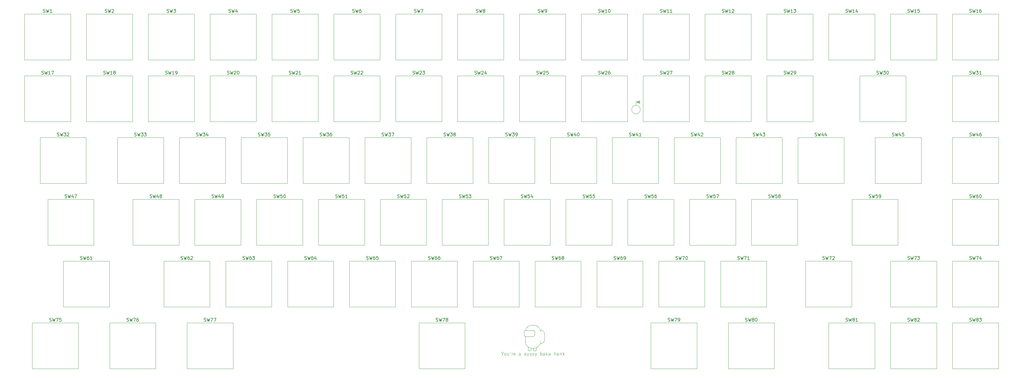
<source format=gbr>
G04 #@! TF.GenerationSoftware,KiCad,Pcbnew,8.0.8*
G04 #@! TF.CreationDate,2025-03-04T19:25:46+11:00*
G04 #@! TF.ProjectId,jethro_mk2,6a657468-726f-45f6-9d6b-322e6b696361,rev?*
G04 #@! TF.SameCoordinates,Original*
G04 #@! TF.FileFunction,Legend,Top*
G04 #@! TF.FilePolarity,Positive*
%FSLAX46Y46*%
G04 Gerber Fmt 4.6, Leading zero omitted, Abs format (unit mm)*
G04 Created by KiCad (PCBNEW 8.0.8) date 2025-03-04 19:25:46*
%MOMM*%
%LPD*%
G01*
G04 APERTURE LIST*
%ADD10C,0.100000*%
%ADD11C,0.150000*%
%ADD12C,0.120000*%
%ADD13C,3.048000*%
%ADD14C,3.987800*%
%ADD15C,1.750000*%
%ADD16C,4.000000*%
%ADD17C,2.500000*%
%ADD18R,1.600000X1.600000*%
%ADD19O,1.600000X1.600000*%
%ADD20C,0.600000*%
%ADD21O,0.850000X0.600000*%
%ADD22O,1.300000X2.600000*%
%ADD23O,1.300000X2.300000*%
G04 APERTURE END LIST*
D10*
X178094360Y-135796228D02*
X178094360Y-136272419D01*
X177761027Y-135272419D02*
X178094360Y-135796228D01*
X178094360Y-135796228D02*
X178427693Y-135272419D01*
X178903884Y-136272419D02*
X178808646Y-136224800D01*
X178808646Y-136224800D02*
X178761027Y-136177180D01*
X178761027Y-136177180D02*
X178713408Y-136081942D01*
X178713408Y-136081942D02*
X178713408Y-135796228D01*
X178713408Y-135796228D02*
X178761027Y-135700990D01*
X178761027Y-135700990D02*
X178808646Y-135653371D01*
X178808646Y-135653371D02*
X178903884Y-135605752D01*
X178903884Y-135605752D02*
X179046741Y-135605752D01*
X179046741Y-135605752D02*
X179141979Y-135653371D01*
X179141979Y-135653371D02*
X179189598Y-135700990D01*
X179189598Y-135700990D02*
X179237217Y-135796228D01*
X179237217Y-135796228D02*
X179237217Y-136081942D01*
X179237217Y-136081942D02*
X179189598Y-136177180D01*
X179189598Y-136177180D02*
X179141979Y-136224800D01*
X179141979Y-136224800D02*
X179046741Y-136272419D01*
X179046741Y-136272419D02*
X178903884Y-136272419D01*
X180094360Y-135605752D02*
X180094360Y-136272419D01*
X179665789Y-135605752D02*
X179665789Y-136129561D01*
X179665789Y-136129561D02*
X179713408Y-136224800D01*
X179713408Y-136224800D02*
X179808646Y-136272419D01*
X179808646Y-136272419D02*
X179951503Y-136272419D01*
X179951503Y-136272419D02*
X180046741Y-136224800D01*
X180046741Y-136224800D02*
X180094360Y-136177180D01*
X180618170Y-135272419D02*
X180522932Y-135462895D01*
X181046741Y-136272419D02*
X181046741Y-135605752D01*
X181046741Y-135796228D02*
X181094360Y-135700990D01*
X181094360Y-135700990D02*
X181141979Y-135653371D01*
X181141979Y-135653371D02*
X181237217Y-135605752D01*
X181237217Y-135605752D02*
X181332455Y-135605752D01*
X182046741Y-136224800D02*
X181951503Y-136272419D01*
X181951503Y-136272419D02*
X181761027Y-136272419D01*
X181761027Y-136272419D02*
X181665789Y-136224800D01*
X181665789Y-136224800D02*
X181618170Y-136129561D01*
X181618170Y-136129561D02*
X181618170Y-135748609D01*
X181618170Y-135748609D02*
X181665789Y-135653371D01*
X181665789Y-135653371D02*
X181761027Y-135605752D01*
X181761027Y-135605752D02*
X181951503Y-135605752D01*
X181951503Y-135605752D02*
X182046741Y-135653371D01*
X182046741Y-135653371D02*
X182094360Y-135748609D01*
X182094360Y-135748609D02*
X182094360Y-135843847D01*
X182094360Y-135843847D02*
X181618170Y-135939085D01*
X183713408Y-136272419D02*
X183713408Y-135748609D01*
X183713408Y-135748609D02*
X183665789Y-135653371D01*
X183665789Y-135653371D02*
X183570551Y-135605752D01*
X183570551Y-135605752D02*
X183380075Y-135605752D01*
X183380075Y-135605752D02*
X183284837Y-135653371D01*
X183713408Y-136224800D02*
X183618170Y-136272419D01*
X183618170Y-136272419D02*
X183380075Y-136272419D01*
X183380075Y-136272419D02*
X183284837Y-136224800D01*
X183284837Y-136224800D02*
X183237218Y-136129561D01*
X183237218Y-136129561D02*
X183237218Y-136034323D01*
X183237218Y-136034323D02*
X183284837Y-135939085D01*
X183284837Y-135939085D02*
X183380075Y-135891466D01*
X183380075Y-135891466D02*
X183618170Y-135891466D01*
X183618170Y-135891466D02*
X183713408Y-135843847D01*
X184903885Y-136224800D02*
X184999123Y-136272419D01*
X184999123Y-136272419D02*
X185189599Y-136272419D01*
X185189599Y-136272419D02*
X185284837Y-136224800D01*
X185284837Y-136224800D02*
X185332456Y-136129561D01*
X185332456Y-136129561D02*
X185332456Y-136081942D01*
X185332456Y-136081942D02*
X185284837Y-135986704D01*
X185284837Y-135986704D02*
X185189599Y-135939085D01*
X185189599Y-135939085D02*
X185046742Y-135939085D01*
X185046742Y-135939085D02*
X184951504Y-135891466D01*
X184951504Y-135891466D02*
X184903885Y-135796228D01*
X184903885Y-135796228D02*
X184903885Y-135748609D01*
X184903885Y-135748609D02*
X184951504Y-135653371D01*
X184951504Y-135653371D02*
X185046742Y-135605752D01*
X185046742Y-135605752D02*
X185189599Y-135605752D01*
X185189599Y-135605752D02*
X185284837Y-135653371D01*
X186189599Y-135605752D02*
X186189599Y-136272419D01*
X185761028Y-135605752D02*
X185761028Y-136129561D01*
X185761028Y-136129561D02*
X185808647Y-136224800D01*
X185808647Y-136224800D02*
X185903885Y-136272419D01*
X185903885Y-136272419D02*
X186046742Y-136272419D01*
X186046742Y-136272419D02*
X186141980Y-136224800D01*
X186141980Y-136224800D02*
X186189599Y-136177180D01*
X186618171Y-136224800D02*
X186713409Y-136272419D01*
X186713409Y-136272419D02*
X186903885Y-136272419D01*
X186903885Y-136272419D02*
X186999123Y-136224800D01*
X186999123Y-136224800D02*
X187046742Y-136129561D01*
X187046742Y-136129561D02*
X187046742Y-136081942D01*
X187046742Y-136081942D02*
X186999123Y-135986704D01*
X186999123Y-135986704D02*
X186903885Y-135939085D01*
X186903885Y-135939085D02*
X186761028Y-135939085D01*
X186761028Y-135939085D02*
X186665790Y-135891466D01*
X186665790Y-135891466D02*
X186618171Y-135796228D01*
X186618171Y-135796228D02*
X186618171Y-135748609D01*
X186618171Y-135748609D02*
X186665790Y-135653371D01*
X186665790Y-135653371D02*
X186761028Y-135605752D01*
X186761028Y-135605752D02*
X186903885Y-135605752D01*
X186903885Y-135605752D02*
X186999123Y-135653371D01*
X187427695Y-136224800D02*
X187522933Y-136272419D01*
X187522933Y-136272419D02*
X187713409Y-136272419D01*
X187713409Y-136272419D02*
X187808647Y-136224800D01*
X187808647Y-136224800D02*
X187856266Y-136129561D01*
X187856266Y-136129561D02*
X187856266Y-136081942D01*
X187856266Y-136081942D02*
X187808647Y-135986704D01*
X187808647Y-135986704D02*
X187713409Y-135939085D01*
X187713409Y-135939085D02*
X187570552Y-135939085D01*
X187570552Y-135939085D02*
X187475314Y-135891466D01*
X187475314Y-135891466D02*
X187427695Y-135796228D01*
X187427695Y-135796228D02*
X187427695Y-135748609D01*
X187427695Y-135748609D02*
X187475314Y-135653371D01*
X187475314Y-135653371D02*
X187570552Y-135605752D01*
X187570552Y-135605752D02*
X187713409Y-135605752D01*
X187713409Y-135605752D02*
X187808647Y-135653371D01*
X188189600Y-135605752D02*
X188427695Y-136272419D01*
X188665790Y-135605752D02*
X188427695Y-136272419D01*
X188427695Y-136272419D02*
X188332457Y-136510514D01*
X188332457Y-136510514D02*
X188284838Y-136558133D01*
X188284838Y-136558133D02*
X188189600Y-136605752D01*
X189808648Y-136272419D02*
X189808648Y-135272419D01*
X189808648Y-135653371D02*
X189903886Y-135605752D01*
X189903886Y-135605752D02*
X190094362Y-135605752D01*
X190094362Y-135605752D02*
X190189600Y-135653371D01*
X190189600Y-135653371D02*
X190237219Y-135700990D01*
X190237219Y-135700990D02*
X190284838Y-135796228D01*
X190284838Y-135796228D02*
X190284838Y-136081942D01*
X190284838Y-136081942D02*
X190237219Y-136177180D01*
X190237219Y-136177180D02*
X190189600Y-136224800D01*
X190189600Y-136224800D02*
X190094362Y-136272419D01*
X190094362Y-136272419D02*
X189903886Y-136272419D01*
X189903886Y-136272419D02*
X189808648Y-136224800D01*
X191141981Y-136272419D02*
X191141981Y-135748609D01*
X191141981Y-135748609D02*
X191094362Y-135653371D01*
X191094362Y-135653371D02*
X190999124Y-135605752D01*
X190999124Y-135605752D02*
X190808648Y-135605752D01*
X190808648Y-135605752D02*
X190713410Y-135653371D01*
X191141981Y-136224800D02*
X191046743Y-136272419D01*
X191046743Y-136272419D02*
X190808648Y-136272419D01*
X190808648Y-136272419D02*
X190713410Y-136224800D01*
X190713410Y-136224800D02*
X190665791Y-136129561D01*
X190665791Y-136129561D02*
X190665791Y-136034323D01*
X190665791Y-136034323D02*
X190713410Y-135939085D01*
X190713410Y-135939085D02*
X190808648Y-135891466D01*
X190808648Y-135891466D02*
X191046743Y-135891466D01*
X191046743Y-135891466D02*
X191141981Y-135843847D01*
X191618172Y-136272419D02*
X191618172Y-135272419D01*
X191713410Y-135891466D02*
X191999124Y-136272419D01*
X191999124Y-135605752D02*
X191618172Y-135986704D01*
X192856267Y-136272419D02*
X192856267Y-135748609D01*
X192856267Y-135748609D02*
X192808648Y-135653371D01*
X192808648Y-135653371D02*
X192713410Y-135605752D01*
X192713410Y-135605752D02*
X192522934Y-135605752D01*
X192522934Y-135605752D02*
X192427696Y-135653371D01*
X192856267Y-136224800D02*
X192761029Y-136272419D01*
X192761029Y-136272419D02*
X192522934Y-136272419D01*
X192522934Y-136272419D02*
X192427696Y-136224800D01*
X192427696Y-136224800D02*
X192380077Y-136129561D01*
X192380077Y-136129561D02*
X192380077Y-136034323D01*
X192380077Y-136034323D02*
X192427696Y-135939085D01*
X192427696Y-135939085D02*
X192522934Y-135891466D01*
X192522934Y-135891466D02*
X192761029Y-135891466D01*
X192761029Y-135891466D02*
X192856267Y-135843847D01*
X194094363Y-136272419D02*
X194094363Y-135272419D01*
X194522934Y-136272419D02*
X194522934Y-135748609D01*
X194522934Y-135748609D02*
X194475315Y-135653371D01*
X194475315Y-135653371D02*
X194380077Y-135605752D01*
X194380077Y-135605752D02*
X194237220Y-135605752D01*
X194237220Y-135605752D02*
X194141982Y-135653371D01*
X194141982Y-135653371D02*
X194094363Y-135700990D01*
X195427696Y-136272419D02*
X195427696Y-135748609D01*
X195427696Y-135748609D02*
X195380077Y-135653371D01*
X195380077Y-135653371D02*
X195284839Y-135605752D01*
X195284839Y-135605752D02*
X195094363Y-135605752D01*
X195094363Y-135605752D02*
X194999125Y-135653371D01*
X195427696Y-136224800D02*
X195332458Y-136272419D01*
X195332458Y-136272419D02*
X195094363Y-136272419D01*
X195094363Y-136272419D02*
X194999125Y-136224800D01*
X194999125Y-136224800D02*
X194951506Y-136129561D01*
X194951506Y-136129561D02*
X194951506Y-136034323D01*
X194951506Y-136034323D02*
X194999125Y-135939085D01*
X194999125Y-135939085D02*
X195094363Y-135891466D01*
X195094363Y-135891466D02*
X195332458Y-135891466D01*
X195332458Y-135891466D02*
X195427696Y-135843847D01*
X195903887Y-135605752D02*
X195903887Y-136272419D01*
X195903887Y-135700990D02*
X195951506Y-135653371D01*
X195951506Y-135653371D02*
X196046744Y-135605752D01*
X196046744Y-135605752D02*
X196189601Y-135605752D01*
X196189601Y-135605752D02*
X196284839Y-135653371D01*
X196284839Y-135653371D02*
X196332458Y-135748609D01*
X196332458Y-135748609D02*
X196332458Y-136272419D01*
X196808649Y-136272419D02*
X196808649Y-135272419D01*
X196903887Y-135891466D02*
X197189601Y-136272419D01*
X197189601Y-135605752D02*
X196808649Y-135986704D01*
X188599999Y-134500000D02*
G75*
G02*
X188400000Y-134899999I-299999J-100000D01*
G01*
X187900000Y-134899999D02*
G75*
G02*
X187700001Y-134500000I100000J299999D01*
G01*
X187000000Y-134500000D02*
G75*
G02*
X186697014Y-134888057I-400000J0D01*
G01*
X186402986Y-134888057D02*
G75*
G02*
X186100000Y-134500000I97014J388057D01*
G01*
X187900000Y-134900000D02*
X188400000Y-134900000D01*
X186400000Y-134900000D02*
X186700000Y-134900000D01*
X188600000Y-134000000D02*
X188600000Y-134500000D01*
X187700000Y-134100000D02*
X187700000Y-134500000D01*
X187000000Y-134100000D02*
X187000000Y-134500000D01*
X186100000Y-133800000D02*
X186100000Y-134500000D01*
X185200000Y-132100000D02*
X185200000Y-130500000D01*
X185300001Y-128400000D02*
X185300000Y-128600000D01*
X184800000Y-129100000D02*
G75*
G02*
X185300000Y-128600000I500000J0D01*
G01*
X185300000Y-130500000D02*
G75*
G02*
X184800000Y-130000000I0J500000D01*
G01*
X187600000Y-128600000D02*
G75*
G02*
X188100000Y-129100000I0J-500000D01*
G01*
X188100000Y-130000000D02*
G75*
G02*
X187600000Y-130500000I-500000J0D01*
G01*
X185300000Y-128600000D02*
X187600000Y-128600000D01*
X187600000Y-130500000D02*
X185300000Y-130500000D01*
X184800000Y-130000000D02*
X184800000Y-129100000D01*
X188100000Y-129100000D02*
X188100000Y-130000000D01*
X191100000Y-131650000D02*
G75*
G02*
X190100000Y-132650000I-1000000J0D01*
G01*
X190100000Y-128550000D02*
G75*
G02*
X191100000Y-129550000I0J-1000000D01*
G01*
X190100000Y-132650000D02*
X189900000Y-132650000D01*
X191100000Y-129550000D02*
X191100000Y-131650000D01*
X189900000Y-128550000D02*
X190100000Y-128550000D01*
X185300001Y-128400000D02*
G75*
G02*
X187200000Y-127007515I1899999J-600000D01*
G01*
X187900000Y-127000000D02*
G75*
G02*
X189900000Y-129000000I0J-2000000D01*
G01*
X187200000Y-134100000D02*
G75*
G02*
X185200000Y-132100000I0J2000000D01*
G01*
X189900000Y-132100000D02*
G75*
G02*
X187900000Y-134100000I-2000000J0D01*
G01*
X187200000Y-127000000D02*
X187900000Y-127000000D01*
X187900000Y-134100000D02*
X187200000Y-134100000D01*
D11*
X302990476Y-30507200D02*
X303133333Y-30554819D01*
X303133333Y-30554819D02*
X303371428Y-30554819D01*
X303371428Y-30554819D02*
X303466666Y-30507200D01*
X303466666Y-30507200D02*
X303514285Y-30459580D01*
X303514285Y-30459580D02*
X303561904Y-30364342D01*
X303561904Y-30364342D02*
X303561904Y-30269104D01*
X303561904Y-30269104D02*
X303514285Y-30173866D01*
X303514285Y-30173866D02*
X303466666Y-30126247D01*
X303466666Y-30126247D02*
X303371428Y-30078628D01*
X303371428Y-30078628D02*
X303180952Y-30031009D01*
X303180952Y-30031009D02*
X303085714Y-29983390D01*
X303085714Y-29983390D02*
X303038095Y-29935771D01*
X303038095Y-29935771D02*
X302990476Y-29840533D01*
X302990476Y-29840533D02*
X302990476Y-29745295D01*
X302990476Y-29745295D02*
X303038095Y-29650057D01*
X303038095Y-29650057D02*
X303085714Y-29602438D01*
X303085714Y-29602438D02*
X303180952Y-29554819D01*
X303180952Y-29554819D02*
X303419047Y-29554819D01*
X303419047Y-29554819D02*
X303561904Y-29602438D01*
X303895238Y-29554819D02*
X304133333Y-30554819D01*
X304133333Y-30554819D02*
X304323809Y-29840533D01*
X304323809Y-29840533D02*
X304514285Y-30554819D01*
X304514285Y-30554819D02*
X304752381Y-29554819D01*
X305657142Y-30554819D02*
X305085714Y-30554819D01*
X305371428Y-30554819D02*
X305371428Y-29554819D01*
X305371428Y-29554819D02*
X305276190Y-29697676D01*
X305276190Y-29697676D02*
X305180952Y-29792914D01*
X305180952Y-29792914D02*
X305085714Y-29840533D01*
X306561904Y-29554819D02*
X306085714Y-29554819D01*
X306085714Y-29554819D02*
X306038095Y-30031009D01*
X306038095Y-30031009D02*
X306085714Y-29983390D01*
X306085714Y-29983390D02*
X306180952Y-29935771D01*
X306180952Y-29935771D02*
X306419047Y-29935771D01*
X306419047Y-29935771D02*
X306514285Y-29983390D01*
X306514285Y-29983390D02*
X306561904Y-30031009D01*
X306561904Y-30031009D02*
X306609523Y-30126247D01*
X306609523Y-30126247D02*
X306609523Y-30364342D01*
X306609523Y-30364342D02*
X306561904Y-30459580D01*
X306561904Y-30459580D02*
X306514285Y-30507200D01*
X306514285Y-30507200D02*
X306419047Y-30554819D01*
X306419047Y-30554819D02*
X306180952Y-30554819D01*
X306180952Y-30554819D02*
X306085714Y-30507200D01*
X306085714Y-30507200D02*
X306038095Y-30459580D01*
X151066667Y-30507200D02*
X151209524Y-30554819D01*
X151209524Y-30554819D02*
X151447619Y-30554819D01*
X151447619Y-30554819D02*
X151542857Y-30507200D01*
X151542857Y-30507200D02*
X151590476Y-30459580D01*
X151590476Y-30459580D02*
X151638095Y-30364342D01*
X151638095Y-30364342D02*
X151638095Y-30269104D01*
X151638095Y-30269104D02*
X151590476Y-30173866D01*
X151590476Y-30173866D02*
X151542857Y-30126247D01*
X151542857Y-30126247D02*
X151447619Y-30078628D01*
X151447619Y-30078628D02*
X151257143Y-30031009D01*
X151257143Y-30031009D02*
X151161905Y-29983390D01*
X151161905Y-29983390D02*
X151114286Y-29935771D01*
X151114286Y-29935771D02*
X151066667Y-29840533D01*
X151066667Y-29840533D02*
X151066667Y-29745295D01*
X151066667Y-29745295D02*
X151114286Y-29650057D01*
X151114286Y-29650057D02*
X151161905Y-29602438D01*
X151161905Y-29602438D02*
X151257143Y-29554819D01*
X151257143Y-29554819D02*
X151495238Y-29554819D01*
X151495238Y-29554819D02*
X151638095Y-29602438D01*
X151971429Y-29554819D02*
X152209524Y-30554819D01*
X152209524Y-30554819D02*
X152400000Y-29840533D01*
X152400000Y-29840533D02*
X152590476Y-30554819D01*
X152590476Y-30554819D02*
X152828572Y-29554819D01*
X153114286Y-29554819D02*
X153780952Y-29554819D01*
X153780952Y-29554819D02*
X153352381Y-30554819D01*
X170116667Y-30507200D02*
X170259524Y-30554819D01*
X170259524Y-30554819D02*
X170497619Y-30554819D01*
X170497619Y-30554819D02*
X170592857Y-30507200D01*
X170592857Y-30507200D02*
X170640476Y-30459580D01*
X170640476Y-30459580D02*
X170688095Y-30364342D01*
X170688095Y-30364342D02*
X170688095Y-30269104D01*
X170688095Y-30269104D02*
X170640476Y-30173866D01*
X170640476Y-30173866D02*
X170592857Y-30126247D01*
X170592857Y-30126247D02*
X170497619Y-30078628D01*
X170497619Y-30078628D02*
X170307143Y-30031009D01*
X170307143Y-30031009D02*
X170211905Y-29983390D01*
X170211905Y-29983390D02*
X170164286Y-29935771D01*
X170164286Y-29935771D02*
X170116667Y-29840533D01*
X170116667Y-29840533D02*
X170116667Y-29745295D01*
X170116667Y-29745295D02*
X170164286Y-29650057D01*
X170164286Y-29650057D02*
X170211905Y-29602438D01*
X170211905Y-29602438D02*
X170307143Y-29554819D01*
X170307143Y-29554819D02*
X170545238Y-29554819D01*
X170545238Y-29554819D02*
X170688095Y-29602438D01*
X171021429Y-29554819D02*
X171259524Y-30554819D01*
X171259524Y-30554819D02*
X171450000Y-29840533D01*
X171450000Y-29840533D02*
X171640476Y-30554819D01*
X171640476Y-30554819D02*
X171878572Y-29554819D01*
X172402381Y-29983390D02*
X172307143Y-29935771D01*
X172307143Y-29935771D02*
X172259524Y-29888152D01*
X172259524Y-29888152D02*
X172211905Y-29792914D01*
X172211905Y-29792914D02*
X172211905Y-29745295D01*
X172211905Y-29745295D02*
X172259524Y-29650057D01*
X172259524Y-29650057D02*
X172307143Y-29602438D01*
X172307143Y-29602438D02*
X172402381Y-29554819D01*
X172402381Y-29554819D02*
X172592857Y-29554819D01*
X172592857Y-29554819D02*
X172688095Y-29602438D01*
X172688095Y-29602438D02*
X172735714Y-29650057D01*
X172735714Y-29650057D02*
X172783333Y-29745295D01*
X172783333Y-29745295D02*
X172783333Y-29792914D01*
X172783333Y-29792914D02*
X172735714Y-29888152D01*
X172735714Y-29888152D02*
X172688095Y-29935771D01*
X172688095Y-29935771D02*
X172592857Y-29983390D01*
X172592857Y-29983390D02*
X172402381Y-29983390D01*
X172402381Y-29983390D02*
X172307143Y-30031009D01*
X172307143Y-30031009D02*
X172259524Y-30078628D01*
X172259524Y-30078628D02*
X172211905Y-30173866D01*
X172211905Y-30173866D02*
X172211905Y-30364342D01*
X172211905Y-30364342D02*
X172259524Y-30459580D01*
X172259524Y-30459580D02*
X172307143Y-30507200D01*
X172307143Y-30507200D02*
X172402381Y-30554819D01*
X172402381Y-30554819D02*
X172592857Y-30554819D01*
X172592857Y-30554819D02*
X172688095Y-30507200D01*
X172688095Y-30507200D02*
X172735714Y-30459580D01*
X172735714Y-30459580D02*
X172783333Y-30364342D01*
X172783333Y-30364342D02*
X172783333Y-30173866D01*
X172783333Y-30173866D02*
X172735714Y-30078628D01*
X172735714Y-30078628D02*
X172688095Y-30031009D01*
X172688095Y-30031009D02*
X172592857Y-29983390D01*
X226790476Y-30507200D02*
X226933333Y-30554819D01*
X226933333Y-30554819D02*
X227171428Y-30554819D01*
X227171428Y-30554819D02*
X227266666Y-30507200D01*
X227266666Y-30507200D02*
X227314285Y-30459580D01*
X227314285Y-30459580D02*
X227361904Y-30364342D01*
X227361904Y-30364342D02*
X227361904Y-30269104D01*
X227361904Y-30269104D02*
X227314285Y-30173866D01*
X227314285Y-30173866D02*
X227266666Y-30126247D01*
X227266666Y-30126247D02*
X227171428Y-30078628D01*
X227171428Y-30078628D02*
X226980952Y-30031009D01*
X226980952Y-30031009D02*
X226885714Y-29983390D01*
X226885714Y-29983390D02*
X226838095Y-29935771D01*
X226838095Y-29935771D02*
X226790476Y-29840533D01*
X226790476Y-29840533D02*
X226790476Y-29745295D01*
X226790476Y-29745295D02*
X226838095Y-29650057D01*
X226838095Y-29650057D02*
X226885714Y-29602438D01*
X226885714Y-29602438D02*
X226980952Y-29554819D01*
X226980952Y-29554819D02*
X227219047Y-29554819D01*
X227219047Y-29554819D02*
X227361904Y-29602438D01*
X227695238Y-29554819D02*
X227933333Y-30554819D01*
X227933333Y-30554819D02*
X228123809Y-29840533D01*
X228123809Y-29840533D02*
X228314285Y-30554819D01*
X228314285Y-30554819D02*
X228552381Y-29554819D01*
X229457142Y-30554819D02*
X228885714Y-30554819D01*
X229171428Y-30554819D02*
X229171428Y-29554819D01*
X229171428Y-29554819D02*
X229076190Y-29697676D01*
X229076190Y-29697676D02*
X228980952Y-29792914D01*
X228980952Y-29792914D02*
X228885714Y-29840533D01*
X230409523Y-30554819D02*
X229838095Y-30554819D01*
X230123809Y-30554819D02*
X230123809Y-29554819D01*
X230123809Y-29554819D02*
X230028571Y-29697676D01*
X230028571Y-29697676D02*
X229933333Y-29792914D01*
X229933333Y-29792914D02*
X229838095Y-29840533D01*
X55816667Y-30507200D02*
X55959524Y-30554819D01*
X55959524Y-30554819D02*
X56197619Y-30554819D01*
X56197619Y-30554819D02*
X56292857Y-30507200D01*
X56292857Y-30507200D02*
X56340476Y-30459580D01*
X56340476Y-30459580D02*
X56388095Y-30364342D01*
X56388095Y-30364342D02*
X56388095Y-30269104D01*
X56388095Y-30269104D02*
X56340476Y-30173866D01*
X56340476Y-30173866D02*
X56292857Y-30126247D01*
X56292857Y-30126247D02*
X56197619Y-30078628D01*
X56197619Y-30078628D02*
X56007143Y-30031009D01*
X56007143Y-30031009D02*
X55911905Y-29983390D01*
X55911905Y-29983390D02*
X55864286Y-29935771D01*
X55864286Y-29935771D02*
X55816667Y-29840533D01*
X55816667Y-29840533D02*
X55816667Y-29745295D01*
X55816667Y-29745295D02*
X55864286Y-29650057D01*
X55864286Y-29650057D02*
X55911905Y-29602438D01*
X55911905Y-29602438D02*
X56007143Y-29554819D01*
X56007143Y-29554819D02*
X56245238Y-29554819D01*
X56245238Y-29554819D02*
X56388095Y-29602438D01*
X56721429Y-29554819D02*
X56959524Y-30554819D01*
X56959524Y-30554819D02*
X57150000Y-29840533D01*
X57150000Y-29840533D02*
X57340476Y-30554819D01*
X57340476Y-30554819D02*
X57578572Y-29554819D01*
X57911905Y-29650057D02*
X57959524Y-29602438D01*
X57959524Y-29602438D02*
X58054762Y-29554819D01*
X58054762Y-29554819D02*
X58292857Y-29554819D01*
X58292857Y-29554819D02*
X58388095Y-29602438D01*
X58388095Y-29602438D02*
X58435714Y-29650057D01*
X58435714Y-29650057D02*
X58483333Y-29745295D01*
X58483333Y-29745295D02*
X58483333Y-29840533D01*
X58483333Y-29840533D02*
X58435714Y-29983390D01*
X58435714Y-29983390D02*
X57864286Y-30554819D01*
X57864286Y-30554819D02*
X58483333Y-30554819D01*
X79152976Y-106707200D02*
X79295833Y-106754819D01*
X79295833Y-106754819D02*
X79533928Y-106754819D01*
X79533928Y-106754819D02*
X79629166Y-106707200D01*
X79629166Y-106707200D02*
X79676785Y-106659580D01*
X79676785Y-106659580D02*
X79724404Y-106564342D01*
X79724404Y-106564342D02*
X79724404Y-106469104D01*
X79724404Y-106469104D02*
X79676785Y-106373866D01*
X79676785Y-106373866D02*
X79629166Y-106326247D01*
X79629166Y-106326247D02*
X79533928Y-106278628D01*
X79533928Y-106278628D02*
X79343452Y-106231009D01*
X79343452Y-106231009D02*
X79248214Y-106183390D01*
X79248214Y-106183390D02*
X79200595Y-106135771D01*
X79200595Y-106135771D02*
X79152976Y-106040533D01*
X79152976Y-106040533D02*
X79152976Y-105945295D01*
X79152976Y-105945295D02*
X79200595Y-105850057D01*
X79200595Y-105850057D02*
X79248214Y-105802438D01*
X79248214Y-105802438D02*
X79343452Y-105754819D01*
X79343452Y-105754819D02*
X79581547Y-105754819D01*
X79581547Y-105754819D02*
X79724404Y-105802438D01*
X80057738Y-105754819D02*
X80295833Y-106754819D01*
X80295833Y-106754819D02*
X80486309Y-106040533D01*
X80486309Y-106040533D02*
X80676785Y-106754819D01*
X80676785Y-106754819D02*
X80914881Y-105754819D01*
X81724404Y-105754819D02*
X81533928Y-105754819D01*
X81533928Y-105754819D02*
X81438690Y-105802438D01*
X81438690Y-105802438D02*
X81391071Y-105850057D01*
X81391071Y-105850057D02*
X81295833Y-105992914D01*
X81295833Y-105992914D02*
X81248214Y-106183390D01*
X81248214Y-106183390D02*
X81248214Y-106564342D01*
X81248214Y-106564342D02*
X81295833Y-106659580D01*
X81295833Y-106659580D02*
X81343452Y-106707200D01*
X81343452Y-106707200D02*
X81438690Y-106754819D01*
X81438690Y-106754819D02*
X81629166Y-106754819D01*
X81629166Y-106754819D02*
X81724404Y-106707200D01*
X81724404Y-106707200D02*
X81772023Y-106659580D01*
X81772023Y-106659580D02*
X81819642Y-106564342D01*
X81819642Y-106564342D02*
X81819642Y-106326247D01*
X81819642Y-106326247D02*
X81772023Y-106231009D01*
X81772023Y-106231009D02*
X81724404Y-106183390D01*
X81724404Y-106183390D02*
X81629166Y-106135771D01*
X81629166Y-106135771D02*
X81438690Y-106135771D01*
X81438690Y-106135771D02*
X81343452Y-106183390D01*
X81343452Y-106183390D02*
X81295833Y-106231009D01*
X81295833Y-106231009D02*
X81248214Y-106326247D01*
X82200595Y-105850057D02*
X82248214Y-105802438D01*
X82248214Y-105802438D02*
X82343452Y-105754819D01*
X82343452Y-105754819D02*
X82581547Y-105754819D01*
X82581547Y-105754819D02*
X82676785Y-105802438D01*
X82676785Y-105802438D02*
X82724404Y-105850057D01*
X82724404Y-105850057D02*
X82772023Y-105945295D01*
X82772023Y-105945295D02*
X82772023Y-106040533D01*
X82772023Y-106040533D02*
X82724404Y-106183390D01*
X82724404Y-106183390D02*
X82152976Y-106754819D01*
X82152976Y-106754819D02*
X82772023Y-106754819D01*
X322040476Y-49557200D02*
X322183333Y-49604819D01*
X322183333Y-49604819D02*
X322421428Y-49604819D01*
X322421428Y-49604819D02*
X322516666Y-49557200D01*
X322516666Y-49557200D02*
X322564285Y-49509580D01*
X322564285Y-49509580D02*
X322611904Y-49414342D01*
X322611904Y-49414342D02*
X322611904Y-49319104D01*
X322611904Y-49319104D02*
X322564285Y-49223866D01*
X322564285Y-49223866D02*
X322516666Y-49176247D01*
X322516666Y-49176247D02*
X322421428Y-49128628D01*
X322421428Y-49128628D02*
X322230952Y-49081009D01*
X322230952Y-49081009D02*
X322135714Y-49033390D01*
X322135714Y-49033390D02*
X322088095Y-48985771D01*
X322088095Y-48985771D02*
X322040476Y-48890533D01*
X322040476Y-48890533D02*
X322040476Y-48795295D01*
X322040476Y-48795295D02*
X322088095Y-48700057D01*
X322088095Y-48700057D02*
X322135714Y-48652438D01*
X322135714Y-48652438D02*
X322230952Y-48604819D01*
X322230952Y-48604819D02*
X322469047Y-48604819D01*
X322469047Y-48604819D02*
X322611904Y-48652438D01*
X322945238Y-48604819D02*
X323183333Y-49604819D01*
X323183333Y-49604819D02*
X323373809Y-48890533D01*
X323373809Y-48890533D02*
X323564285Y-49604819D01*
X323564285Y-49604819D02*
X323802381Y-48604819D01*
X324088095Y-48604819D02*
X324707142Y-48604819D01*
X324707142Y-48604819D02*
X324373809Y-48985771D01*
X324373809Y-48985771D02*
X324516666Y-48985771D01*
X324516666Y-48985771D02*
X324611904Y-49033390D01*
X324611904Y-49033390D02*
X324659523Y-49081009D01*
X324659523Y-49081009D02*
X324707142Y-49176247D01*
X324707142Y-49176247D02*
X324707142Y-49414342D01*
X324707142Y-49414342D02*
X324659523Y-49509580D01*
X324659523Y-49509580D02*
X324611904Y-49557200D01*
X324611904Y-49557200D02*
X324516666Y-49604819D01*
X324516666Y-49604819D02*
X324230952Y-49604819D01*
X324230952Y-49604819D02*
X324135714Y-49557200D01*
X324135714Y-49557200D02*
X324088095Y-49509580D01*
X325659523Y-49604819D02*
X325088095Y-49604819D01*
X325373809Y-49604819D02*
X325373809Y-48604819D01*
X325373809Y-48604819D02*
X325278571Y-48747676D01*
X325278571Y-48747676D02*
X325183333Y-48842914D01*
X325183333Y-48842914D02*
X325088095Y-48890533D01*
X298227976Y-68607200D02*
X298370833Y-68654819D01*
X298370833Y-68654819D02*
X298608928Y-68654819D01*
X298608928Y-68654819D02*
X298704166Y-68607200D01*
X298704166Y-68607200D02*
X298751785Y-68559580D01*
X298751785Y-68559580D02*
X298799404Y-68464342D01*
X298799404Y-68464342D02*
X298799404Y-68369104D01*
X298799404Y-68369104D02*
X298751785Y-68273866D01*
X298751785Y-68273866D02*
X298704166Y-68226247D01*
X298704166Y-68226247D02*
X298608928Y-68178628D01*
X298608928Y-68178628D02*
X298418452Y-68131009D01*
X298418452Y-68131009D02*
X298323214Y-68083390D01*
X298323214Y-68083390D02*
X298275595Y-68035771D01*
X298275595Y-68035771D02*
X298227976Y-67940533D01*
X298227976Y-67940533D02*
X298227976Y-67845295D01*
X298227976Y-67845295D02*
X298275595Y-67750057D01*
X298275595Y-67750057D02*
X298323214Y-67702438D01*
X298323214Y-67702438D02*
X298418452Y-67654819D01*
X298418452Y-67654819D02*
X298656547Y-67654819D01*
X298656547Y-67654819D02*
X298799404Y-67702438D01*
X299132738Y-67654819D02*
X299370833Y-68654819D01*
X299370833Y-68654819D02*
X299561309Y-67940533D01*
X299561309Y-67940533D02*
X299751785Y-68654819D01*
X299751785Y-68654819D02*
X299989881Y-67654819D01*
X300799404Y-67988152D02*
X300799404Y-68654819D01*
X300561309Y-67607200D02*
X300323214Y-68321485D01*
X300323214Y-68321485D02*
X300942261Y-68321485D01*
X301799404Y-67654819D02*
X301323214Y-67654819D01*
X301323214Y-67654819D02*
X301275595Y-68131009D01*
X301275595Y-68131009D02*
X301323214Y-68083390D01*
X301323214Y-68083390D02*
X301418452Y-68035771D01*
X301418452Y-68035771D02*
X301656547Y-68035771D01*
X301656547Y-68035771D02*
X301751785Y-68083390D01*
X301751785Y-68083390D02*
X301799404Y-68131009D01*
X301799404Y-68131009D02*
X301847023Y-68226247D01*
X301847023Y-68226247D02*
X301847023Y-68464342D01*
X301847023Y-68464342D02*
X301799404Y-68559580D01*
X301799404Y-68559580D02*
X301751785Y-68607200D01*
X301751785Y-68607200D02*
X301656547Y-68654819D01*
X301656547Y-68654819D02*
X301418452Y-68654819D01*
X301418452Y-68654819D02*
X301323214Y-68607200D01*
X301323214Y-68607200D02*
X301275595Y-68559580D01*
X74866667Y-30507200D02*
X75009524Y-30554819D01*
X75009524Y-30554819D02*
X75247619Y-30554819D01*
X75247619Y-30554819D02*
X75342857Y-30507200D01*
X75342857Y-30507200D02*
X75390476Y-30459580D01*
X75390476Y-30459580D02*
X75438095Y-30364342D01*
X75438095Y-30364342D02*
X75438095Y-30269104D01*
X75438095Y-30269104D02*
X75390476Y-30173866D01*
X75390476Y-30173866D02*
X75342857Y-30126247D01*
X75342857Y-30126247D02*
X75247619Y-30078628D01*
X75247619Y-30078628D02*
X75057143Y-30031009D01*
X75057143Y-30031009D02*
X74961905Y-29983390D01*
X74961905Y-29983390D02*
X74914286Y-29935771D01*
X74914286Y-29935771D02*
X74866667Y-29840533D01*
X74866667Y-29840533D02*
X74866667Y-29745295D01*
X74866667Y-29745295D02*
X74914286Y-29650057D01*
X74914286Y-29650057D02*
X74961905Y-29602438D01*
X74961905Y-29602438D02*
X75057143Y-29554819D01*
X75057143Y-29554819D02*
X75295238Y-29554819D01*
X75295238Y-29554819D02*
X75438095Y-29602438D01*
X75771429Y-29554819D02*
X76009524Y-30554819D01*
X76009524Y-30554819D02*
X76200000Y-29840533D01*
X76200000Y-29840533D02*
X76390476Y-30554819D01*
X76390476Y-30554819D02*
X76628572Y-29554819D01*
X76914286Y-29554819D02*
X77533333Y-29554819D01*
X77533333Y-29554819D02*
X77200000Y-29935771D01*
X77200000Y-29935771D02*
X77342857Y-29935771D01*
X77342857Y-29935771D02*
X77438095Y-29983390D01*
X77438095Y-29983390D02*
X77485714Y-30031009D01*
X77485714Y-30031009D02*
X77533333Y-30126247D01*
X77533333Y-30126247D02*
X77533333Y-30364342D01*
X77533333Y-30364342D02*
X77485714Y-30459580D01*
X77485714Y-30459580D02*
X77438095Y-30507200D01*
X77438095Y-30507200D02*
X77342857Y-30554819D01*
X77342857Y-30554819D02*
X77057143Y-30554819D01*
X77057143Y-30554819D02*
X76961905Y-30507200D01*
X76961905Y-30507200D02*
X76914286Y-30459580D01*
X93440476Y-49557200D02*
X93583333Y-49604819D01*
X93583333Y-49604819D02*
X93821428Y-49604819D01*
X93821428Y-49604819D02*
X93916666Y-49557200D01*
X93916666Y-49557200D02*
X93964285Y-49509580D01*
X93964285Y-49509580D02*
X94011904Y-49414342D01*
X94011904Y-49414342D02*
X94011904Y-49319104D01*
X94011904Y-49319104D02*
X93964285Y-49223866D01*
X93964285Y-49223866D02*
X93916666Y-49176247D01*
X93916666Y-49176247D02*
X93821428Y-49128628D01*
X93821428Y-49128628D02*
X93630952Y-49081009D01*
X93630952Y-49081009D02*
X93535714Y-49033390D01*
X93535714Y-49033390D02*
X93488095Y-48985771D01*
X93488095Y-48985771D02*
X93440476Y-48890533D01*
X93440476Y-48890533D02*
X93440476Y-48795295D01*
X93440476Y-48795295D02*
X93488095Y-48700057D01*
X93488095Y-48700057D02*
X93535714Y-48652438D01*
X93535714Y-48652438D02*
X93630952Y-48604819D01*
X93630952Y-48604819D02*
X93869047Y-48604819D01*
X93869047Y-48604819D02*
X94011904Y-48652438D01*
X94345238Y-48604819D02*
X94583333Y-49604819D01*
X94583333Y-49604819D02*
X94773809Y-48890533D01*
X94773809Y-48890533D02*
X94964285Y-49604819D01*
X94964285Y-49604819D02*
X95202381Y-48604819D01*
X95535714Y-48700057D02*
X95583333Y-48652438D01*
X95583333Y-48652438D02*
X95678571Y-48604819D01*
X95678571Y-48604819D02*
X95916666Y-48604819D01*
X95916666Y-48604819D02*
X96011904Y-48652438D01*
X96011904Y-48652438D02*
X96059523Y-48700057D01*
X96059523Y-48700057D02*
X96107142Y-48795295D01*
X96107142Y-48795295D02*
X96107142Y-48890533D01*
X96107142Y-48890533D02*
X96059523Y-49033390D01*
X96059523Y-49033390D02*
X95488095Y-49604819D01*
X95488095Y-49604819D02*
X96107142Y-49604819D01*
X96726190Y-48604819D02*
X96821428Y-48604819D01*
X96821428Y-48604819D02*
X96916666Y-48652438D01*
X96916666Y-48652438D02*
X96964285Y-48700057D01*
X96964285Y-48700057D02*
X97011904Y-48795295D01*
X97011904Y-48795295D02*
X97059523Y-48985771D01*
X97059523Y-48985771D02*
X97059523Y-49223866D01*
X97059523Y-49223866D02*
X97011904Y-49414342D01*
X97011904Y-49414342D02*
X96964285Y-49509580D01*
X96964285Y-49509580D02*
X96916666Y-49557200D01*
X96916666Y-49557200D02*
X96821428Y-49604819D01*
X96821428Y-49604819D02*
X96726190Y-49604819D01*
X96726190Y-49604819D02*
X96630952Y-49557200D01*
X96630952Y-49557200D02*
X96583333Y-49509580D01*
X96583333Y-49509580D02*
X96535714Y-49414342D01*
X96535714Y-49414342D02*
X96488095Y-49223866D01*
X96488095Y-49223866D02*
X96488095Y-48985771D01*
X96488095Y-48985771D02*
X96535714Y-48795295D01*
X96535714Y-48795295D02*
X96583333Y-48700057D01*
X96583333Y-48700057D02*
X96630952Y-48652438D01*
X96630952Y-48652438D02*
X96726190Y-48604819D01*
X250602976Y-106707200D02*
X250745833Y-106754819D01*
X250745833Y-106754819D02*
X250983928Y-106754819D01*
X250983928Y-106754819D02*
X251079166Y-106707200D01*
X251079166Y-106707200D02*
X251126785Y-106659580D01*
X251126785Y-106659580D02*
X251174404Y-106564342D01*
X251174404Y-106564342D02*
X251174404Y-106469104D01*
X251174404Y-106469104D02*
X251126785Y-106373866D01*
X251126785Y-106373866D02*
X251079166Y-106326247D01*
X251079166Y-106326247D02*
X250983928Y-106278628D01*
X250983928Y-106278628D02*
X250793452Y-106231009D01*
X250793452Y-106231009D02*
X250698214Y-106183390D01*
X250698214Y-106183390D02*
X250650595Y-106135771D01*
X250650595Y-106135771D02*
X250602976Y-106040533D01*
X250602976Y-106040533D02*
X250602976Y-105945295D01*
X250602976Y-105945295D02*
X250650595Y-105850057D01*
X250650595Y-105850057D02*
X250698214Y-105802438D01*
X250698214Y-105802438D02*
X250793452Y-105754819D01*
X250793452Y-105754819D02*
X251031547Y-105754819D01*
X251031547Y-105754819D02*
X251174404Y-105802438D01*
X251507738Y-105754819D02*
X251745833Y-106754819D01*
X251745833Y-106754819D02*
X251936309Y-106040533D01*
X251936309Y-106040533D02*
X252126785Y-106754819D01*
X252126785Y-106754819D02*
X252364881Y-105754819D01*
X252650595Y-105754819D02*
X253317261Y-105754819D01*
X253317261Y-105754819D02*
X252888690Y-106754819D01*
X254222023Y-106754819D02*
X253650595Y-106754819D01*
X253936309Y-106754819D02*
X253936309Y-105754819D01*
X253936309Y-105754819D02*
X253841071Y-105897676D01*
X253841071Y-105897676D02*
X253745833Y-105992914D01*
X253745833Y-105992914D02*
X253650595Y-106040533D01*
X207740476Y-30507200D02*
X207883333Y-30554819D01*
X207883333Y-30554819D02*
X208121428Y-30554819D01*
X208121428Y-30554819D02*
X208216666Y-30507200D01*
X208216666Y-30507200D02*
X208264285Y-30459580D01*
X208264285Y-30459580D02*
X208311904Y-30364342D01*
X208311904Y-30364342D02*
X208311904Y-30269104D01*
X208311904Y-30269104D02*
X208264285Y-30173866D01*
X208264285Y-30173866D02*
X208216666Y-30126247D01*
X208216666Y-30126247D02*
X208121428Y-30078628D01*
X208121428Y-30078628D02*
X207930952Y-30031009D01*
X207930952Y-30031009D02*
X207835714Y-29983390D01*
X207835714Y-29983390D02*
X207788095Y-29935771D01*
X207788095Y-29935771D02*
X207740476Y-29840533D01*
X207740476Y-29840533D02*
X207740476Y-29745295D01*
X207740476Y-29745295D02*
X207788095Y-29650057D01*
X207788095Y-29650057D02*
X207835714Y-29602438D01*
X207835714Y-29602438D02*
X207930952Y-29554819D01*
X207930952Y-29554819D02*
X208169047Y-29554819D01*
X208169047Y-29554819D02*
X208311904Y-29602438D01*
X208645238Y-29554819D02*
X208883333Y-30554819D01*
X208883333Y-30554819D02*
X209073809Y-29840533D01*
X209073809Y-29840533D02*
X209264285Y-30554819D01*
X209264285Y-30554819D02*
X209502381Y-29554819D01*
X210407142Y-30554819D02*
X209835714Y-30554819D01*
X210121428Y-30554819D02*
X210121428Y-29554819D01*
X210121428Y-29554819D02*
X210026190Y-29697676D01*
X210026190Y-29697676D02*
X209930952Y-29792914D01*
X209930952Y-29792914D02*
X209835714Y-29840533D01*
X211026190Y-29554819D02*
X211121428Y-29554819D01*
X211121428Y-29554819D02*
X211216666Y-29602438D01*
X211216666Y-29602438D02*
X211264285Y-29650057D01*
X211264285Y-29650057D02*
X211311904Y-29745295D01*
X211311904Y-29745295D02*
X211359523Y-29935771D01*
X211359523Y-29935771D02*
X211359523Y-30173866D01*
X211359523Y-30173866D02*
X211311904Y-30364342D01*
X211311904Y-30364342D02*
X211264285Y-30459580D01*
X211264285Y-30459580D02*
X211216666Y-30507200D01*
X211216666Y-30507200D02*
X211121428Y-30554819D01*
X211121428Y-30554819D02*
X211026190Y-30554819D01*
X211026190Y-30554819D02*
X210930952Y-30507200D01*
X210930952Y-30507200D02*
X210883333Y-30459580D01*
X210883333Y-30459580D02*
X210835714Y-30364342D01*
X210835714Y-30364342D02*
X210788095Y-30173866D01*
X210788095Y-30173866D02*
X210788095Y-29935771D01*
X210788095Y-29935771D02*
X210835714Y-29745295D01*
X210835714Y-29745295D02*
X210883333Y-29650057D01*
X210883333Y-29650057D02*
X210930952Y-29602438D01*
X210930952Y-29602438D02*
X211026190Y-29554819D01*
X226790476Y-49557200D02*
X226933333Y-49604819D01*
X226933333Y-49604819D02*
X227171428Y-49604819D01*
X227171428Y-49604819D02*
X227266666Y-49557200D01*
X227266666Y-49557200D02*
X227314285Y-49509580D01*
X227314285Y-49509580D02*
X227361904Y-49414342D01*
X227361904Y-49414342D02*
X227361904Y-49319104D01*
X227361904Y-49319104D02*
X227314285Y-49223866D01*
X227314285Y-49223866D02*
X227266666Y-49176247D01*
X227266666Y-49176247D02*
X227171428Y-49128628D01*
X227171428Y-49128628D02*
X226980952Y-49081009D01*
X226980952Y-49081009D02*
X226885714Y-49033390D01*
X226885714Y-49033390D02*
X226838095Y-48985771D01*
X226838095Y-48985771D02*
X226790476Y-48890533D01*
X226790476Y-48890533D02*
X226790476Y-48795295D01*
X226790476Y-48795295D02*
X226838095Y-48700057D01*
X226838095Y-48700057D02*
X226885714Y-48652438D01*
X226885714Y-48652438D02*
X226980952Y-48604819D01*
X226980952Y-48604819D02*
X227219047Y-48604819D01*
X227219047Y-48604819D02*
X227361904Y-48652438D01*
X227695238Y-48604819D02*
X227933333Y-49604819D01*
X227933333Y-49604819D02*
X228123809Y-48890533D01*
X228123809Y-48890533D02*
X228314285Y-49604819D01*
X228314285Y-49604819D02*
X228552381Y-48604819D01*
X228885714Y-48700057D02*
X228933333Y-48652438D01*
X228933333Y-48652438D02*
X229028571Y-48604819D01*
X229028571Y-48604819D02*
X229266666Y-48604819D01*
X229266666Y-48604819D02*
X229361904Y-48652438D01*
X229361904Y-48652438D02*
X229409523Y-48700057D01*
X229409523Y-48700057D02*
X229457142Y-48795295D01*
X229457142Y-48795295D02*
X229457142Y-48890533D01*
X229457142Y-48890533D02*
X229409523Y-49033390D01*
X229409523Y-49033390D02*
X228838095Y-49604819D01*
X228838095Y-49604819D02*
X229457142Y-49604819D01*
X229790476Y-48604819D02*
X230457142Y-48604819D01*
X230457142Y-48604819D02*
X230028571Y-49604819D01*
X141065476Y-68607200D02*
X141208333Y-68654819D01*
X141208333Y-68654819D02*
X141446428Y-68654819D01*
X141446428Y-68654819D02*
X141541666Y-68607200D01*
X141541666Y-68607200D02*
X141589285Y-68559580D01*
X141589285Y-68559580D02*
X141636904Y-68464342D01*
X141636904Y-68464342D02*
X141636904Y-68369104D01*
X141636904Y-68369104D02*
X141589285Y-68273866D01*
X141589285Y-68273866D02*
X141541666Y-68226247D01*
X141541666Y-68226247D02*
X141446428Y-68178628D01*
X141446428Y-68178628D02*
X141255952Y-68131009D01*
X141255952Y-68131009D02*
X141160714Y-68083390D01*
X141160714Y-68083390D02*
X141113095Y-68035771D01*
X141113095Y-68035771D02*
X141065476Y-67940533D01*
X141065476Y-67940533D02*
X141065476Y-67845295D01*
X141065476Y-67845295D02*
X141113095Y-67750057D01*
X141113095Y-67750057D02*
X141160714Y-67702438D01*
X141160714Y-67702438D02*
X141255952Y-67654819D01*
X141255952Y-67654819D02*
X141494047Y-67654819D01*
X141494047Y-67654819D02*
X141636904Y-67702438D01*
X141970238Y-67654819D02*
X142208333Y-68654819D01*
X142208333Y-68654819D02*
X142398809Y-67940533D01*
X142398809Y-67940533D02*
X142589285Y-68654819D01*
X142589285Y-68654819D02*
X142827381Y-67654819D01*
X143113095Y-67654819D02*
X143732142Y-67654819D01*
X143732142Y-67654819D02*
X143398809Y-68035771D01*
X143398809Y-68035771D02*
X143541666Y-68035771D01*
X143541666Y-68035771D02*
X143636904Y-68083390D01*
X143636904Y-68083390D02*
X143684523Y-68131009D01*
X143684523Y-68131009D02*
X143732142Y-68226247D01*
X143732142Y-68226247D02*
X143732142Y-68464342D01*
X143732142Y-68464342D02*
X143684523Y-68559580D01*
X143684523Y-68559580D02*
X143636904Y-68607200D01*
X143636904Y-68607200D02*
X143541666Y-68654819D01*
X143541666Y-68654819D02*
X143255952Y-68654819D01*
X143255952Y-68654819D02*
X143160714Y-68607200D01*
X143160714Y-68607200D02*
X143113095Y-68559580D01*
X144065476Y-67654819D02*
X144732142Y-67654819D01*
X144732142Y-67654819D02*
X144303571Y-68654819D01*
X179165476Y-68607200D02*
X179308333Y-68654819D01*
X179308333Y-68654819D02*
X179546428Y-68654819D01*
X179546428Y-68654819D02*
X179641666Y-68607200D01*
X179641666Y-68607200D02*
X179689285Y-68559580D01*
X179689285Y-68559580D02*
X179736904Y-68464342D01*
X179736904Y-68464342D02*
X179736904Y-68369104D01*
X179736904Y-68369104D02*
X179689285Y-68273866D01*
X179689285Y-68273866D02*
X179641666Y-68226247D01*
X179641666Y-68226247D02*
X179546428Y-68178628D01*
X179546428Y-68178628D02*
X179355952Y-68131009D01*
X179355952Y-68131009D02*
X179260714Y-68083390D01*
X179260714Y-68083390D02*
X179213095Y-68035771D01*
X179213095Y-68035771D02*
X179165476Y-67940533D01*
X179165476Y-67940533D02*
X179165476Y-67845295D01*
X179165476Y-67845295D02*
X179213095Y-67750057D01*
X179213095Y-67750057D02*
X179260714Y-67702438D01*
X179260714Y-67702438D02*
X179355952Y-67654819D01*
X179355952Y-67654819D02*
X179594047Y-67654819D01*
X179594047Y-67654819D02*
X179736904Y-67702438D01*
X180070238Y-67654819D02*
X180308333Y-68654819D01*
X180308333Y-68654819D02*
X180498809Y-67940533D01*
X180498809Y-67940533D02*
X180689285Y-68654819D01*
X180689285Y-68654819D02*
X180927381Y-67654819D01*
X181213095Y-67654819D02*
X181832142Y-67654819D01*
X181832142Y-67654819D02*
X181498809Y-68035771D01*
X181498809Y-68035771D02*
X181641666Y-68035771D01*
X181641666Y-68035771D02*
X181736904Y-68083390D01*
X181736904Y-68083390D02*
X181784523Y-68131009D01*
X181784523Y-68131009D02*
X181832142Y-68226247D01*
X181832142Y-68226247D02*
X181832142Y-68464342D01*
X181832142Y-68464342D02*
X181784523Y-68559580D01*
X181784523Y-68559580D02*
X181736904Y-68607200D01*
X181736904Y-68607200D02*
X181641666Y-68654819D01*
X181641666Y-68654819D02*
X181355952Y-68654819D01*
X181355952Y-68654819D02*
X181260714Y-68607200D01*
X181260714Y-68607200D02*
X181213095Y-68559580D01*
X182308333Y-68654819D02*
X182498809Y-68654819D01*
X182498809Y-68654819D02*
X182594047Y-68607200D01*
X182594047Y-68607200D02*
X182641666Y-68559580D01*
X182641666Y-68559580D02*
X182736904Y-68416723D01*
X182736904Y-68416723D02*
X182784523Y-68226247D01*
X182784523Y-68226247D02*
X182784523Y-67845295D01*
X182784523Y-67845295D02*
X182736904Y-67750057D01*
X182736904Y-67750057D02*
X182689285Y-67702438D01*
X182689285Y-67702438D02*
X182594047Y-67654819D01*
X182594047Y-67654819D02*
X182403571Y-67654819D01*
X182403571Y-67654819D02*
X182308333Y-67702438D01*
X182308333Y-67702438D02*
X182260714Y-67750057D01*
X182260714Y-67750057D02*
X182213095Y-67845295D01*
X182213095Y-67845295D02*
X182213095Y-68083390D01*
X182213095Y-68083390D02*
X182260714Y-68178628D01*
X182260714Y-68178628D02*
X182308333Y-68226247D01*
X182308333Y-68226247D02*
X182403571Y-68273866D01*
X182403571Y-68273866D02*
X182594047Y-68273866D01*
X182594047Y-68273866D02*
X182689285Y-68226247D01*
X182689285Y-68226247D02*
X182736904Y-68178628D01*
X182736904Y-68178628D02*
X182784523Y-68083390D01*
X64865476Y-68607200D02*
X65008333Y-68654819D01*
X65008333Y-68654819D02*
X65246428Y-68654819D01*
X65246428Y-68654819D02*
X65341666Y-68607200D01*
X65341666Y-68607200D02*
X65389285Y-68559580D01*
X65389285Y-68559580D02*
X65436904Y-68464342D01*
X65436904Y-68464342D02*
X65436904Y-68369104D01*
X65436904Y-68369104D02*
X65389285Y-68273866D01*
X65389285Y-68273866D02*
X65341666Y-68226247D01*
X65341666Y-68226247D02*
X65246428Y-68178628D01*
X65246428Y-68178628D02*
X65055952Y-68131009D01*
X65055952Y-68131009D02*
X64960714Y-68083390D01*
X64960714Y-68083390D02*
X64913095Y-68035771D01*
X64913095Y-68035771D02*
X64865476Y-67940533D01*
X64865476Y-67940533D02*
X64865476Y-67845295D01*
X64865476Y-67845295D02*
X64913095Y-67750057D01*
X64913095Y-67750057D02*
X64960714Y-67702438D01*
X64960714Y-67702438D02*
X65055952Y-67654819D01*
X65055952Y-67654819D02*
X65294047Y-67654819D01*
X65294047Y-67654819D02*
X65436904Y-67702438D01*
X65770238Y-67654819D02*
X66008333Y-68654819D01*
X66008333Y-68654819D02*
X66198809Y-67940533D01*
X66198809Y-67940533D02*
X66389285Y-68654819D01*
X66389285Y-68654819D02*
X66627381Y-67654819D01*
X66913095Y-67654819D02*
X67532142Y-67654819D01*
X67532142Y-67654819D02*
X67198809Y-68035771D01*
X67198809Y-68035771D02*
X67341666Y-68035771D01*
X67341666Y-68035771D02*
X67436904Y-68083390D01*
X67436904Y-68083390D02*
X67484523Y-68131009D01*
X67484523Y-68131009D02*
X67532142Y-68226247D01*
X67532142Y-68226247D02*
X67532142Y-68464342D01*
X67532142Y-68464342D02*
X67484523Y-68559580D01*
X67484523Y-68559580D02*
X67436904Y-68607200D01*
X67436904Y-68607200D02*
X67341666Y-68654819D01*
X67341666Y-68654819D02*
X67055952Y-68654819D01*
X67055952Y-68654819D02*
X66960714Y-68607200D01*
X66960714Y-68607200D02*
X66913095Y-68559580D01*
X67865476Y-67654819D02*
X68484523Y-67654819D01*
X68484523Y-67654819D02*
X68151190Y-68035771D01*
X68151190Y-68035771D02*
X68294047Y-68035771D01*
X68294047Y-68035771D02*
X68389285Y-68083390D01*
X68389285Y-68083390D02*
X68436904Y-68131009D01*
X68436904Y-68131009D02*
X68484523Y-68226247D01*
X68484523Y-68226247D02*
X68484523Y-68464342D01*
X68484523Y-68464342D02*
X68436904Y-68559580D01*
X68436904Y-68559580D02*
X68389285Y-68607200D01*
X68389285Y-68607200D02*
X68294047Y-68654819D01*
X68294047Y-68654819D02*
X68008333Y-68654819D01*
X68008333Y-68654819D02*
X67913095Y-68607200D01*
X67913095Y-68607200D02*
X67865476Y-68559580D01*
X245840476Y-49557200D02*
X245983333Y-49604819D01*
X245983333Y-49604819D02*
X246221428Y-49604819D01*
X246221428Y-49604819D02*
X246316666Y-49557200D01*
X246316666Y-49557200D02*
X246364285Y-49509580D01*
X246364285Y-49509580D02*
X246411904Y-49414342D01*
X246411904Y-49414342D02*
X246411904Y-49319104D01*
X246411904Y-49319104D02*
X246364285Y-49223866D01*
X246364285Y-49223866D02*
X246316666Y-49176247D01*
X246316666Y-49176247D02*
X246221428Y-49128628D01*
X246221428Y-49128628D02*
X246030952Y-49081009D01*
X246030952Y-49081009D02*
X245935714Y-49033390D01*
X245935714Y-49033390D02*
X245888095Y-48985771D01*
X245888095Y-48985771D02*
X245840476Y-48890533D01*
X245840476Y-48890533D02*
X245840476Y-48795295D01*
X245840476Y-48795295D02*
X245888095Y-48700057D01*
X245888095Y-48700057D02*
X245935714Y-48652438D01*
X245935714Y-48652438D02*
X246030952Y-48604819D01*
X246030952Y-48604819D02*
X246269047Y-48604819D01*
X246269047Y-48604819D02*
X246411904Y-48652438D01*
X246745238Y-48604819D02*
X246983333Y-49604819D01*
X246983333Y-49604819D02*
X247173809Y-48890533D01*
X247173809Y-48890533D02*
X247364285Y-49604819D01*
X247364285Y-49604819D02*
X247602381Y-48604819D01*
X247935714Y-48700057D02*
X247983333Y-48652438D01*
X247983333Y-48652438D02*
X248078571Y-48604819D01*
X248078571Y-48604819D02*
X248316666Y-48604819D01*
X248316666Y-48604819D02*
X248411904Y-48652438D01*
X248411904Y-48652438D02*
X248459523Y-48700057D01*
X248459523Y-48700057D02*
X248507142Y-48795295D01*
X248507142Y-48795295D02*
X248507142Y-48890533D01*
X248507142Y-48890533D02*
X248459523Y-49033390D01*
X248459523Y-49033390D02*
X247888095Y-49604819D01*
X247888095Y-49604819D02*
X248507142Y-49604819D01*
X249078571Y-49033390D02*
X248983333Y-48985771D01*
X248983333Y-48985771D02*
X248935714Y-48938152D01*
X248935714Y-48938152D02*
X248888095Y-48842914D01*
X248888095Y-48842914D02*
X248888095Y-48795295D01*
X248888095Y-48795295D02*
X248935714Y-48700057D01*
X248935714Y-48700057D02*
X248983333Y-48652438D01*
X248983333Y-48652438D02*
X249078571Y-48604819D01*
X249078571Y-48604819D02*
X249269047Y-48604819D01*
X249269047Y-48604819D02*
X249364285Y-48652438D01*
X249364285Y-48652438D02*
X249411904Y-48700057D01*
X249411904Y-48700057D02*
X249459523Y-48795295D01*
X249459523Y-48795295D02*
X249459523Y-48842914D01*
X249459523Y-48842914D02*
X249411904Y-48938152D01*
X249411904Y-48938152D02*
X249364285Y-48985771D01*
X249364285Y-48985771D02*
X249269047Y-49033390D01*
X249269047Y-49033390D02*
X249078571Y-49033390D01*
X249078571Y-49033390D02*
X248983333Y-49081009D01*
X248983333Y-49081009D02*
X248935714Y-49128628D01*
X248935714Y-49128628D02*
X248888095Y-49223866D01*
X248888095Y-49223866D02*
X248888095Y-49414342D01*
X248888095Y-49414342D02*
X248935714Y-49509580D01*
X248935714Y-49509580D02*
X248983333Y-49557200D01*
X248983333Y-49557200D02*
X249078571Y-49604819D01*
X249078571Y-49604819D02*
X249269047Y-49604819D01*
X249269047Y-49604819D02*
X249364285Y-49557200D01*
X249364285Y-49557200D02*
X249411904Y-49509580D01*
X249411904Y-49509580D02*
X249459523Y-49414342D01*
X249459523Y-49414342D02*
X249459523Y-49223866D01*
X249459523Y-49223866D02*
X249411904Y-49128628D01*
X249411904Y-49128628D02*
X249364285Y-49081009D01*
X249364285Y-49081009D02*
X249269047Y-49033390D01*
X255365476Y-68607200D02*
X255508333Y-68654819D01*
X255508333Y-68654819D02*
X255746428Y-68654819D01*
X255746428Y-68654819D02*
X255841666Y-68607200D01*
X255841666Y-68607200D02*
X255889285Y-68559580D01*
X255889285Y-68559580D02*
X255936904Y-68464342D01*
X255936904Y-68464342D02*
X255936904Y-68369104D01*
X255936904Y-68369104D02*
X255889285Y-68273866D01*
X255889285Y-68273866D02*
X255841666Y-68226247D01*
X255841666Y-68226247D02*
X255746428Y-68178628D01*
X255746428Y-68178628D02*
X255555952Y-68131009D01*
X255555952Y-68131009D02*
X255460714Y-68083390D01*
X255460714Y-68083390D02*
X255413095Y-68035771D01*
X255413095Y-68035771D02*
X255365476Y-67940533D01*
X255365476Y-67940533D02*
X255365476Y-67845295D01*
X255365476Y-67845295D02*
X255413095Y-67750057D01*
X255413095Y-67750057D02*
X255460714Y-67702438D01*
X255460714Y-67702438D02*
X255555952Y-67654819D01*
X255555952Y-67654819D02*
X255794047Y-67654819D01*
X255794047Y-67654819D02*
X255936904Y-67702438D01*
X256270238Y-67654819D02*
X256508333Y-68654819D01*
X256508333Y-68654819D02*
X256698809Y-67940533D01*
X256698809Y-67940533D02*
X256889285Y-68654819D01*
X256889285Y-68654819D02*
X257127381Y-67654819D01*
X257936904Y-67988152D02*
X257936904Y-68654819D01*
X257698809Y-67607200D02*
X257460714Y-68321485D01*
X257460714Y-68321485D02*
X258079761Y-68321485D01*
X258365476Y-67654819D02*
X258984523Y-67654819D01*
X258984523Y-67654819D02*
X258651190Y-68035771D01*
X258651190Y-68035771D02*
X258794047Y-68035771D01*
X258794047Y-68035771D02*
X258889285Y-68083390D01*
X258889285Y-68083390D02*
X258936904Y-68131009D01*
X258936904Y-68131009D02*
X258984523Y-68226247D01*
X258984523Y-68226247D02*
X258984523Y-68464342D01*
X258984523Y-68464342D02*
X258936904Y-68559580D01*
X258936904Y-68559580D02*
X258889285Y-68607200D01*
X258889285Y-68607200D02*
X258794047Y-68654819D01*
X258794047Y-68654819D02*
X258508333Y-68654819D01*
X258508333Y-68654819D02*
X258413095Y-68607200D01*
X258413095Y-68607200D02*
X258365476Y-68559580D01*
X276796726Y-106707200D02*
X276939583Y-106754819D01*
X276939583Y-106754819D02*
X277177678Y-106754819D01*
X277177678Y-106754819D02*
X277272916Y-106707200D01*
X277272916Y-106707200D02*
X277320535Y-106659580D01*
X277320535Y-106659580D02*
X277368154Y-106564342D01*
X277368154Y-106564342D02*
X277368154Y-106469104D01*
X277368154Y-106469104D02*
X277320535Y-106373866D01*
X277320535Y-106373866D02*
X277272916Y-106326247D01*
X277272916Y-106326247D02*
X277177678Y-106278628D01*
X277177678Y-106278628D02*
X276987202Y-106231009D01*
X276987202Y-106231009D02*
X276891964Y-106183390D01*
X276891964Y-106183390D02*
X276844345Y-106135771D01*
X276844345Y-106135771D02*
X276796726Y-106040533D01*
X276796726Y-106040533D02*
X276796726Y-105945295D01*
X276796726Y-105945295D02*
X276844345Y-105850057D01*
X276844345Y-105850057D02*
X276891964Y-105802438D01*
X276891964Y-105802438D02*
X276987202Y-105754819D01*
X276987202Y-105754819D02*
X277225297Y-105754819D01*
X277225297Y-105754819D02*
X277368154Y-105802438D01*
X277701488Y-105754819D02*
X277939583Y-106754819D01*
X277939583Y-106754819D02*
X278130059Y-106040533D01*
X278130059Y-106040533D02*
X278320535Y-106754819D01*
X278320535Y-106754819D02*
X278558631Y-105754819D01*
X278844345Y-105754819D02*
X279511011Y-105754819D01*
X279511011Y-105754819D02*
X279082440Y-106754819D01*
X279844345Y-105850057D02*
X279891964Y-105802438D01*
X279891964Y-105802438D02*
X279987202Y-105754819D01*
X279987202Y-105754819D02*
X280225297Y-105754819D01*
X280225297Y-105754819D02*
X280320535Y-105802438D01*
X280320535Y-105802438D02*
X280368154Y-105850057D01*
X280368154Y-105850057D02*
X280415773Y-105945295D01*
X280415773Y-105945295D02*
X280415773Y-106040533D01*
X280415773Y-106040533D02*
X280368154Y-106183390D01*
X280368154Y-106183390D02*
X279796726Y-106754819D01*
X279796726Y-106754819D02*
X280415773Y-106754819D01*
X322040476Y-106707200D02*
X322183333Y-106754819D01*
X322183333Y-106754819D02*
X322421428Y-106754819D01*
X322421428Y-106754819D02*
X322516666Y-106707200D01*
X322516666Y-106707200D02*
X322564285Y-106659580D01*
X322564285Y-106659580D02*
X322611904Y-106564342D01*
X322611904Y-106564342D02*
X322611904Y-106469104D01*
X322611904Y-106469104D02*
X322564285Y-106373866D01*
X322564285Y-106373866D02*
X322516666Y-106326247D01*
X322516666Y-106326247D02*
X322421428Y-106278628D01*
X322421428Y-106278628D02*
X322230952Y-106231009D01*
X322230952Y-106231009D02*
X322135714Y-106183390D01*
X322135714Y-106183390D02*
X322088095Y-106135771D01*
X322088095Y-106135771D02*
X322040476Y-106040533D01*
X322040476Y-106040533D02*
X322040476Y-105945295D01*
X322040476Y-105945295D02*
X322088095Y-105850057D01*
X322088095Y-105850057D02*
X322135714Y-105802438D01*
X322135714Y-105802438D02*
X322230952Y-105754819D01*
X322230952Y-105754819D02*
X322469047Y-105754819D01*
X322469047Y-105754819D02*
X322611904Y-105802438D01*
X322945238Y-105754819D02*
X323183333Y-106754819D01*
X323183333Y-106754819D02*
X323373809Y-106040533D01*
X323373809Y-106040533D02*
X323564285Y-106754819D01*
X323564285Y-106754819D02*
X323802381Y-105754819D01*
X324088095Y-105754819D02*
X324754761Y-105754819D01*
X324754761Y-105754819D02*
X324326190Y-106754819D01*
X325564285Y-106088152D02*
X325564285Y-106754819D01*
X325326190Y-105707200D02*
X325088095Y-106421485D01*
X325088095Y-106421485D02*
X325707142Y-106421485D01*
X274415476Y-68607200D02*
X274558333Y-68654819D01*
X274558333Y-68654819D02*
X274796428Y-68654819D01*
X274796428Y-68654819D02*
X274891666Y-68607200D01*
X274891666Y-68607200D02*
X274939285Y-68559580D01*
X274939285Y-68559580D02*
X274986904Y-68464342D01*
X274986904Y-68464342D02*
X274986904Y-68369104D01*
X274986904Y-68369104D02*
X274939285Y-68273866D01*
X274939285Y-68273866D02*
X274891666Y-68226247D01*
X274891666Y-68226247D02*
X274796428Y-68178628D01*
X274796428Y-68178628D02*
X274605952Y-68131009D01*
X274605952Y-68131009D02*
X274510714Y-68083390D01*
X274510714Y-68083390D02*
X274463095Y-68035771D01*
X274463095Y-68035771D02*
X274415476Y-67940533D01*
X274415476Y-67940533D02*
X274415476Y-67845295D01*
X274415476Y-67845295D02*
X274463095Y-67750057D01*
X274463095Y-67750057D02*
X274510714Y-67702438D01*
X274510714Y-67702438D02*
X274605952Y-67654819D01*
X274605952Y-67654819D02*
X274844047Y-67654819D01*
X274844047Y-67654819D02*
X274986904Y-67702438D01*
X275320238Y-67654819D02*
X275558333Y-68654819D01*
X275558333Y-68654819D02*
X275748809Y-67940533D01*
X275748809Y-67940533D02*
X275939285Y-68654819D01*
X275939285Y-68654819D02*
X276177381Y-67654819D01*
X276986904Y-67988152D02*
X276986904Y-68654819D01*
X276748809Y-67607200D02*
X276510714Y-68321485D01*
X276510714Y-68321485D02*
X277129761Y-68321485D01*
X277939285Y-67988152D02*
X277939285Y-68654819D01*
X277701190Y-67607200D02*
X277463095Y-68321485D01*
X277463095Y-68321485D02*
X278082142Y-68321485D01*
X302990476Y-125757200D02*
X303133333Y-125804819D01*
X303133333Y-125804819D02*
X303371428Y-125804819D01*
X303371428Y-125804819D02*
X303466666Y-125757200D01*
X303466666Y-125757200D02*
X303514285Y-125709580D01*
X303514285Y-125709580D02*
X303561904Y-125614342D01*
X303561904Y-125614342D02*
X303561904Y-125519104D01*
X303561904Y-125519104D02*
X303514285Y-125423866D01*
X303514285Y-125423866D02*
X303466666Y-125376247D01*
X303466666Y-125376247D02*
X303371428Y-125328628D01*
X303371428Y-125328628D02*
X303180952Y-125281009D01*
X303180952Y-125281009D02*
X303085714Y-125233390D01*
X303085714Y-125233390D02*
X303038095Y-125185771D01*
X303038095Y-125185771D02*
X302990476Y-125090533D01*
X302990476Y-125090533D02*
X302990476Y-124995295D01*
X302990476Y-124995295D02*
X303038095Y-124900057D01*
X303038095Y-124900057D02*
X303085714Y-124852438D01*
X303085714Y-124852438D02*
X303180952Y-124804819D01*
X303180952Y-124804819D02*
X303419047Y-124804819D01*
X303419047Y-124804819D02*
X303561904Y-124852438D01*
X303895238Y-124804819D02*
X304133333Y-125804819D01*
X304133333Y-125804819D02*
X304323809Y-125090533D01*
X304323809Y-125090533D02*
X304514285Y-125804819D01*
X304514285Y-125804819D02*
X304752381Y-124804819D01*
X305276190Y-125233390D02*
X305180952Y-125185771D01*
X305180952Y-125185771D02*
X305133333Y-125138152D01*
X305133333Y-125138152D02*
X305085714Y-125042914D01*
X305085714Y-125042914D02*
X305085714Y-124995295D01*
X305085714Y-124995295D02*
X305133333Y-124900057D01*
X305133333Y-124900057D02*
X305180952Y-124852438D01*
X305180952Y-124852438D02*
X305276190Y-124804819D01*
X305276190Y-124804819D02*
X305466666Y-124804819D01*
X305466666Y-124804819D02*
X305561904Y-124852438D01*
X305561904Y-124852438D02*
X305609523Y-124900057D01*
X305609523Y-124900057D02*
X305657142Y-124995295D01*
X305657142Y-124995295D02*
X305657142Y-125042914D01*
X305657142Y-125042914D02*
X305609523Y-125138152D01*
X305609523Y-125138152D02*
X305561904Y-125185771D01*
X305561904Y-125185771D02*
X305466666Y-125233390D01*
X305466666Y-125233390D02*
X305276190Y-125233390D01*
X305276190Y-125233390D02*
X305180952Y-125281009D01*
X305180952Y-125281009D02*
X305133333Y-125328628D01*
X305133333Y-125328628D02*
X305085714Y-125423866D01*
X305085714Y-125423866D02*
X305085714Y-125614342D01*
X305085714Y-125614342D02*
X305133333Y-125709580D01*
X305133333Y-125709580D02*
X305180952Y-125757200D01*
X305180952Y-125757200D02*
X305276190Y-125804819D01*
X305276190Y-125804819D02*
X305466666Y-125804819D01*
X305466666Y-125804819D02*
X305561904Y-125757200D01*
X305561904Y-125757200D02*
X305609523Y-125709580D01*
X305609523Y-125709580D02*
X305657142Y-125614342D01*
X305657142Y-125614342D02*
X305657142Y-125423866D01*
X305657142Y-125423866D02*
X305609523Y-125328628D01*
X305609523Y-125328628D02*
X305561904Y-125281009D01*
X305561904Y-125281009D02*
X305466666Y-125233390D01*
X306038095Y-124900057D02*
X306085714Y-124852438D01*
X306085714Y-124852438D02*
X306180952Y-124804819D01*
X306180952Y-124804819D02*
X306419047Y-124804819D01*
X306419047Y-124804819D02*
X306514285Y-124852438D01*
X306514285Y-124852438D02*
X306561904Y-124900057D01*
X306561904Y-124900057D02*
X306609523Y-124995295D01*
X306609523Y-124995295D02*
X306609523Y-125090533D01*
X306609523Y-125090533D02*
X306561904Y-125233390D01*
X306561904Y-125233390D02*
X305990476Y-125804819D01*
X305990476Y-125804819D02*
X306609523Y-125804819D01*
X291084226Y-87657200D02*
X291227083Y-87704819D01*
X291227083Y-87704819D02*
X291465178Y-87704819D01*
X291465178Y-87704819D02*
X291560416Y-87657200D01*
X291560416Y-87657200D02*
X291608035Y-87609580D01*
X291608035Y-87609580D02*
X291655654Y-87514342D01*
X291655654Y-87514342D02*
X291655654Y-87419104D01*
X291655654Y-87419104D02*
X291608035Y-87323866D01*
X291608035Y-87323866D02*
X291560416Y-87276247D01*
X291560416Y-87276247D02*
X291465178Y-87228628D01*
X291465178Y-87228628D02*
X291274702Y-87181009D01*
X291274702Y-87181009D02*
X291179464Y-87133390D01*
X291179464Y-87133390D02*
X291131845Y-87085771D01*
X291131845Y-87085771D02*
X291084226Y-86990533D01*
X291084226Y-86990533D02*
X291084226Y-86895295D01*
X291084226Y-86895295D02*
X291131845Y-86800057D01*
X291131845Y-86800057D02*
X291179464Y-86752438D01*
X291179464Y-86752438D02*
X291274702Y-86704819D01*
X291274702Y-86704819D02*
X291512797Y-86704819D01*
X291512797Y-86704819D02*
X291655654Y-86752438D01*
X291988988Y-86704819D02*
X292227083Y-87704819D01*
X292227083Y-87704819D02*
X292417559Y-86990533D01*
X292417559Y-86990533D02*
X292608035Y-87704819D01*
X292608035Y-87704819D02*
X292846131Y-86704819D01*
X293703273Y-86704819D02*
X293227083Y-86704819D01*
X293227083Y-86704819D02*
X293179464Y-87181009D01*
X293179464Y-87181009D02*
X293227083Y-87133390D01*
X293227083Y-87133390D02*
X293322321Y-87085771D01*
X293322321Y-87085771D02*
X293560416Y-87085771D01*
X293560416Y-87085771D02*
X293655654Y-87133390D01*
X293655654Y-87133390D02*
X293703273Y-87181009D01*
X293703273Y-87181009D02*
X293750892Y-87276247D01*
X293750892Y-87276247D02*
X293750892Y-87514342D01*
X293750892Y-87514342D02*
X293703273Y-87609580D01*
X293703273Y-87609580D02*
X293655654Y-87657200D01*
X293655654Y-87657200D02*
X293560416Y-87704819D01*
X293560416Y-87704819D02*
X293322321Y-87704819D01*
X293322321Y-87704819D02*
X293227083Y-87657200D01*
X293227083Y-87657200D02*
X293179464Y-87609580D01*
X294227083Y-87704819D02*
X294417559Y-87704819D01*
X294417559Y-87704819D02*
X294512797Y-87657200D01*
X294512797Y-87657200D02*
X294560416Y-87609580D01*
X294560416Y-87609580D02*
X294655654Y-87466723D01*
X294655654Y-87466723D02*
X294703273Y-87276247D01*
X294703273Y-87276247D02*
X294703273Y-86895295D01*
X294703273Y-86895295D02*
X294655654Y-86800057D01*
X294655654Y-86800057D02*
X294608035Y-86752438D01*
X294608035Y-86752438D02*
X294512797Y-86704819D01*
X294512797Y-86704819D02*
X294322321Y-86704819D01*
X294322321Y-86704819D02*
X294227083Y-86752438D01*
X294227083Y-86752438D02*
X294179464Y-86800057D01*
X294179464Y-86800057D02*
X294131845Y-86895295D01*
X294131845Y-86895295D02*
X294131845Y-87133390D01*
X294131845Y-87133390D02*
X294179464Y-87228628D01*
X294179464Y-87228628D02*
X294227083Y-87276247D01*
X294227083Y-87276247D02*
X294322321Y-87323866D01*
X294322321Y-87323866D02*
X294512797Y-87323866D01*
X294512797Y-87323866D02*
X294608035Y-87276247D01*
X294608035Y-87276247D02*
X294655654Y-87228628D01*
X294655654Y-87228628D02*
X294703273Y-87133390D01*
X38671726Y-125757200D02*
X38814583Y-125804819D01*
X38814583Y-125804819D02*
X39052678Y-125804819D01*
X39052678Y-125804819D02*
X39147916Y-125757200D01*
X39147916Y-125757200D02*
X39195535Y-125709580D01*
X39195535Y-125709580D02*
X39243154Y-125614342D01*
X39243154Y-125614342D02*
X39243154Y-125519104D01*
X39243154Y-125519104D02*
X39195535Y-125423866D01*
X39195535Y-125423866D02*
X39147916Y-125376247D01*
X39147916Y-125376247D02*
X39052678Y-125328628D01*
X39052678Y-125328628D02*
X38862202Y-125281009D01*
X38862202Y-125281009D02*
X38766964Y-125233390D01*
X38766964Y-125233390D02*
X38719345Y-125185771D01*
X38719345Y-125185771D02*
X38671726Y-125090533D01*
X38671726Y-125090533D02*
X38671726Y-124995295D01*
X38671726Y-124995295D02*
X38719345Y-124900057D01*
X38719345Y-124900057D02*
X38766964Y-124852438D01*
X38766964Y-124852438D02*
X38862202Y-124804819D01*
X38862202Y-124804819D02*
X39100297Y-124804819D01*
X39100297Y-124804819D02*
X39243154Y-124852438D01*
X39576488Y-124804819D02*
X39814583Y-125804819D01*
X39814583Y-125804819D02*
X40005059Y-125090533D01*
X40005059Y-125090533D02*
X40195535Y-125804819D01*
X40195535Y-125804819D02*
X40433631Y-124804819D01*
X40719345Y-124804819D02*
X41386011Y-124804819D01*
X41386011Y-124804819D02*
X40957440Y-125804819D01*
X42243154Y-124804819D02*
X41766964Y-124804819D01*
X41766964Y-124804819D02*
X41719345Y-125281009D01*
X41719345Y-125281009D02*
X41766964Y-125233390D01*
X41766964Y-125233390D02*
X41862202Y-125185771D01*
X41862202Y-125185771D02*
X42100297Y-125185771D01*
X42100297Y-125185771D02*
X42195535Y-125233390D01*
X42195535Y-125233390D02*
X42243154Y-125281009D01*
X42243154Y-125281009D02*
X42290773Y-125376247D01*
X42290773Y-125376247D02*
X42290773Y-125614342D01*
X42290773Y-125614342D02*
X42243154Y-125709580D01*
X42243154Y-125709580D02*
X42195535Y-125757200D01*
X42195535Y-125757200D02*
X42100297Y-125804819D01*
X42100297Y-125804819D02*
X41862202Y-125804819D01*
X41862202Y-125804819D02*
X41766964Y-125757200D01*
X41766964Y-125757200D02*
X41719345Y-125709580D01*
X112966667Y-30507200D02*
X113109524Y-30554819D01*
X113109524Y-30554819D02*
X113347619Y-30554819D01*
X113347619Y-30554819D02*
X113442857Y-30507200D01*
X113442857Y-30507200D02*
X113490476Y-30459580D01*
X113490476Y-30459580D02*
X113538095Y-30364342D01*
X113538095Y-30364342D02*
X113538095Y-30269104D01*
X113538095Y-30269104D02*
X113490476Y-30173866D01*
X113490476Y-30173866D02*
X113442857Y-30126247D01*
X113442857Y-30126247D02*
X113347619Y-30078628D01*
X113347619Y-30078628D02*
X113157143Y-30031009D01*
X113157143Y-30031009D02*
X113061905Y-29983390D01*
X113061905Y-29983390D02*
X113014286Y-29935771D01*
X113014286Y-29935771D02*
X112966667Y-29840533D01*
X112966667Y-29840533D02*
X112966667Y-29745295D01*
X112966667Y-29745295D02*
X113014286Y-29650057D01*
X113014286Y-29650057D02*
X113061905Y-29602438D01*
X113061905Y-29602438D02*
X113157143Y-29554819D01*
X113157143Y-29554819D02*
X113395238Y-29554819D01*
X113395238Y-29554819D02*
X113538095Y-29602438D01*
X113871429Y-29554819D02*
X114109524Y-30554819D01*
X114109524Y-30554819D02*
X114300000Y-29840533D01*
X114300000Y-29840533D02*
X114490476Y-30554819D01*
X114490476Y-30554819D02*
X114728572Y-29554819D01*
X115585714Y-29554819D02*
X115109524Y-29554819D01*
X115109524Y-29554819D02*
X115061905Y-30031009D01*
X115061905Y-30031009D02*
X115109524Y-29983390D01*
X115109524Y-29983390D02*
X115204762Y-29935771D01*
X115204762Y-29935771D02*
X115442857Y-29935771D01*
X115442857Y-29935771D02*
X115538095Y-29983390D01*
X115538095Y-29983390D02*
X115585714Y-30031009D01*
X115585714Y-30031009D02*
X115633333Y-30126247D01*
X115633333Y-30126247D02*
X115633333Y-30364342D01*
X115633333Y-30364342D02*
X115585714Y-30459580D01*
X115585714Y-30459580D02*
X115538095Y-30507200D01*
X115538095Y-30507200D02*
X115442857Y-30554819D01*
X115442857Y-30554819D02*
X115204762Y-30554819D01*
X115204762Y-30554819D02*
X115109524Y-30507200D01*
X115109524Y-30507200D02*
X115061905Y-30459580D01*
X252984226Y-125757200D02*
X253127083Y-125804819D01*
X253127083Y-125804819D02*
X253365178Y-125804819D01*
X253365178Y-125804819D02*
X253460416Y-125757200D01*
X253460416Y-125757200D02*
X253508035Y-125709580D01*
X253508035Y-125709580D02*
X253555654Y-125614342D01*
X253555654Y-125614342D02*
X253555654Y-125519104D01*
X253555654Y-125519104D02*
X253508035Y-125423866D01*
X253508035Y-125423866D02*
X253460416Y-125376247D01*
X253460416Y-125376247D02*
X253365178Y-125328628D01*
X253365178Y-125328628D02*
X253174702Y-125281009D01*
X253174702Y-125281009D02*
X253079464Y-125233390D01*
X253079464Y-125233390D02*
X253031845Y-125185771D01*
X253031845Y-125185771D02*
X252984226Y-125090533D01*
X252984226Y-125090533D02*
X252984226Y-124995295D01*
X252984226Y-124995295D02*
X253031845Y-124900057D01*
X253031845Y-124900057D02*
X253079464Y-124852438D01*
X253079464Y-124852438D02*
X253174702Y-124804819D01*
X253174702Y-124804819D02*
X253412797Y-124804819D01*
X253412797Y-124804819D02*
X253555654Y-124852438D01*
X253888988Y-124804819D02*
X254127083Y-125804819D01*
X254127083Y-125804819D02*
X254317559Y-125090533D01*
X254317559Y-125090533D02*
X254508035Y-125804819D01*
X254508035Y-125804819D02*
X254746131Y-124804819D01*
X255269940Y-125233390D02*
X255174702Y-125185771D01*
X255174702Y-125185771D02*
X255127083Y-125138152D01*
X255127083Y-125138152D02*
X255079464Y-125042914D01*
X255079464Y-125042914D02*
X255079464Y-124995295D01*
X255079464Y-124995295D02*
X255127083Y-124900057D01*
X255127083Y-124900057D02*
X255174702Y-124852438D01*
X255174702Y-124852438D02*
X255269940Y-124804819D01*
X255269940Y-124804819D02*
X255460416Y-124804819D01*
X255460416Y-124804819D02*
X255555654Y-124852438D01*
X255555654Y-124852438D02*
X255603273Y-124900057D01*
X255603273Y-124900057D02*
X255650892Y-124995295D01*
X255650892Y-124995295D02*
X255650892Y-125042914D01*
X255650892Y-125042914D02*
X255603273Y-125138152D01*
X255603273Y-125138152D02*
X255555654Y-125185771D01*
X255555654Y-125185771D02*
X255460416Y-125233390D01*
X255460416Y-125233390D02*
X255269940Y-125233390D01*
X255269940Y-125233390D02*
X255174702Y-125281009D01*
X255174702Y-125281009D02*
X255127083Y-125328628D01*
X255127083Y-125328628D02*
X255079464Y-125423866D01*
X255079464Y-125423866D02*
X255079464Y-125614342D01*
X255079464Y-125614342D02*
X255127083Y-125709580D01*
X255127083Y-125709580D02*
X255174702Y-125757200D01*
X255174702Y-125757200D02*
X255269940Y-125804819D01*
X255269940Y-125804819D02*
X255460416Y-125804819D01*
X255460416Y-125804819D02*
X255555654Y-125757200D01*
X255555654Y-125757200D02*
X255603273Y-125709580D01*
X255603273Y-125709580D02*
X255650892Y-125614342D01*
X255650892Y-125614342D02*
X255650892Y-125423866D01*
X255650892Y-125423866D02*
X255603273Y-125328628D01*
X255603273Y-125328628D02*
X255555654Y-125281009D01*
X255555654Y-125281009D02*
X255460416Y-125233390D01*
X256269940Y-124804819D02*
X256365178Y-124804819D01*
X256365178Y-124804819D02*
X256460416Y-124852438D01*
X256460416Y-124852438D02*
X256508035Y-124900057D01*
X256508035Y-124900057D02*
X256555654Y-124995295D01*
X256555654Y-124995295D02*
X256603273Y-125185771D01*
X256603273Y-125185771D02*
X256603273Y-125423866D01*
X256603273Y-125423866D02*
X256555654Y-125614342D01*
X256555654Y-125614342D02*
X256508035Y-125709580D01*
X256508035Y-125709580D02*
X256460416Y-125757200D01*
X256460416Y-125757200D02*
X256365178Y-125804819D01*
X256365178Y-125804819D02*
X256269940Y-125804819D01*
X256269940Y-125804819D02*
X256174702Y-125757200D01*
X256174702Y-125757200D02*
X256127083Y-125709580D01*
X256127083Y-125709580D02*
X256079464Y-125614342D01*
X256079464Y-125614342D02*
X256031845Y-125423866D01*
X256031845Y-125423866D02*
X256031845Y-125185771D01*
X256031845Y-125185771D02*
X256079464Y-124995295D01*
X256079464Y-124995295D02*
X256127083Y-124900057D01*
X256127083Y-124900057D02*
X256174702Y-124852438D01*
X256174702Y-124852438D02*
X256269940Y-124804819D01*
X83915476Y-68607200D02*
X84058333Y-68654819D01*
X84058333Y-68654819D02*
X84296428Y-68654819D01*
X84296428Y-68654819D02*
X84391666Y-68607200D01*
X84391666Y-68607200D02*
X84439285Y-68559580D01*
X84439285Y-68559580D02*
X84486904Y-68464342D01*
X84486904Y-68464342D02*
X84486904Y-68369104D01*
X84486904Y-68369104D02*
X84439285Y-68273866D01*
X84439285Y-68273866D02*
X84391666Y-68226247D01*
X84391666Y-68226247D02*
X84296428Y-68178628D01*
X84296428Y-68178628D02*
X84105952Y-68131009D01*
X84105952Y-68131009D02*
X84010714Y-68083390D01*
X84010714Y-68083390D02*
X83963095Y-68035771D01*
X83963095Y-68035771D02*
X83915476Y-67940533D01*
X83915476Y-67940533D02*
X83915476Y-67845295D01*
X83915476Y-67845295D02*
X83963095Y-67750057D01*
X83963095Y-67750057D02*
X84010714Y-67702438D01*
X84010714Y-67702438D02*
X84105952Y-67654819D01*
X84105952Y-67654819D02*
X84344047Y-67654819D01*
X84344047Y-67654819D02*
X84486904Y-67702438D01*
X84820238Y-67654819D02*
X85058333Y-68654819D01*
X85058333Y-68654819D02*
X85248809Y-67940533D01*
X85248809Y-67940533D02*
X85439285Y-68654819D01*
X85439285Y-68654819D02*
X85677381Y-67654819D01*
X85963095Y-67654819D02*
X86582142Y-67654819D01*
X86582142Y-67654819D02*
X86248809Y-68035771D01*
X86248809Y-68035771D02*
X86391666Y-68035771D01*
X86391666Y-68035771D02*
X86486904Y-68083390D01*
X86486904Y-68083390D02*
X86534523Y-68131009D01*
X86534523Y-68131009D02*
X86582142Y-68226247D01*
X86582142Y-68226247D02*
X86582142Y-68464342D01*
X86582142Y-68464342D02*
X86534523Y-68559580D01*
X86534523Y-68559580D02*
X86486904Y-68607200D01*
X86486904Y-68607200D02*
X86391666Y-68654819D01*
X86391666Y-68654819D02*
X86105952Y-68654819D01*
X86105952Y-68654819D02*
X86010714Y-68607200D01*
X86010714Y-68607200D02*
X85963095Y-68559580D01*
X87439285Y-67988152D02*
X87439285Y-68654819D01*
X87201190Y-67607200D02*
X86963095Y-68321485D01*
X86963095Y-68321485D02*
X87582142Y-68321485D01*
X36766667Y-30507200D02*
X36909524Y-30554819D01*
X36909524Y-30554819D02*
X37147619Y-30554819D01*
X37147619Y-30554819D02*
X37242857Y-30507200D01*
X37242857Y-30507200D02*
X37290476Y-30459580D01*
X37290476Y-30459580D02*
X37338095Y-30364342D01*
X37338095Y-30364342D02*
X37338095Y-30269104D01*
X37338095Y-30269104D02*
X37290476Y-30173866D01*
X37290476Y-30173866D02*
X37242857Y-30126247D01*
X37242857Y-30126247D02*
X37147619Y-30078628D01*
X37147619Y-30078628D02*
X36957143Y-30031009D01*
X36957143Y-30031009D02*
X36861905Y-29983390D01*
X36861905Y-29983390D02*
X36814286Y-29935771D01*
X36814286Y-29935771D02*
X36766667Y-29840533D01*
X36766667Y-29840533D02*
X36766667Y-29745295D01*
X36766667Y-29745295D02*
X36814286Y-29650057D01*
X36814286Y-29650057D02*
X36861905Y-29602438D01*
X36861905Y-29602438D02*
X36957143Y-29554819D01*
X36957143Y-29554819D02*
X37195238Y-29554819D01*
X37195238Y-29554819D02*
X37338095Y-29602438D01*
X37671429Y-29554819D02*
X37909524Y-30554819D01*
X37909524Y-30554819D02*
X38100000Y-29840533D01*
X38100000Y-29840533D02*
X38290476Y-30554819D01*
X38290476Y-30554819D02*
X38528572Y-29554819D01*
X39433333Y-30554819D02*
X38861905Y-30554819D01*
X39147619Y-30554819D02*
X39147619Y-29554819D01*
X39147619Y-29554819D02*
X39052381Y-29697676D01*
X39052381Y-29697676D02*
X38957143Y-29792914D01*
X38957143Y-29792914D02*
X38861905Y-29840533D01*
X217265476Y-68607200D02*
X217408333Y-68654819D01*
X217408333Y-68654819D02*
X217646428Y-68654819D01*
X217646428Y-68654819D02*
X217741666Y-68607200D01*
X217741666Y-68607200D02*
X217789285Y-68559580D01*
X217789285Y-68559580D02*
X217836904Y-68464342D01*
X217836904Y-68464342D02*
X217836904Y-68369104D01*
X217836904Y-68369104D02*
X217789285Y-68273866D01*
X217789285Y-68273866D02*
X217741666Y-68226247D01*
X217741666Y-68226247D02*
X217646428Y-68178628D01*
X217646428Y-68178628D02*
X217455952Y-68131009D01*
X217455952Y-68131009D02*
X217360714Y-68083390D01*
X217360714Y-68083390D02*
X217313095Y-68035771D01*
X217313095Y-68035771D02*
X217265476Y-67940533D01*
X217265476Y-67940533D02*
X217265476Y-67845295D01*
X217265476Y-67845295D02*
X217313095Y-67750057D01*
X217313095Y-67750057D02*
X217360714Y-67702438D01*
X217360714Y-67702438D02*
X217455952Y-67654819D01*
X217455952Y-67654819D02*
X217694047Y-67654819D01*
X217694047Y-67654819D02*
X217836904Y-67702438D01*
X218170238Y-67654819D02*
X218408333Y-68654819D01*
X218408333Y-68654819D02*
X218598809Y-67940533D01*
X218598809Y-67940533D02*
X218789285Y-68654819D01*
X218789285Y-68654819D02*
X219027381Y-67654819D01*
X219836904Y-67988152D02*
X219836904Y-68654819D01*
X219598809Y-67607200D02*
X219360714Y-68321485D01*
X219360714Y-68321485D02*
X219979761Y-68321485D01*
X220884523Y-68654819D02*
X220313095Y-68654819D01*
X220598809Y-68654819D02*
X220598809Y-67654819D01*
X220598809Y-67654819D02*
X220503571Y-67797676D01*
X220503571Y-67797676D02*
X220408333Y-67892914D01*
X220408333Y-67892914D02*
X220313095Y-67940533D01*
X145827976Y-87657200D02*
X145970833Y-87704819D01*
X145970833Y-87704819D02*
X146208928Y-87704819D01*
X146208928Y-87704819D02*
X146304166Y-87657200D01*
X146304166Y-87657200D02*
X146351785Y-87609580D01*
X146351785Y-87609580D02*
X146399404Y-87514342D01*
X146399404Y-87514342D02*
X146399404Y-87419104D01*
X146399404Y-87419104D02*
X146351785Y-87323866D01*
X146351785Y-87323866D02*
X146304166Y-87276247D01*
X146304166Y-87276247D02*
X146208928Y-87228628D01*
X146208928Y-87228628D02*
X146018452Y-87181009D01*
X146018452Y-87181009D02*
X145923214Y-87133390D01*
X145923214Y-87133390D02*
X145875595Y-87085771D01*
X145875595Y-87085771D02*
X145827976Y-86990533D01*
X145827976Y-86990533D02*
X145827976Y-86895295D01*
X145827976Y-86895295D02*
X145875595Y-86800057D01*
X145875595Y-86800057D02*
X145923214Y-86752438D01*
X145923214Y-86752438D02*
X146018452Y-86704819D01*
X146018452Y-86704819D02*
X146256547Y-86704819D01*
X146256547Y-86704819D02*
X146399404Y-86752438D01*
X146732738Y-86704819D02*
X146970833Y-87704819D01*
X146970833Y-87704819D02*
X147161309Y-86990533D01*
X147161309Y-86990533D02*
X147351785Y-87704819D01*
X147351785Y-87704819D02*
X147589881Y-86704819D01*
X148447023Y-86704819D02*
X147970833Y-86704819D01*
X147970833Y-86704819D02*
X147923214Y-87181009D01*
X147923214Y-87181009D02*
X147970833Y-87133390D01*
X147970833Y-87133390D02*
X148066071Y-87085771D01*
X148066071Y-87085771D02*
X148304166Y-87085771D01*
X148304166Y-87085771D02*
X148399404Y-87133390D01*
X148399404Y-87133390D02*
X148447023Y-87181009D01*
X148447023Y-87181009D02*
X148494642Y-87276247D01*
X148494642Y-87276247D02*
X148494642Y-87514342D01*
X148494642Y-87514342D02*
X148447023Y-87609580D01*
X148447023Y-87609580D02*
X148399404Y-87657200D01*
X148399404Y-87657200D02*
X148304166Y-87704819D01*
X148304166Y-87704819D02*
X148066071Y-87704819D01*
X148066071Y-87704819D02*
X147970833Y-87657200D01*
X147970833Y-87657200D02*
X147923214Y-87609580D01*
X148875595Y-86800057D02*
X148923214Y-86752438D01*
X148923214Y-86752438D02*
X149018452Y-86704819D01*
X149018452Y-86704819D02*
X149256547Y-86704819D01*
X149256547Y-86704819D02*
X149351785Y-86752438D01*
X149351785Y-86752438D02*
X149399404Y-86800057D01*
X149399404Y-86800057D02*
X149447023Y-86895295D01*
X149447023Y-86895295D02*
X149447023Y-86990533D01*
X149447023Y-86990533D02*
X149399404Y-87133390D01*
X149399404Y-87133390D02*
X148827976Y-87704819D01*
X148827976Y-87704819D02*
X149447023Y-87704819D01*
X150590476Y-49557200D02*
X150733333Y-49604819D01*
X150733333Y-49604819D02*
X150971428Y-49604819D01*
X150971428Y-49604819D02*
X151066666Y-49557200D01*
X151066666Y-49557200D02*
X151114285Y-49509580D01*
X151114285Y-49509580D02*
X151161904Y-49414342D01*
X151161904Y-49414342D02*
X151161904Y-49319104D01*
X151161904Y-49319104D02*
X151114285Y-49223866D01*
X151114285Y-49223866D02*
X151066666Y-49176247D01*
X151066666Y-49176247D02*
X150971428Y-49128628D01*
X150971428Y-49128628D02*
X150780952Y-49081009D01*
X150780952Y-49081009D02*
X150685714Y-49033390D01*
X150685714Y-49033390D02*
X150638095Y-48985771D01*
X150638095Y-48985771D02*
X150590476Y-48890533D01*
X150590476Y-48890533D02*
X150590476Y-48795295D01*
X150590476Y-48795295D02*
X150638095Y-48700057D01*
X150638095Y-48700057D02*
X150685714Y-48652438D01*
X150685714Y-48652438D02*
X150780952Y-48604819D01*
X150780952Y-48604819D02*
X151019047Y-48604819D01*
X151019047Y-48604819D02*
X151161904Y-48652438D01*
X151495238Y-48604819D02*
X151733333Y-49604819D01*
X151733333Y-49604819D02*
X151923809Y-48890533D01*
X151923809Y-48890533D02*
X152114285Y-49604819D01*
X152114285Y-49604819D02*
X152352381Y-48604819D01*
X152685714Y-48700057D02*
X152733333Y-48652438D01*
X152733333Y-48652438D02*
X152828571Y-48604819D01*
X152828571Y-48604819D02*
X153066666Y-48604819D01*
X153066666Y-48604819D02*
X153161904Y-48652438D01*
X153161904Y-48652438D02*
X153209523Y-48700057D01*
X153209523Y-48700057D02*
X153257142Y-48795295D01*
X153257142Y-48795295D02*
X153257142Y-48890533D01*
X153257142Y-48890533D02*
X153209523Y-49033390D01*
X153209523Y-49033390D02*
X152638095Y-49604819D01*
X152638095Y-49604819D02*
X153257142Y-49604819D01*
X153590476Y-48604819D02*
X154209523Y-48604819D01*
X154209523Y-48604819D02*
X153876190Y-48985771D01*
X153876190Y-48985771D02*
X154019047Y-48985771D01*
X154019047Y-48985771D02*
X154114285Y-49033390D01*
X154114285Y-49033390D02*
X154161904Y-49081009D01*
X154161904Y-49081009D02*
X154209523Y-49176247D01*
X154209523Y-49176247D02*
X154209523Y-49414342D01*
X154209523Y-49414342D02*
X154161904Y-49509580D01*
X154161904Y-49509580D02*
X154114285Y-49557200D01*
X154114285Y-49557200D02*
X154019047Y-49604819D01*
X154019047Y-49604819D02*
X153733333Y-49604819D01*
X153733333Y-49604819D02*
X153638095Y-49557200D01*
X153638095Y-49557200D02*
X153590476Y-49509580D01*
X264890476Y-30507200D02*
X265033333Y-30554819D01*
X265033333Y-30554819D02*
X265271428Y-30554819D01*
X265271428Y-30554819D02*
X265366666Y-30507200D01*
X265366666Y-30507200D02*
X265414285Y-30459580D01*
X265414285Y-30459580D02*
X265461904Y-30364342D01*
X265461904Y-30364342D02*
X265461904Y-30269104D01*
X265461904Y-30269104D02*
X265414285Y-30173866D01*
X265414285Y-30173866D02*
X265366666Y-30126247D01*
X265366666Y-30126247D02*
X265271428Y-30078628D01*
X265271428Y-30078628D02*
X265080952Y-30031009D01*
X265080952Y-30031009D02*
X264985714Y-29983390D01*
X264985714Y-29983390D02*
X264938095Y-29935771D01*
X264938095Y-29935771D02*
X264890476Y-29840533D01*
X264890476Y-29840533D02*
X264890476Y-29745295D01*
X264890476Y-29745295D02*
X264938095Y-29650057D01*
X264938095Y-29650057D02*
X264985714Y-29602438D01*
X264985714Y-29602438D02*
X265080952Y-29554819D01*
X265080952Y-29554819D02*
X265319047Y-29554819D01*
X265319047Y-29554819D02*
X265461904Y-29602438D01*
X265795238Y-29554819D02*
X266033333Y-30554819D01*
X266033333Y-30554819D02*
X266223809Y-29840533D01*
X266223809Y-29840533D02*
X266414285Y-30554819D01*
X266414285Y-30554819D02*
X266652381Y-29554819D01*
X267557142Y-30554819D02*
X266985714Y-30554819D01*
X267271428Y-30554819D02*
X267271428Y-29554819D01*
X267271428Y-29554819D02*
X267176190Y-29697676D01*
X267176190Y-29697676D02*
X267080952Y-29792914D01*
X267080952Y-29792914D02*
X266985714Y-29840533D01*
X267890476Y-29554819D02*
X268509523Y-29554819D01*
X268509523Y-29554819D02*
X268176190Y-29935771D01*
X268176190Y-29935771D02*
X268319047Y-29935771D01*
X268319047Y-29935771D02*
X268414285Y-29983390D01*
X268414285Y-29983390D02*
X268461904Y-30031009D01*
X268461904Y-30031009D02*
X268509523Y-30126247D01*
X268509523Y-30126247D02*
X268509523Y-30364342D01*
X268509523Y-30364342D02*
X268461904Y-30459580D01*
X268461904Y-30459580D02*
X268414285Y-30507200D01*
X268414285Y-30507200D02*
X268319047Y-30554819D01*
X268319047Y-30554819D02*
X268033333Y-30554819D01*
X268033333Y-30554819D02*
X267938095Y-30507200D01*
X267938095Y-30507200D02*
X267890476Y-30459580D01*
X36290476Y-49557200D02*
X36433333Y-49604819D01*
X36433333Y-49604819D02*
X36671428Y-49604819D01*
X36671428Y-49604819D02*
X36766666Y-49557200D01*
X36766666Y-49557200D02*
X36814285Y-49509580D01*
X36814285Y-49509580D02*
X36861904Y-49414342D01*
X36861904Y-49414342D02*
X36861904Y-49319104D01*
X36861904Y-49319104D02*
X36814285Y-49223866D01*
X36814285Y-49223866D02*
X36766666Y-49176247D01*
X36766666Y-49176247D02*
X36671428Y-49128628D01*
X36671428Y-49128628D02*
X36480952Y-49081009D01*
X36480952Y-49081009D02*
X36385714Y-49033390D01*
X36385714Y-49033390D02*
X36338095Y-48985771D01*
X36338095Y-48985771D02*
X36290476Y-48890533D01*
X36290476Y-48890533D02*
X36290476Y-48795295D01*
X36290476Y-48795295D02*
X36338095Y-48700057D01*
X36338095Y-48700057D02*
X36385714Y-48652438D01*
X36385714Y-48652438D02*
X36480952Y-48604819D01*
X36480952Y-48604819D02*
X36719047Y-48604819D01*
X36719047Y-48604819D02*
X36861904Y-48652438D01*
X37195238Y-48604819D02*
X37433333Y-49604819D01*
X37433333Y-49604819D02*
X37623809Y-48890533D01*
X37623809Y-48890533D02*
X37814285Y-49604819D01*
X37814285Y-49604819D02*
X38052381Y-48604819D01*
X38957142Y-49604819D02*
X38385714Y-49604819D01*
X38671428Y-49604819D02*
X38671428Y-48604819D01*
X38671428Y-48604819D02*
X38576190Y-48747676D01*
X38576190Y-48747676D02*
X38480952Y-48842914D01*
X38480952Y-48842914D02*
X38385714Y-48890533D01*
X39290476Y-48604819D02*
X39957142Y-48604819D01*
X39957142Y-48604819D02*
X39528571Y-49604819D01*
X322040476Y-68607200D02*
X322183333Y-68654819D01*
X322183333Y-68654819D02*
X322421428Y-68654819D01*
X322421428Y-68654819D02*
X322516666Y-68607200D01*
X322516666Y-68607200D02*
X322564285Y-68559580D01*
X322564285Y-68559580D02*
X322611904Y-68464342D01*
X322611904Y-68464342D02*
X322611904Y-68369104D01*
X322611904Y-68369104D02*
X322564285Y-68273866D01*
X322564285Y-68273866D02*
X322516666Y-68226247D01*
X322516666Y-68226247D02*
X322421428Y-68178628D01*
X322421428Y-68178628D02*
X322230952Y-68131009D01*
X322230952Y-68131009D02*
X322135714Y-68083390D01*
X322135714Y-68083390D02*
X322088095Y-68035771D01*
X322088095Y-68035771D02*
X322040476Y-67940533D01*
X322040476Y-67940533D02*
X322040476Y-67845295D01*
X322040476Y-67845295D02*
X322088095Y-67750057D01*
X322088095Y-67750057D02*
X322135714Y-67702438D01*
X322135714Y-67702438D02*
X322230952Y-67654819D01*
X322230952Y-67654819D02*
X322469047Y-67654819D01*
X322469047Y-67654819D02*
X322611904Y-67702438D01*
X322945238Y-67654819D02*
X323183333Y-68654819D01*
X323183333Y-68654819D02*
X323373809Y-67940533D01*
X323373809Y-67940533D02*
X323564285Y-68654819D01*
X323564285Y-68654819D02*
X323802381Y-67654819D01*
X324611904Y-67988152D02*
X324611904Y-68654819D01*
X324373809Y-67607200D02*
X324135714Y-68321485D01*
X324135714Y-68321485D02*
X324754761Y-68321485D01*
X325564285Y-67654819D02*
X325373809Y-67654819D01*
X325373809Y-67654819D02*
X325278571Y-67702438D01*
X325278571Y-67702438D02*
X325230952Y-67750057D01*
X325230952Y-67750057D02*
X325135714Y-67892914D01*
X325135714Y-67892914D02*
X325088095Y-68083390D01*
X325088095Y-68083390D02*
X325088095Y-68464342D01*
X325088095Y-68464342D02*
X325135714Y-68559580D01*
X325135714Y-68559580D02*
X325183333Y-68607200D01*
X325183333Y-68607200D02*
X325278571Y-68654819D01*
X325278571Y-68654819D02*
X325469047Y-68654819D01*
X325469047Y-68654819D02*
X325564285Y-68607200D01*
X325564285Y-68607200D02*
X325611904Y-68559580D01*
X325611904Y-68559580D02*
X325659523Y-68464342D01*
X325659523Y-68464342D02*
X325659523Y-68226247D01*
X325659523Y-68226247D02*
X325611904Y-68131009D01*
X325611904Y-68131009D02*
X325564285Y-68083390D01*
X325564285Y-68083390D02*
X325469047Y-68035771D01*
X325469047Y-68035771D02*
X325278571Y-68035771D01*
X325278571Y-68035771D02*
X325183333Y-68083390D01*
X325183333Y-68083390D02*
X325135714Y-68131009D01*
X325135714Y-68131009D02*
X325088095Y-68226247D01*
X322040476Y-30507200D02*
X322183333Y-30554819D01*
X322183333Y-30554819D02*
X322421428Y-30554819D01*
X322421428Y-30554819D02*
X322516666Y-30507200D01*
X322516666Y-30507200D02*
X322564285Y-30459580D01*
X322564285Y-30459580D02*
X322611904Y-30364342D01*
X322611904Y-30364342D02*
X322611904Y-30269104D01*
X322611904Y-30269104D02*
X322564285Y-30173866D01*
X322564285Y-30173866D02*
X322516666Y-30126247D01*
X322516666Y-30126247D02*
X322421428Y-30078628D01*
X322421428Y-30078628D02*
X322230952Y-30031009D01*
X322230952Y-30031009D02*
X322135714Y-29983390D01*
X322135714Y-29983390D02*
X322088095Y-29935771D01*
X322088095Y-29935771D02*
X322040476Y-29840533D01*
X322040476Y-29840533D02*
X322040476Y-29745295D01*
X322040476Y-29745295D02*
X322088095Y-29650057D01*
X322088095Y-29650057D02*
X322135714Y-29602438D01*
X322135714Y-29602438D02*
X322230952Y-29554819D01*
X322230952Y-29554819D02*
X322469047Y-29554819D01*
X322469047Y-29554819D02*
X322611904Y-29602438D01*
X322945238Y-29554819D02*
X323183333Y-30554819D01*
X323183333Y-30554819D02*
X323373809Y-29840533D01*
X323373809Y-29840533D02*
X323564285Y-30554819D01*
X323564285Y-30554819D02*
X323802381Y-29554819D01*
X324707142Y-30554819D02*
X324135714Y-30554819D01*
X324421428Y-30554819D02*
X324421428Y-29554819D01*
X324421428Y-29554819D02*
X324326190Y-29697676D01*
X324326190Y-29697676D02*
X324230952Y-29792914D01*
X324230952Y-29792914D02*
X324135714Y-29840533D01*
X325564285Y-29554819D02*
X325373809Y-29554819D01*
X325373809Y-29554819D02*
X325278571Y-29602438D01*
X325278571Y-29602438D02*
X325230952Y-29650057D01*
X325230952Y-29650057D02*
X325135714Y-29792914D01*
X325135714Y-29792914D02*
X325088095Y-29983390D01*
X325088095Y-29983390D02*
X325088095Y-30364342D01*
X325088095Y-30364342D02*
X325135714Y-30459580D01*
X325135714Y-30459580D02*
X325183333Y-30507200D01*
X325183333Y-30507200D02*
X325278571Y-30554819D01*
X325278571Y-30554819D02*
X325469047Y-30554819D01*
X325469047Y-30554819D02*
X325564285Y-30507200D01*
X325564285Y-30507200D02*
X325611904Y-30459580D01*
X325611904Y-30459580D02*
X325659523Y-30364342D01*
X325659523Y-30364342D02*
X325659523Y-30126247D01*
X325659523Y-30126247D02*
X325611904Y-30031009D01*
X325611904Y-30031009D02*
X325564285Y-29983390D01*
X325564285Y-29983390D02*
X325469047Y-29935771D01*
X325469047Y-29935771D02*
X325278571Y-29935771D01*
X325278571Y-29935771D02*
X325183333Y-29983390D01*
X325183333Y-29983390D02*
X325135714Y-30031009D01*
X325135714Y-30031009D02*
X325088095Y-30126247D01*
X198215476Y-68607200D02*
X198358333Y-68654819D01*
X198358333Y-68654819D02*
X198596428Y-68654819D01*
X198596428Y-68654819D02*
X198691666Y-68607200D01*
X198691666Y-68607200D02*
X198739285Y-68559580D01*
X198739285Y-68559580D02*
X198786904Y-68464342D01*
X198786904Y-68464342D02*
X198786904Y-68369104D01*
X198786904Y-68369104D02*
X198739285Y-68273866D01*
X198739285Y-68273866D02*
X198691666Y-68226247D01*
X198691666Y-68226247D02*
X198596428Y-68178628D01*
X198596428Y-68178628D02*
X198405952Y-68131009D01*
X198405952Y-68131009D02*
X198310714Y-68083390D01*
X198310714Y-68083390D02*
X198263095Y-68035771D01*
X198263095Y-68035771D02*
X198215476Y-67940533D01*
X198215476Y-67940533D02*
X198215476Y-67845295D01*
X198215476Y-67845295D02*
X198263095Y-67750057D01*
X198263095Y-67750057D02*
X198310714Y-67702438D01*
X198310714Y-67702438D02*
X198405952Y-67654819D01*
X198405952Y-67654819D02*
X198644047Y-67654819D01*
X198644047Y-67654819D02*
X198786904Y-67702438D01*
X199120238Y-67654819D02*
X199358333Y-68654819D01*
X199358333Y-68654819D02*
X199548809Y-67940533D01*
X199548809Y-67940533D02*
X199739285Y-68654819D01*
X199739285Y-68654819D02*
X199977381Y-67654819D01*
X200786904Y-67988152D02*
X200786904Y-68654819D01*
X200548809Y-67607200D02*
X200310714Y-68321485D01*
X200310714Y-68321485D02*
X200929761Y-68321485D01*
X201501190Y-67654819D02*
X201596428Y-67654819D01*
X201596428Y-67654819D02*
X201691666Y-67702438D01*
X201691666Y-67702438D02*
X201739285Y-67750057D01*
X201739285Y-67750057D02*
X201786904Y-67845295D01*
X201786904Y-67845295D02*
X201834523Y-68035771D01*
X201834523Y-68035771D02*
X201834523Y-68273866D01*
X201834523Y-68273866D02*
X201786904Y-68464342D01*
X201786904Y-68464342D02*
X201739285Y-68559580D01*
X201739285Y-68559580D02*
X201691666Y-68607200D01*
X201691666Y-68607200D02*
X201596428Y-68654819D01*
X201596428Y-68654819D02*
X201501190Y-68654819D01*
X201501190Y-68654819D02*
X201405952Y-68607200D01*
X201405952Y-68607200D02*
X201358333Y-68559580D01*
X201358333Y-68559580D02*
X201310714Y-68464342D01*
X201310714Y-68464342D02*
X201263095Y-68273866D01*
X201263095Y-68273866D02*
X201263095Y-68035771D01*
X201263095Y-68035771D02*
X201310714Y-67845295D01*
X201310714Y-67845295D02*
X201358333Y-67750057D01*
X201358333Y-67750057D02*
X201405952Y-67702438D01*
X201405952Y-67702438D02*
X201501190Y-67654819D01*
X55340476Y-49557200D02*
X55483333Y-49604819D01*
X55483333Y-49604819D02*
X55721428Y-49604819D01*
X55721428Y-49604819D02*
X55816666Y-49557200D01*
X55816666Y-49557200D02*
X55864285Y-49509580D01*
X55864285Y-49509580D02*
X55911904Y-49414342D01*
X55911904Y-49414342D02*
X55911904Y-49319104D01*
X55911904Y-49319104D02*
X55864285Y-49223866D01*
X55864285Y-49223866D02*
X55816666Y-49176247D01*
X55816666Y-49176247D02*
X55721428Y-49128628D01*
X55721428Y-49128628D02*
X55530952Y-49081009D01*
X55530952Y-49081009D02*
X55435714Y-49033390D01*
X55435714Y-49033390D02*
X55388095Y-48985771D01*
X55388095Y-48985771D02*
X55340476Y-48890533D01*
X55340476Y-48890533D02*
X55340476Y-48795295D01*
X55340476Y-48795295D02*
X55388095Y-48700057D01*
X55388095Y-48700057D02*
X55435714Y-48652438D01*
X55435714Y-48652438D02*
X55530952Y-48604819D01*
X55530952Y-48604819D02*
X55769047Y-48604819D01*
X55769047Y-48604819D02*
X55911904Y-48652438D01*
X56245238Y-48604819D02*
X56483333Y-49604819D01*
X56483333Y-49604819D02*
X56673809Y-48890533D01*
X56673809Y-48890533D02*
X56864285Y-49604819D01*
X56864285Y-49604819D02*
X57102381Y-48604819D01*
X58007142Y-49604819D02*
X57435714Y-49604819D01*
X57721428Y-49604819D02*
X57721428Y-48604819D01*
X57721428Y-48604819D02*
X57626190Y-48747676D01*
X57626190Y-48747676D02*
X57530952Y-48842914D01*
X57530952Y-48842914D02*
X57435714Y-48890533D01*
X58578571Y-49033390D02*
X58483333Y-48985771D01*
X58483333Y-48985771D02*
X58435714Y-48938152D01*
X58435714Y-48938152D02*
X58388095Y-48842914D01*
X58388095Y-48842914D02*
X58388095Y-48795295D01*
X58388095Y-48795295D02*
X58435714Y-48700057D01*
X58435714Y-48700057D02*
X58483333Y-48652438D01*
X58483333Y-48652438D02*
X58578571Y-48604819D01*
X58578571Y-48604819D02*
X58769047Y-48604819D01*
X58769047Y-48604819D02*
X58864285Y-48652438D01*
X58864285Y-48652438D02*
X58911904Y-48700057D01*
X58911904Y-48700057D02*
X58959523Y-48795295D01*
X58959523Y-48795295D02*
X58959523Y-48842914D01*
X58959523Y-48842914D02*
X58911904Y-48938152D01*
X58911904Y-48938152D02*
X58864285Y-48985771D01*
X58864285Y-48985771D02*
X58769047Y-49033390D01*
X58769047Y-49033390D02*
X58578571Y-49033390D01*
X58578571Y-49033390D02*
X58483333Y-49081009D01*
X58483333Y-49081009D02*
X58435714Y-49128628D01*
X58435714Y-49128628D02*
X58388095Y-49223866D01*
X58388095Y-49223866D02*
X58388095Y-49414342D01*
X58388095Y-49414342D02*
X58435714Y-49509580D01*
X58435714Y-49509580D02*
X58483333Y-49557200D01*
X58483333Y-49557200D02*
X58578571Y-49604819D01*
X58578571Y-49604819D02*
X58769047Y-49604819D01*
X58769047Y-49604819D02*
X58864285Y-49557200D01*
X58864285Y-49557200D02*
X58911904Y-49509580D01*
X58911904Y-49509580D02*
X58959523Y-49414342D01*
X58959523Y-49414342D02*
X58959523Y-49223866D01*
X58959523Y-49223866D02*
X58911904Y-49128628D01*
X58911904Y-49128628D02*
X58864285Y-49081009D01*
X58864285Y-49081009D02*
X58769047Y-49033390D01*
X93916667Y-30507200D02*
X94059524Y-30554819D01*
X94059524Y-30554819D02*
X94297619Y-30554819D01*
X94297619Y-30554819D02*
X94392857Y-30507200D01*
X94392857Y-30507200D02*
X94440476Y-30459580D01*
X94440476Y-30459580D02*
X94488095Y-30364342D01*
X94488095Y-30364342D02*
X94488095Y-30269104D01*
X94488095Y-30269104D02*
X94440476Y-30173866D01*
X94440476Y-30173866D02*
X94392857Y-30126247D01*
X94392857Y-30126247D02*
X94297619Y-30078628D01*
X94297619Y-30078628D02*
X94107143Y-30031009D01*
X94107143Y-30031009D02*
X94011905Y-29983390D01*
X94011905Y-29983390D02*
X93964286Y-29935771D01*
X93964286Y-29935771D02*
X93916667Y-29840533D01*
X93916667Y-29840533D02*
X93916667Y-29745295D01*
X93916667Y-29745295D02*
X93964286Y-29650057D01*
X93964286Y-29650057D02*
X94011905Y-29602438D01*
X94011905Y-29602438D02*
X94107143Y-29554819D01*
X94107143Y-29554819D02*
X94345238Y-29554819D01*
X94345238Y-29554819D02*
X94488095Y-29602438D01*
X94821429Y-29554819D02*
X95059524Y-30554819D01*
X95059524Y-30554819D02*
X95250000Y-29840533D01*
X95250000Y-29840533D02*
X95440476Y-30554819D01*
X95440476Y-30554819D02*
X95678572Y-29554819D01*
X96488095Y-29888152D02*
X96488095Y-30554819D01*
X96250000Y-29507200D02*
X96011905Y-30221485D01*
X96011905Y-30221485D02*
X96630952Y-30221485D01*
X88677976Y-87657200D02*
X88820833Y-87704819D01*
X88820833Y-87704819D02*
X89058928Y-87704819D01*
X89058928Y-87704819D02*
X89154166Y-87657200D01*
X89154166Y-87657200D02*
X89201785Y-87609580D01*
X89201785Y-87609580D02*
X89249404Y-87514342D01*
X89249404Y-87514342D02*
X89249404Y-87419104D01*
X89249404Y-87419104D02*
X89201785Y-87323866D01*
X89201785Y-87323866D02*
X89154166Y-87276247D01*
X89154166Y-87276247D02*
X89058928Y-87228628D01*
X89058928Y-87228628D02*
X88868452Y-87181009D01*
X88868452Y-87181009D02*
X88773214Y-87133390D01*
X88773214Y-87133390D02*
X88725595Y-87085771D01*
X88725595Y-87085771D02*
X88677976Y-86990533D01*
X88677976Y-86990533D02*
X88677976Y-86895295D01*
X88677976Y-86895295D02*
X88725595Y-86800057D01*
X88725595Y-86800057D02*
X88773214Y-86752438D01*
X88773214Y-86752438D02*
X88868452Y-86704819D01*
X88868452Y-86704819D02*
X89106547Y-86704819D01*
X89106547Y-86704819D02*
X89249404Y-86752438D01*
X89582738Y-86704819D02*
X89820833Y-87704819D01*
X89820833Y-87704819D02*
X90011309Y-86990533D01*
X90011309Y-86990533D02*
X90201785Y-87704819D01*
X90201785Y-87704819D02*
X90439881Y-86704819D01*
X91249404Y-87038152D02*
X91249404Y-87704819D01*
X91011309Y-86657200D02*
X90773214Y-87371485D01*
X90773214Y-87371485D02*
X91392261Y-87371485D01*
X91820833Y-87704819D02*
X92011309Y-87704819D01*
X92011309Y-87704819D02*
X92106547Y-87657200D01*
X92106547Y-87657200D02*
X92154166Y-87609580D01*
X92154166Y-87609580D02*
X92249404Y-87466723D01*
X92249404Y-87466723D02*
X92297023Y-87276247D01*
X92297023Y-87276247D02*
X92297023Y-86895295D01*
X92297023Y-86895295D02*
X92249404Y-86800057D01*
X92249404Y-86800057D02*
X92201785Y-86752438D01*
X92201785Y-86752438D02*
X92106547Y-86704819D01*
X92106547Y-86704819D02*
X91916071Y-86704819D01*
X91916071Y-86704819D02*
X91820833Y-86752438D01*
X91820833Y-86752438D02*
X91773214Y-86800057D01*
X91773214Y-86800057D02*
X91725595Y-86895295D01*
X91725595Y-86895295D02*
X91725595Y-87133390D01*
X91725595Y-87133390D02*
X91773214Y-87228628D01*
X91773214Y-87228628D02*
X91820833Y-87276247D01*
X91820833Y-87276247D02*
X91916071Y-87323866D01*
X91916071Y-87323866D02*
X92106547Y-87323866D01*
X92106547Y-87323866D02*
X92201785Y-87276247D01*
X92201785Y-87276247D02*
X92249404Y-87228628D01*
X92249404Y-87228628D02*
X92297023Y-87133390D01*
X220269104Y-58442409D02*
X220269104Y-57966219D01*
X220554819Y-58537647D02*
X219554819Y-58204314D01*
X219554819Y-58204314D02*
X220554819Y-57870981D01*
X229171726Y-125757200D02*
X229314583Y-125804819D01*
X229314583Y-125804819D02*
X229552678Y-125804819D01*
X229552678Y-125804819D02*
X229647916Y-125757200D01*
X229647916Y-125757200D02*
X229695535Y-125709580D01*
X229695535Y-125709580D02*
X229743154Y-125614342D01*
X229743154Y-125614342D02*
X229743154Y-125519104D01*
X229743154Y-125519104D02*
X229695535Y-125423866D01*
X229695535Y-125423866D02*
X229647916Y-125376247D01*
X229647916Y-125376247D02*
X229552678Y-125328628D01*
X229552678Y-125328628D02*
X229362202Y-125281009D01*
X229362202Y-125281009D02*
X229266964Y-125233390D01*
X229266964Y-125233390D02*
X229219345Y-125185771D01*
X229219345Y-125185771D02*
X229171726Y-125090533D01*
X229171726Y-125090533D02*
X229171726Y-124995295D01*
X229171726Y-124995295D02*
X229219345Y-124900057D01*
X229219345Y-124900057D02*
X229266964Y-124852438D01*
X229266964Y-124852438D02*
X229362202Y-124804819D01*
X229362202Y-124804819D02*
X229600297Y-124804819D01*
X229600297Y-124804819D02*
X229743154Y-124852438D01*
X230076488Y-124804819D02*
X230314583Y-125804819D01*
X230314583Y-125804819D02*
X230505059Y-125090533D01*
X230505059Y-125090533D02*
X230695535Y-125804819D01*
X230695535Y-125804819D02*
X230933631Y-124804819D01*
X231219345Y-124804819D02*
X231886011Y-124804819D01*
X231886011Y-124804819D02*
X231457440Y-125804819D01*
X232314583Y-125804819D02*
X232505059Y-125804819D01*
X232505059Y-125804819D02*
X232600297Y-125757200D01*
X232600297Y-125757200D02*
X232647916Y-125709580D01*
X232647916Y-125709580D02*
X232743154Y-125566723D01*
X232743154Y-125566723D02*
X232790773Y-125376247D01*
X232790773Y-125376247D02*
X232790773Y-124995295D01*
X232790773Y-124995295D02*
X232743154Y-124900057D01*
X232743154Y-124900057D02*
X232695535Y-124852438D01*
X232695535Y-124852438D02*
X232600297Y-124804819D01*
X232600297Y-124804819D02*
X232409821Y-124804819D01*
X232409821Y-124804819D02*
X232314583Y-124852438D01*
X232314583Y-124852438D02*
X232266964Y-124900057D01*
X232266964Y-124900057D02*
X232219345Y-124995295D01*
X232219345Y-124995295D02*
X232219345Y-125233390D01*
X232219345Y-125233390D02*
X232266964Y-125328628D01*
X232266964Y-125328628D02*
X232314583Y-125376247D01*
X232314583Y-125376247D02*
X232409821Y-125423866D01*
X232409821Y-125423866D02*
X232600297Y-125423866D01*
X232600297Y-125423866D02*
X232695535Y-125376247D01*
X232695535Y-125376247D02*
X232743154Y-125328628D01*
X232743154Y-125328628D02*
X232790773Y-125233390D01*
X41052976Y-68607200D02*
X41195833Y-68654819D01*
X41195833Y-68654819D02*
X41433928Y-68654819D01*
X41433928Y-68654819D02*
X41529166Y-68607200D01*
X41529166Y-68607200D02*
X41576785Y-68559580D01*
X41576785Y-68559580D02*
X41624404Y-68464342D01*
X41624404Y-68464342D02*
X41624404Y-68369104D01*
X41624404Y-68369104D02*
X41576785Y-68273866D01*
X41576785Y-68273866D02*
X41529166Y-68226247D01*
X41529166Y-68226247D02*
X41433928Y-68178628D01*
X41433928Y-68178628D02*
X41243452Y-68131009D01*
X41243452Y-68131009D02*
X41148214Y-68083390D01*
X41148214Y-68083390D02*
X41100595Y-68035771D01*
X41100595Y-68035771D02*
X41052976Y-67940533D01*
X41052976Y-67940533D02*
X41052976Y-67845295D01*
X41052976Y-67845295D02*
X41100595Y-67750057D01*
X41100595Y-67750057D02*
X41148214Y-67702438D01*
X41148214Y-67702438D02*
X41243452Y-67654819D01*
X41243452Y-67654819D02*
X41481547Y-67654819D01*
X41481547Y-67654819D02*
X41624404Y-67702438D01*
X41957738Y-67654819D02*
X42195833Y-68654819D01*
X42195833Y-68654819D02*
X42386309Y-67940533D01*
X42386309Y-67940533D02*
X42576785Y-68654819D01*
X42576785Y-68654819D02*
X42814881Y-67654819D01*
X43100595Y-67654819D02*
X43719642Y-67654819D01*
X43719642Y-67654819D02*
X43386309Y-68035771D01*
X43386309Y-68035771D02*
X43529166Y-68035771D01*
X43529166Y-68035771D02*
X43624404Y-68083390D01*
X43624404Y-68083390D02*
X43672023Y-68131009D01*
X43672023Y-68131009D02*
X43719642Y-68226247D01*
X43719642Y-68226247D02*
X43719642Y-68464342D01*
X43719642Y-68464342D02*
X43672023Y-68559580D01*
X43672023Y-68559580D02*
X43624404Y-68607200D01*
X43624404Y-68607200D02*
X43529166Y-68654819D01*
X43529166Y-68654819D02*
X43243452Y-68654819D01*
X43243452Y-68654819D02*
X43148214Y-68607200D01*
X43148214Y-68607200D02*
X43100595Y-68559580D01*
X44100595Y-67750057D02*
X44148214Y-67702438D01*
X44148214Y-67702438D02*
X44243452Y-67654819D01*
X44243452Y-67654819D02*
X44481547Y-67654819D01*
X44481547Y-67654819D02*
X44576785Y-67702438D01*
X44576785Y-67702438D02*
X44624404Y-67750057D01*
X44624404Y-67750057D02*
X44672023Y-67845295D01*
X44672023Y-67845295D02*
X44672023Y-67940533D01*
X44672023Y-67940533D02*
X44624404Y-68083390D01*
X44624404Y-68083390D02*
X44052976Y-68654819D01*
X44052976Y-68654819D02*
X44672023Y-68654819D01*
X322040476Y-125757200D02*
X322183333Y-125804819D01*
X322183333Y-125804819D02*
X322421428Y-125804819D01*
X322421428Y-125804819D02*
X322516666Y-125757200D01*
X322516666Y-125757200D02*
X322564285Y-125709580D01*
X322564285Y-125709580D02*
X322611904Y-125614342D01*
X322611904Y-125614342D02*
X322611904Y-125519104D01*
X322611904Y-125519104D02*
X322564285Y-125423866D01*
X322564285Y-125423866D02*
X322516666Y-125376247D01*
X322516666Y-125376247D02*
X322421428Y-125328628D01*
X322421428Y-125328628D02*
X322230952Y-125281009D01*
X322230952Y-125281009D02*
X322135714Y-125233390D01*
X322135714Y-125233390D02*
X322088095Y-125185771D01*
X322088095Y-125185771D02*
X322040476Y-125090533D01*
X322040476Y-125090533D02*
X322040476Y-124995295D01*
X322040476Y-124995295D02*
X322088095Y-124900057D01*
X322088095Y-124900057D02*
X322135714Y-124852438D01*
X322135714Y-124852438D02*
X322230952Y-124804819D01*
X322230952Y-124804819D02*
X322469047Y-124804819D01*
X322469047Y-124804819D02*
X322611904Y-124852438D01*
X322945238Y-124804819D02*
X323183333Y-125804819D01*
X323183333Y-125804819D02*
X323373809Y-125090533D01*
X323373809Y-125090533D02*
X323564285Y-125804819D01*
X323564285Y-125804819D02*
X323802381Y-124804819D01*
X324326190Y-125233390D02*
X324230952Y-125185771D01*
X324230952Y-125185771D02*
X324183333Y-125138152D01*
X324183333Y-125138152D02*
X324135714Y-125042914D01*
X324135714Y-125042914D02*
X324135714Y-124995295D01*
X324135714Y-124995295D02*
X324183333Y-124900057D01*
X324183333Y-124900057D02*
X324230952Y-124852438D01*
X324230952Y-124852438D02*
X324326190Y-124804819D01*
X324326190Y-124804819D02*
X324516666Y-124804819D01*
X324516666Y-124804819D02*
X324611904Y-124852438D01*
X324611904Y-124852438D02*
X324659523Y-124900057D01*
X324659523Y-124900057D02*
X324707142Y-124995295D01*
X324707142Y-124995295D02*
X324707142Y-125042914D01*
X324707142Y-125042914D02*
X324659523Y-125138152D01*
X324659523Y-125138152D02*
X324611904Y-125185771D01*
X324611904Y-125185771D02*
X324516666Y-125233390D01*
X324516666Y-125233390D02*
X324326190Y-125233390D01*
X324326190Y-125233390D02*
X324230952Y-125281009D01*
X324230952Y-125281009D02*
X324183333Y-125328628D01*
X324183333Y-125328628D02*
X324135714Y-125423866D01*
X324135714Y-125423866D02*
X324135714Y-125614342D01*
X324135714Y-125614342D02*
X324183333Y-125709580D01*
X324183333Y-125709580D02*
X324230952Y-125757200D01*
X324230952Y-125757200D02*
X324326190Y-125804819D01*
X324326190Y-125804819D02*
X324516666Y-125804819D01*
X324516666Y-125804819D02*
X324611904Y-125757200D01*
X324611904Y-125757200D02*
X324659523Y-125709580D01*
X324659523Y-125709580D02*
X324707142Y-125614342D01*
X324707142Y-125614342D02*
X324707142Y-125423866D01*
X324707142Y-125423866D02*
X324659523Y-125328628D01*
X324659523Y-125328628D02*
X324611904Y-125281009D01*
X324611904Y-125281009D02*
X324516666Y-125233390D01*
X325040476Y-124804819D02*
X325659523Y-124804819D01*
X325659523Y-124804819D02*
X325326190Y-125185771D01*
X325326190Y-125185771D02*
X325469047Y-125185771D01*
X325469047Y-125185771D02*
X325564285Y-125233390D01*
X325564285Y-125233390D02*
X325611904Y-125281009D01*
X325611904Y-125281009D02*
X325659523Y-125376247D01*
X325659523Y-125376247D02*
X325659523Y-125614342D01*
X325659523Y-125614342D02*
X325611904Y-125709580D01*
X325611904Y-125709580D02*
X325564285Y-125757200D01*
X325564285Y-125757200D02*
X325469047Y-125804819D01*
X325469047Y-125804819D02*
X325183333Y-125804819D01*
X325183333Y-125804819D02*
X325088095Y-125757200D01*
X325088095Y-125757200D02*
X325040476Y-125709580D01*
X102965476Y-68607200D02*
X103108333Y-68654819D01*
X103108333Y-68654819D02*
X103346428Y-68654819D01*
X103346428Y-68654819D02*
X103441666Y-68607200D01*
X103441666Y-68607200D02*
X103489285Y-68559580D01*
X103489285Y-68559580D02*
X103536904Y-68464342D01*
X103536904Y-68464342D02*
X103536904Y-68369104D01*
X103536904Y-68369104D02*
X103489285Y-68273866D01*
X103489285Y-68273866D02*
X103441666Y-68226247D01*
X103441666Y-68226247D02*
X103346428Y-68178628D01*
X103346428Y-68178628D02*
X103155952Y-68131009D01*
X103155952Y-68131009D02*
X103060714Y-68083390D01*
X103060714Y-68083390D02*
X103013095Y-68035771D01*
X103013095Y-68035771D02*
X102965476Y-67940533D01*
X102965476Y-67940533D02*
X102965476Y-67845295D01*
X102965476Y-67845295D02*
X103013095Y-67750057D01*
X103013095Y-67750057D02*
X103060714Y-67702438D01*
X103060714Y-67702438D02*
X103155952Y-67654819D01*
X103155952Y-67654819D02*
X103394047Y-67654819D01*
X103394047Y-67654819D02*
X103536904Y-67702438D01*
X103870238Y-67654819D02*
X104108333Y-68654819D01*
X104108333Y-68654819D02*
X104298809Y-67940533D01*
X104298809Y-67940533D02*
X104489285Y-68654819D01*
X104489285Y-68654819D02*
X104727381Y-67654819D01*
X105013095Y-67654819D02*
X105632142Y-67654819D01*
X105632142Y-67654819D02*
X105298809Y-68035771D01*
X105298809Y-68035771D02*
X105441666Y-68035771D01*
X105441666Y-68035771D02*
X105536904Y-68083390D01*
X105536904Y-68083390D02*
X105584523Y-68131009D01*
X105584523Y-68131009D02*
X105632142Y-68226247D01*
X105632142Y-68226247D02*
X105632142Y-68464342D01*
X105632142Y-68464342D02*
X105584523Y-68559580D01*
X105584523Y-68559580D02*
X105536904Y-68607200D01*
X105536904Y-68607200D02*
X105441666Y-68654819D01*
X105441666Y-68654819D02*
X105155952Y-68654819D01*
X105155952Y-68654819D02*
X105060714Y-68607200D01*
X105060714Y-68607200D02*
X105013095Y-68559580D01*
X106536904Y-67654819D02*
X106060714Y-67654819D01*
X106060714Y-67654819D02*
X106013095Y-68131009D01*
X106013095Y-68131009D02*
X106060714Y-68083390D01*
X106060714Y-68083390D02*
X106155952Y-68035771D01*
X106155952Y-68035771D02*
X106394047Y-68035771D01*
X106394047Y-68035771D02*
X106489285Y-68083390D01*
X106489285Y-68083390D02*
X106536904Y-68131009D01*
X106536904Y-68131009D02*
X106584523Y-68226247D01*
X106584523Y-68226247D02*
X106584523Y-68464342D01*
X106584523Y-68464342D02*
X106536904Y-68559580D01*
X106536904Y-68559580D02*
X106489285Y-68607200D01*
X106489285Y-68607200D02*
X106394047Y-68654819D01*
X106394047Y-68654819D02*
X106155952Y-68654819D01*
X106155952Y-68654819D02*
X106060714Y-68607200D01*
X106060714Y-68607200D02*
X106013095Y-68559580D01*
X174402976Y-106707200D02*
X174545833Y-106754819D01*
X174545833Y-106754819D02*
X174783928Y-106754819D01*
X174783928Y-106754819D02*
X174879166Y-106707200D01*
X174879166Y-106707200D02*
X174926785Y-106659580D01*
X174926785Y-106659580D02*
X174974404Y-106564342D01*
X174974404Y-106564342D02*
X174974404Y-106469104D01*
X174974404Y-106469104D02*
X174926785Y-106373866D01*
X174926785Y-106373866D02*
X174879166Y-106326247D01*
X174879166Y-106326247D02*
X174783928Y-106278628D01*
X174783928Y-106278628D02*
X174593452Y-106231009D01*
X174593452Y-106231009D02*
X174498214Y-106183390D01*
X174498214Y-106183390D02*
X174450595Y-106135771D01*
X174450595Y-106135771D02*
X174402976Y-106040533D01*
X174402976Y-106040533D02*
X174402976Y-105945295D01*
X174402976Y-105945295D02*
X174450595Y-105850057D01*
X174450595Y-105850057D02*
X174498214Y-105802438D01*
X174498214Y-105802438D02*
X174593452Y-105754819D01*
X174593452Y-105754819D02*
X174831547Y-105754819D01*
X174831547Y-105754819D02*
X174974404Y-105802438D01*
X175307738Y-105754819D02*
X175545833Y-106754819D01*
X175545833Y-106754819D02*
X175736309Y-106040533D01*
X175736309Y-106040533D02*
X175926785Y-106754819D01*
X175926785Y-106754819D02*
X176164881Y-105754819D01*
X176974404Y-105754819D02*
X176783928Y-105754819D01*
X176783928Y-105754819D02*
X176688690Y-105802438D01*
X176688690Y-105802438D02*
X176641071Y-105850057D01*
X176641071Y-105850057D02*
X176545833Y-105992914D01*
X176545833Y-105992914D02*
X176498214Y-106183390D01*
X176498214Y-106183390D02*
X176498214Y-106564342D01*
X176498214Y-106564342D02*
X176545833Y-106659580D01*
X176545833Y-106659580D02*
X176593452Y-106707200D01*
X176593452Y-106707200D02*
X176688690Y-106754819D01*
X176688690Y-106754819D02*
X176879166Y-106754819D01*
X176879166Y-106754819D02*
X176974404Y-106707200D01*
X176974404Y-106707200D02*
X177022023Y-106659580D01*
X177022023Y-106659580D02*
X177069642Y-106564342D01*
X177069642Y-106564342D02*
X177069642Y-106326247D01*
X177069642Y-106326247D02*
X177022023Y-106231009D01*
X177022023Y-106231009D02*
X176974404Y-106183390D01*
X176974404Y-106183390D02*
X176879166Y-106135771D01*
X176879166Y-106135771D02*
X176688690Y-106135771D01*
X176688690Y-106135771D02*
X176593452Y-106183390D01*
X176593452Y-106183390D02*
X176545833Y-106231009D01*
X176545833Y-106231009D02*
X176498214Y-106326247D01*
X177402976Y-105754819D02*
X178069642Y-105754819D01*
X178069642Y-105754819D02*
X177641071Y-106754819D01*
X283940476Y-125757200D02*
X284083333Y-125804819D01*
X284083333Y-125804819D02*
X284321428Y-125804819D01*
X284321428Y-125804819D02*
X284416666Y-125757200D01*
X284416666Y-125757200D02*
X284464285Y-125709580D01*
X284464285Y-125709580D02*
X284511904Y-125614342D01*
X284511904Y-125614342D02*
X284511904Y-125519104D01*
X284511904Y-125519104D02*
X284464285Y-125423866D01*
X284464285Y-125423866D02*
X284416666Y-125376247D01*
X284416666Y-125376247D02*
X284321428Y-125328628D01*
X284321428Y-125328628D02*
X284130952Y-125281009D01*
X284130952Y-125281009D02*
X284035714Y-125233390D01*
X284035714Y-125233390D02*
X283988095Y-125185771D01*
X283988095Y-125185771D02*
X283940476Y-125090533D01*
X283940476Y-125090533D02*
X283940476Y-124995295D01*
X283940476Y-124995295D02*
X283988095Y-124900057D01*
X283988095Y-124900057D02*
X284035714Y-124852438D01*
X284035714Y-124852438D02*
X284130952Y-124804819D01*
X284130952Y-124804819D02*
X284369047Y-124804819D01*
X284369047Y-124804819D02*
X284511904Y-124852438D01*
X284845238Y-124804819D02*
X285083333Y-125804819D01*
X285083333Y-125804819D02*
X285273809Y-125090533D01*
X285273809Y-125090533D02*
X285464285Y-125804819D01*
X285464285Y-125804819D02*
X285702381Y-124804819D01*
X286226190Y-125233390D02*
X286130952Y-125185771D01*
X286130952Y-125185771D02*
X286083333Y-125138152D01*
X286083333Y-125138152D02*
X286035714Y-125042914D01*
X286035714Y-125042914D02*
X286035714Y-124995295D01*
X286035714Y-124995295D02*
X286083333Y-124900057D01*
X286083333Y-124900057D02*
X286130952Y-124852438D01*
X286130952Y-124852438D02*
X286226190Y-124804819D01*
X286226190Y-124804819D02*
X286416666Y-124804819D01*
X286416666Y-124804819D02*
X286511904Y-124852438D01*
X286511904Y-124852438D02*
X286559523Y-124900057D01*
X286559523Y-124900057D02*
X286607142Y-124995295D01*
X286607142Y-124995295D02*
X286607142Y-125042914D01*
X286607142Y-125042914D02*
X286559523Y-125138152D01*
X286559523Y-125138152D02*
X286511904Y-125185771D01*
X286511904Y-125185771D02*
X286416666Y-125233390D01*
X286416666Y-125233390D02*
X286226190Y-125233390D01*
X286226190Y-125233390D02*
X286130952Y-125281009D01*
X286130952Y-125281009D02*
X286083333Y-125328628D01*
X286083333Y-125328628D02*
X286035714Y-125423866D01*
X286035714Y-125423866D02*
X286035714Y-125614342D01*
X286035714Y-125614342D02*
X286083333Y-125709580D01*
X286083333Y-125709580D02*
X286130952Y-125757200D01*
X286130952Y-125757200D02*
X286226190Y-125804819D01*
X286226190Y-125804819D02*
X286416666Y-125804819D01*
X286416666Y-125804819D02*
X286511904Y-125757200D01*
X286511904Y-125757200D02*
X286559523Y-125709580D01*
X286559523Y-125709580D02*
X286607142Y-125614342D01*
X286607142Y-125614342D02*
X286607142Y-125423866D01*
X286607142Y-125423866D02*
X286559523Y-125328628D01*
X286559523Y-125328628D02*
X286511904Y-125281009D01*
X286511904Y-125281009D02*
X286416666Y-125233390D01*
X287559523Y-125804819D02*
X286988095Y-125804819D01*
X287273809Y-125804819D02*
X287273809Y-124804819D01*
X287273809Y-124804819D02*
X287178571Y-124947676D01*
X287178571Y-124947676D02*
X287083333Y-125042914D01*
X287083333Y-125042914D02*
X286988095Y-125090533D01*
X293465476Y-49557200D02*
X293608333Y-49604819D01*
X293608333Y-49604819D02*
X293846428Y-49604819D01*
X293846428Y-49604819D02*
X293941666Y-49557200D01*
X293941666Y-49557200D02*
X293989285Y-49509580D01*
X293989285Y-49509580D02*
X294036904Y-49414342D01*
X294036904Y-49414342D02*
X294036904Y-49319104D01*
X294036904Y-49319104D02*
X293989285Y-49223866D01*
X293989285Y-49223866D02*
X293941666Y-49176247D01*
X293941666Y-49176247D02*
X293846428Y-49128628D01*
X293846428Y-49128628D02*
X293655952Y-49081009D01*
X293655952Y-49081009D02*
X293560714Y-49033390D01*
X293560714Y-49033390D02*
X293513095Y-48985771D01*
X293513095Y-48985771D02*
X293465476Y-48890533D01*
X293465476Y-48890533D02*
X293465476Y-48795295D01*
X293465476Y-48795295D02*
X293513095Y-48700057D01*
X293513095Y-48700057D02*
X293560714Y-48652438D01*
X293560714Y-48652438D02*
X293655952Y-48604819D01*
X293655952Y-48604819D02*
X293894047Y-48604819D01*
X293894047Y-48604819D02*
X294036904Y-48652438D01*
X294370238Y-48604819D02*
X294608333Y-49604819D01*
X294608333Y-49604819D02*
X294798809Y-48890533D01*
X294798809Y-48890533D02*
X294989285Y-49604819D01*
X294989285Y-49604819D02*
X295227381Y-48604819D01*
X295513095Y-48604819D02*
X296132142Y-48604819D01*
X296132142Y-48604819D02*
X295798809Y-48985771D01*
X295798809Y-48985771D02*
X295941666Y-48985771D01*
X295941666Y-48985771D02*
X296036904Y-49033390D01*
X296036904Y-49033390D02*
X296084523Y-49081009D01*
X296084523Y-49081009D02*
X296132142Y-49176247D01*
X296132142Y-49176247D02*
X296132142Y-49414342D01*
X296132142Y-49414342D02*
X296084523Y-49509580D01*
X296084523Y-49509580D02*
X296036904Y-49557200D01*
X296036904Y-49557200D02*
X295941666Y-49604819D01*
X295941666Y-49604819D02*
X295655952Y-49604819D01*
X295655952Y-49604819D02*
X295560714Y-49557200D01*
X295560714Y-49557200D02*
X295513095Y-49509580D01*
X296751190Y-48604819D02*
X296846428Y-48604819D01*
X296846428Y-48604819D02*
X296941666Y-48652438D01*
X296941666Y-48652438D02*
X296989285Y-48700057D01*
X296989285Y-48700057D02*
X297036904Y-48795295D01*
X297036904Y-48795295D02*
X297084523Y-48985771D01*
X297084523Y-48985771D02*
X297084523Y-49223866D01*
X297084523Y-49223866D02*
X297036904Y-49414342D01*
X297036904Y-49414342D02*
X296989285Y-49509580D01*
X296989285Y-49509580D02*
X296941666Y-49557200D01*
X296941666Y-49557200D02*
X296846428Y-49604819D01*
X296846428Y-49604819D02*
X296751190Y-49604819D01*
X296751190Y-49604819D02*
X296655952Y-49557200D01*
X296655952Y-49557200D02*
X296608333Y-49509580D01*
X296608333Y-49509580D02*
X296560714Y-49414342D01*
X296560714Y-49414342D02*
X296513095Y-49223866D01*
X296513095Y-49223866D02*
X296513095Y-48985771D01*
X296513095Y-48985771D02*
X296560714Y-48795295D01*
X296560714Y-48795295D02*
X296608333Y-48700057D01*
X296608333Y-48700057D02*
X296655952Y-48652438D01*
X296655952Y-48652438D02*
X296751190Y-48604819D01*
X136302976Y-106707200D02*
X136445833Y-106754819D01*
X136445833Y-106754819D02*
X136683928Y-106754819D01*
X136683928Y-106754819D02*
X136779166Y-106707200D01*
X136779166Y-106707200D02*
X136826785Y-106659580D01*
X136826785Y-106659580D02*
X136874404Y-106564342D01*
X136874404Y-106564342D02*
X136874404Y-106469104D01*
X136874404Y-106469104D02*
X136826785Y-106373866D01*
X136826785Y-106373866D02*
X136779166Y-106326247D01*
X136779166Y-106326247D02*
X136683928Y-106278628D01*
X136683928Y-106278628D02*
X136493452Y-106231009D01*
X136493452Y-106231009D02*
X136398214Y-106183390D01*
X136398214Y-106183390D02*
X136350595Y-106135771D01*
X136350595Y-106135771D02*
X136302976Y-106040533D01*
X136302976Y-106040533D02*
X136302976Y-105945295D01*
X136302976Y-105945295D02*
X136350595Y-105850057D01*
X136350595Y-105850057D02*
X136398214Y-105802438D01*
X136398214Y-105802438D02*
X136493452Y-105754819D01*
X136493452Y-105754819D02*
X136731547Y-105754819D01*
X136731547Y-105754819D02*
X136874404Y-105802438D01*
X137207738Y-105754819D02*
X137445833Y-106754819D01*
X137445833Y-106754819D02*
X137636309Y-106040533D01*
X137636309Y-106040533D02*
X137826785Y-106754819D01*
X137826785Y-106754819D02*
X138064881Y-105754819D01*
X138874404Y-105754819D02*
X138683928Y-105754819D01*
X138683928Y-105754819D02*
X138588690Y-105802438D01*
X138588690Y-105802438D02*
X138541071Y-105850057D01*
X138541071Y-105850057D02*
X138445833Y-105992914D01*
X138445833Y-105992914D02*
X138398214Y-106183390D01*
X138398214Y-106183390D02*
X138398214Y-106564342D01*
X138398214Y-106564342D02*
X138445833Y-106659580D01*
X138445833Y-106659580D02*
X138493452Y-106707200D01*
X138493452Y-106707200D02*
X138588690Y-106754819D01*
X138588690Y-106754819D02*
X138779166Y-106754819D01*
X138779166Y-106754819D02*
X138874404Y-106707200D01*
X138874404Y-106707200D02*
X138922023Y-106659580D01*
X138922023Y-106659580D02*
X138969642Y-106564342D01*
X138969642Y-106564342D02*
X138969642Y-106326247D01*
X138969642Y-106326247D02*
X138922023Y-106231009D01*
X138922023Y-106231009D02*
X138874404Y-106183390D01*
X138874404Y-106183390D02*
X138779166Y-106135771D01*
X138779166Y-106135771D02*
X138588690Y-106135771D01*
X138588690Y-106135771D02*
X138493452Y-106183390D01*
X138493452Y-106183390D02*
X138445833Y-106231009D01*
X138445833Y-106231009D02*
X138398214Y-106326247D01*
X139874404Y-105754819D02*
X139398214Y-105754819D01*
X139398214Y-105754819D02*
X139350595Y-106231009D01*
X139350595Y-106231009D02*
X139398214Y-106183390D01*
X139398214Y-106183390D02*
X139493452Y-106135771D01*
X139493452Y-106135771D02*
X139731547Y-106135771D01*
X139731547Y-106135771D02*
X139826785Y-106183390D01*
X139826785Y-106183390D02*
X139874404Y-106231009D01*
X139874404Y-106231009D02*
X139922023Y-106326247D01*
X139922023Y-106326247D02*
X139922023Y-106564342D01*
X139922023Y-106564342D02*
X139874404Y-106659580D01*
X139874404Y-106659580D02*
X139826785Y-106707200D01*
X139826785Y-106707200D02*
X139731547Y-106754819D01*
X139731547Y-106754819D02*
X139493452Y-106754819D01*
X139493452Y-106754819D02*
X139398214Y-106707200D01*
X139398214Y-106707200D02*
X139350595Y-106659580D01*
X43434226Y-87657200D02*
X43577083Y-87704819D01*
X43577083Y-87704819D02*
X43815178Y-87704819D01*
X43815178Y-87704819D02*
X43910416Y-87657200D01*
X43910416Y-87657200D02*
X43958035Y-87609580D01*
X43958035Y-87609580D02*
X44005654Y-87514342D01*
X44005654Y-87514342D02*
X44005654Y-87419104D01*
X44005654Y-87419104D02*
X43958035Y-87323866D01*
X43958035Y-87323866D02*
X43910416Y-87276247D01*
X43910416Y-87276247D02*
X43815178Y-87228628D01*
X43815178Y-87228628D02*
X43624702Y-87181009D01*
X43624702Y-87181009D02*
X43529464Y-87133390D01*
X43529464Y-87133390D02*
X43481845Y-87085771D01*
X43481845Y-87085771D02*
X43434226Y-86990533D01*
X43434226Y-86990533D02*
X43434226Y-86895295D01*
X43434226Y-86895295D02*
X43481845Y-86800057D01*
X43481845Y-86800057D02*
X43529464Y-86752438D01*
X43529464Y-86752438D02*
X43624702Y-86704819D01*
X43624702Y-86704819D02*
X43862797Y-86704819D01*
X43862797Y-86704819D02*
X44005654Y-86752438D01*
X44338988Y-86704819D02*
X44577083Y-87704819D01*
X44577083Y-87704819D02*
X44767559Y-86990533D01*
X44767559Y-86990533D02*
X44958035Y-87704819D01*
X44958035Y-87704819D02*
X45196131Y-86704819D01*
X46005654Y-87038152D02*
X46005654Y-87704819D01*
X45767559Y-86657200D02*
X45529464Y-87371485D01*
X45529464Y-87371485D02*
X46148511Y-87371485D01*
X46434226Y-86704819D02*
X47100892Y-86704819D01*
X47100892Y-86704819D02*
X46672321Y-87704819D01*
X241077976Y-87657200D02*
X241220833Y-87704819D01*
X241220833Y-87704819D02*
X241458928Y-87704819D01*
X241458928Y-87704819D02*
X241554166Y-87657200D01*
X241554166Y-87657200D02*
X241601785Y-87609580D01*
X241601785Y-87609580D02*
X241649404Y-87514342D01*
X241649404Y-87514342D02*
X241649404Y-87419104D01*
X241649404Y-87419104D02*
X241601785Y-87323866D01*
X241601785Y-87323866D02*
X241554166Y-87276247D01*
X241554166Y-87276247D02*
X241458928Y-87228628D01*
X241458928Y-87228628D02*
X241268452Y-87181009D01*
X241268452Y-87181009D02*
X241173214Y-87133390D01*
X241173214Y-87133390D02*
X241125595Y-87085771D01*
X241125595Y-87085771D02*
X241077976Y-86990533D01*
X241077976Y-86990533D02*
X241077976Y-86895295D01*
X241077976Y-86895295D02*
X241125595Y-86800057D01*
X241125595Y-86800057D02*
X241173214Y-86752438D01*
X241173214Y-86752438D02*
X241268452Y-86704819D01*
X241268452Y-86704819D02*
X241506547Y-86704819D01*
X241506547Y-86704819D02*
X241649404Y-86752438D01*
X241982738Y-86704819D02*
X242220833Y-87704819D01*
X242220833Y-87704819D02*
X242411309Y-86990533D01*
X242411309Y-86990533D02*
X242601785Y-87704819D01*
X242601785Y-87704819D02*
X242839881Y-86704819D01*
X243697023Y-86704819D02*
X243220833Y-86704819D01*
X243220833Y-86704819D02*
X243173214Y-87181009D01*
X243173214Y-87181009D02*
X243220833Y-87133390D01*
X243220833Y-87133390D02*
X243316071Y-87085771D01*
X243316071Y-87085771D02*
X243554166Y-87085771D01*
X243554166Y-87085771D02*
X243649404Y-87133390D01*
X243649404Y-87133390D02*
X243697023Y-87181009D01*
X243697023Y-87181009D02*
X243744642Y-87276247D01*
X243744642Y-87276247D02*
X243744642Y-87514342D01*
X243744642Y-87514342D02*
X243697023Y-87609580D01*
X243697023Y-87609580D02*
X243649404Y-87657200D01*
X243649404Y-87657200D02*
X243554166Y-87704819D01*
X243554166Y-87704819D02*
X243316071Y-87704819D01*
X243316071Y-87704819D02*
X243220833Y-87657200D01*
X243220833Y-87657200D02*
X243173214Y-87609580D01*
X244077976Y-86704819D02*
X244744642Y-86704819D01*
X244744642Y-86704819D02*
X244316071Y-87704819D01*
X202977976Y-87657200D02*
X203120833Y-87704819D01*
X203120833Y-87704819D02*
X203358928Y-87704819D01*
X203358928Y-87704819D02*
X203454166Y-87657200D01*
X203454166Y-87657200D02*
X203501785Y-87609580D01*
X203501785Y-87609580D02*
X203549404Y-87514342D01*
X203549404Y-87514342D02*
X203549404Y-87419104D01*
X203549404Y-87419104D02*
X203501785Y-87323866D01*
X203501785Y-87323866D02*
X203454166Y-87276247D01*
X203454166Y-87276247D02*
X203358928Y-87228628D01*
X203358928Y-87228628D02*
X203168452Y-87181009D01*
X203168452Y-87181009D02*
X203073214Y-87133390D01*
X203073214Y-87133390D02*
X203025595Y-87085771D01*
X203025595Y-87085771D02*
X202977976Y-86990533D01*
X202977976Y-86990533D02*
X202977976Y-86895295D01*
X202977976Y-86895295D02*
X203025595Y-86800057D01*
X203025595Y-86800057D02*
X203073214Y-86752438D01*
X203073214Y-86752438D02*
X203168452Y-86704819D01*
X203168452Y-86704819D02*
X203406547Y-86704819D01*
X203406547Y-86704819D02*
X203549404Y-86752438D01*
X203882738Y-86704819D02*
X204120833Y-87704819D01*
X204120833Y-87704819D02*
X204311309Y-86990533D01*
X204311309Y-86990533D02*
X204501785Y-87704819D01*
X204501785Y-87704819D02*
X204739881Y-86704819D01*
X205597023Y-86704819D02*
X205120833Y-86704819D01*
X205120833Y-86704819D02*
X205073214Y-87181009D01*
X205073214Y-87181009D02*
X205120833Y-87133390D01*
X205120833Y-87133390D02*
X205216071Y-87085771D01*
X205216071Y-87085771D02*
X205454166Y-87085771D01*
X205454166Y-87085771D02*
X205549404Y-87133390D01*
X205549404Y-87133390D02*
X205597023Y-87181009D01*
X205597023Y-87181009D02*
X205644642Y-87276247D01*
X205644642Y-87276247D02*
X205644642Y-87514342D01*
X205644642Y-87514342D02*
X205597023Y-87609580D01*
X205597023Y-87609580D02*
X205549404Y-87657200D01*
X205549404Y-87657200D02*
X205454166Y-87704819D01*
X205454166Y-87704819D02*
X205216071Y-87704819D01*
X205216071Y-87704819D02*
X205120833Y-87657200D01*
X205120833Y-87657200D02*
X205073214Y-87609580D01*
X206549404Y-86704819D02*
X206073214Y-86704819D01*
X206073214Y-86704819D02*
X206025595Y-87181009D01*
X206025595Y-87181009D02*
X206073214Y-87133390D01*
X206073214Y-87133390D02*
X206168452Y-87085771D01*
X206168452Y-87085771D02*
X206406547Y-87085771D01*
X206406547Y-87085771D02*
X206501785Y-87133390D01*
X206501785Y-87133390D02*
X206549404Y-87181009D01*
X206549404Y-87181009D02*
X206597023Y-87276247D01*
X206597023Y-87276247D02*
X206597023Y-87514342D01*
X206597023Y-87514342D02*
X206549404Y-87609580D01*
X206549404Y-87609580D02*
X206501785Y-87657200D01*
X206501785Y-87657200D02*
X206406547Y-87704819D01*
X206406547Y-87704819D02*
X206168452Y-87704819D01*
X206168452Y-87704819D02*
X206073214Y-87657200D01*
X206073214Y-87657200D02*
X206025595Y-87609580D01*
X207740476Y-49557200D02*
X207883333Y-49604819D01*
X207883333Y-49604819D02*
X208121428Y-49604819D01*
X208121428Y-49604819D02*
X208216666Y-49557200D01*
X208216666Y-49557200D02*
X208264285Y-49509580D01*
X208264285Y-49509580D02*
X208311904Y-49414342D01*
X208311904Y-49414342D02*
X208311904Y-49319104D01*
X208311904Y-49319104D02*
X208264285Y-49223866D01*
X208264285Y-49223866D02*
X208216666Y-49176247D01*
X208216666Y-49176247D02*
X208121428Y-49128628D01*
X208121428Y-49128628D02*
X207930952Y-49081009D01*
X207930952Y-49081009D02*
X207835714Y-49033390D01*
X207835714Y-49033390D02*
X207788095Y-48985771D01*
X207788095Y-48985771D02*
X207740476Y-48890533D01*
X207740476Y-48890533D02*
X207740476Y-48795295D01*
X207740476Y-48795295D02*
X207788095Y-48700057D01*
X207788095Y-48700057D02*
X207835714Y-48652438D01*
X207835714Y-48652438D02*
X207930952Y-48604819D01*
X207930952Y-48604819D02*
X208169047Y-48604819D01*
X208169047Y-48604819D02*
X208311904Y-48652438D01*
X208645238Y-48604819D02*
X208883333Y-49604819D01*
X208883333Y-49604819D02*
X209073809Y-48890533D01*
X209073809Y-48890533D02*
X209264285Y-49604819D01*
X209264285Y-49604819D02*
X209502381Y-48604819D01*
X209835714Y-48700057D02*
X209883333Y-48652438D01*
X209883333Y-48652438D02*
X209978571Y-48604819D01*
X209978571Y-48604819D02*
X210216666Y-48604819D01*
X210216666Y-48604819D02*
X210311904Y-48652438D01*
X210311904Y-48652438D02*
X210359523Y-48700057D01*
X210359523Y-48700057D02*
X210407142Y-48795295D01*
X210407142Y-48795295D02*
X210407142Y-48890533D01*
X210407142Y-48890533D02*
X210359523Y-49033390D01*
X210359523Y-49033390D02*
X209788095Y-49604819D01*
X209788095Y-49604819D02*
X210407142Y-49604819D01*
X211264285Y-48604819D02*
X211073809Y-48604819D01*
X211073809Y-48604819D02*
X210978571Y-48652438D01*
X210978571Y-48652438D02*
X210930952Y-48700057D01*
X210930952Y-48700057D02*
X210835714Y-48842914D01*
X210835714Y-48842914D02*
X210788095Y-49033390D01*
X210788095Y-49033390D02*
X210788095Y-49414342D01*
X210788095Y-49414342D02*
X210835714Y-49509580D01*
X210835714Y-49509580D02*
X210883333Y-49557200D01*
X210883333Y-49557200D02*
X210978571Y-49604819D01*
X210978571Y-49604819D02*
X211169047Y-49604819D01*
X211169047Y-49604819D02*
X211264285Y-49557200D01*
X211264285Y-49557200D02*
X211311904Y-49509580D01*
X211311904Y-49509580D02*
X211359523Y-49414342D01*
X211359523Y-49414342D02*
X211359523Y-49176247D01*
X211359523Y-49176247D02*
X211311904Y-49081009D01*
X211311904Y-49081009D02*
X211264285Y-49033390D01*
X211264285Y-49033390D02*
X211169047Y-48985771D01*
X211169047Y-48985771D02*
X210978571Y-48985771D01*
X210978571Y-48985771D02*
X210883333Y-49033390D01*
X210883333Y-49033390D02*
X210835714Y-49081009D01*
X210835714Y-49081009D02*
X210788095Y-49176247D01*
X169640476Y-49557200D02*
X169783333Y-49604819D01*
X169783333Y-49604819D02*
X170021428Y-49604819D01*
X170021428Y-49604819D02*
X170116666Y-49557200D01*
X170116666Y-49557200D02*
X170164285Y-49509580D01*
X170164285Y-49509580D02*
X170211904Y-49414342D01*
X170211904Y-49414342D02*
X170211904Y-49319104D01*
X170211904Y-49319104D02*
X170164285Y-49223866D01*
X170164285Y-49223866D02*
X170116666Y-49176247D01*
X170116666Y-49176247D02*
X170021428Y-49128628D01*
X170021428Y-49128628D02*
X169830952Y-49081009D01*
X169830952Y-49081009D02*
X169735714Y-49033390D01*
X169735714Y-49033390D02*
X169688095Y-48985771D01*
X169688095Y-48985771D02*
X169640476Y-48890533D01*
X169640476Y-48890533D02*
X169640476Y-48795295D01*
X169640476Y-48795295D02*
X169688095Y-48700057D01*
X169688095Y-48700057D02*
X169735714Y-48652438D01*
X169735714Y-48652438D02*
X169830952Y-48604819D01*
X169830952Y-48604819D02*
X170069047Y-48604819D01*
X170069047Y-48604819D02*
X170211904Y-48652438D01*
X170545238Y-48604819D02*
X170783333Y-49604819D01*
X170783333Y-49604819D02*
X170973809Y-48890533D01*
X170973809Y-48890533D02*
X171164285Y-49604819D01*
X171164285Y-49604819D02*
X171402381Y-48604819D01*
X171735714Y-48700057D02*
X171783333Y-48652438D01*
X171783333Y-48652438D02*
X171878571Y-48604819D01*
X171878571Y-48604819D02*
X172116666Y-48604819D01*
X172116666Y-48604819D02*
X172211904Y-48652438D01*
X172211904Y-48652438D02*
X172259523Y-48700057D01*
X172259523Y-48700057D02*
X172307142Y-48795295D01*
X172307142Y-48795295D02*
X172307142Y-48890533D01*
X172307142Y-48890533D02*
X172259523Y-49033390D01*
X172259523Y-49033390D02*
X171688095Y-49604819D01*
X171688095Y-49604819D02*
X172307142Y-49604819D01*
X173164285Y-48938152D02*
X173164285Y-49604819D01*
X172926190Y-48557200D02*
X172688095Y-49271485D01*
X172688095Y-49271485D02*
X173307142Y-49271485D01*
X245840476Y-30507200D02*
X245983333Y-30554819D01*
X245983333Y-30554819D02*
X246221428Y-30554819D01*
X246221428Y-30554819D02*
X246316666Y-30507200D01*
X246316666Y-30507200D02*
X246364285Y-30459580D01*
X246364285Y-30459580D02*
X246411904Y-30364342D01*
X246411904Y-30364342D02*
X246411904Y-30269104D01*
X246411904Y-30269104D02*
X246364285Y-30173866D01*
X246364285Y-30173866D02*
X246316666Y-30126247D01*
X246316666Y-30126247D02*
X246221428Y-30078628D01*
X246221428Y-30078628D02*
X246030952Y-30031009D01*
X246030952Y-30031009D02*
X245935714Y-29983390D01*
X245935714Y-29983390D02*
X245888095Y-29935771D01*
X245888095Y-29935771D02*
X245840476Y-29840533D01*
X245840476Y-29840533D02*
X245840476Y-29745295D01*
X245840476Y-29745295D02*
X245888095Y-29650057D01*
X245888095Y-29650057D02*
X245935714Y-29602438D01*
X245935714Y-29602438D02*
X246030952Y-29554819D01*
X246030952Y-29554819D02*
X246269047Y-29554819D01*
X246269047Y-29554819D02*
X246411904Y-29602438D01*
X246745238Y-29554819D02*
X246983333Y-30554819D01*
X246983333Y-30554819D02*
X247173809Y-29840533D01*
X247173809Y-29840533D02*
X247364285Y-30554819D01*
X247364285Y-30554819D02*
X247602381Y-29554819D01*
X248507142Y-30554819D02*
X247935714Y-30554819D01*
X248221428Y-30554819D02*
X248221428Y-29554819D01*
X248221428Y-29554819D02*
X248126190Y-29697676D01*
X248126190Y-29697676D02*
X248030952Y-29792914D01*
X248030952Y-29792914D02*
X247935714Y-29840533D01*
X248888095Y-29650057D02*
X248935714Y-29602438D01*
X248935714Y-29602438D02*
X249030952Y-29554819D01*
X249030952Y-29554819D02*
X249269047Y-29554819D01*
X249269047Y-29554819D02*
X249364285Y-29602438D01*
X249364285Y-29602438D02*
X249411904Y-29650057D01*
X249411904Y-29650057D02*
X249459523Y-29745295D01*
X249459523Y-29745295D02*
X249459523Y-29840533D01*
X249459523Y-29840533D02*
X249411904Y-29983390D01*
X249411904Y-29983390D02*
X248840476Y-30554819D01*
X248840476Y-30554819D02*
X249459523Y-30554819D01*
X302990476Y-106707200D02*
X303133333Y-106754819D01*
X303133333Y-106754819D02*
X303371428Y-106754819D01*
X303371428Y-106754819D02*
X303466666Y-106707200D01*
X303466666Y-106707200D02*
X303514285Y-106659580D01*
X303514285Y-106659580D02*
X303561904Y-106564342D01*
X303561904Y-106564342D02*
X303561904Y-106469104D01*
X303561904Y-106469104D02*
X303514285Y-106373866D01*
X303514285Y-106373866D02*
X303466666Y-106326247D01*
X303466666Y-106326247D02*
X303371428Y-106278628D01*
X303371428Y-106278628D02*
X303180952Y-106231009D01*
X303180952Y-106231009D02*
X303085714Y-106183390D01*
X303085714Y-106183390D02*
X303038095Y-106135771D01*
X303038095Y-106135771D02*
X302990476Y-106040533D01*
X302990476Y-106040533D02*
X302990476Y-105945295D01*
X302990476Y-105945295D02*
X303038095Y-105850057D01*
X303038095Y-105850057D02*
X303085714Y-105802438D01*
X303085714Y-105802438D02*
X303180952Y-105754819D01*
X303180952Y-105754819D02*
X303419047Y-105754819D01*
X303419047Y-105754819D02*
X303561904Y-105802438D01*
X303895238Y-105754819D02*
X304133333Y-106754819D01*
X304133333Y-106754819D02*
X304323809Y-106040533D01*
X304323809Y-106040533D02*
X304514285Y-106754819D01*
X304514285Y-106754819D02*
X304752381Y-105754819D01*
X305038095Y-105754819D02*
X305704761Y-105754819D01*
X305704761Y-105754819D02*
X305276190Y-106754819D01*
X305990476Y-105754819D02*
X306609523Y-105754819D01*
X306609523Y-105754819D02*
X306276190Y-106135771D01*
X306276190Y-106135771D02*
X306419047Y-106135771D01*
X306419047Y-106135771D02*
X306514285Y-106183390D01*
X306514285Y-106183390D02*
X306561904Y-106231009D01*
X306561904Y-106231009D02*
X306609523Y-106326247D01*
X306609523Y-106326247D02*
X306609523Y-106564342D01*
X306609523Y-106564342D02*
X306561904Y-106659580D01*
X306561904Y-106659580D02*
X306514285Y-106707200D01*
X306514285Y-106707200D02*
X306419047Y-106754819D01*
X306419047Y-106754819D02*
X306133333Y-106754819D01*
X306133333Y-106754819D02*
X306038095Y-106707200D01*
X306038095Y-106707200D02*
X305990476Y-106659580D01*
X222027976Y-87657200D02*
X222170833Y-87704819D01*
X222170833Y-87704819D02*
X222408928Y-87704819D01*
X222408928Y-87704819D02*
X222504166Y-87657200D01*
X222504166Y-87657200D02*
X222551785Y-87609580D01*
X222551785Y-87609580D02*
X222599404Y-87514342D01*
X222599404Y-87514342D02*
X222599404Y-87419104D01*
X222599404Y-87419104D02*
X222551785Y-87323866D01*
X222551785Y-87323866D02*
X222504166Y-87276247D01*
X222504166Y-87276247D02*
X222408928Y-87228628D01*
X222408928Y-87228628D02*
X222218452Y-87181009D01*
X222218452Y-87181009D02*
X222123214Y-87133390D01*
X222123214Y-87133390D02*
X222075595Y-87085771D01*
X222075595Y-87085771D02*
X222027976Y-86990533D01*
X222027976Y-86990533D02*
X222027976Y-86895295D01*
X222027976Y-86895295D02*
X222075595Y-86800057D01*
X222075595Y-86800057D02*
X222123214Y-86752438D01*
X222123214Y-86752438D02*
X222218452Y-86704819D01*
X222218452Y-86704819D02*
X222456547Y-86704819D01*
X222456547Y-86704819D02*
X222599404Y-86752438D01*
X222932738Y-86704819D02*
X223170833Y-87704819D01*
X223170833Y-87704819D02*
X223361309Y-86990533D01*
X223361309Y-86990533D02*
X223551785Y-87704819D01*
X223551785Y-87704819D02*
X223789881Y-86704819D01*
X224647023Y-86704819D02*
X224170833Y-86704819D01*
X224170833Y-86704819D02*
X224123214Y-87181009D01*
X224123214Y-87181009D02*
X224170833Y-87133390D01*
X224170833Y-87133390D02*
X224266071Y-87085771D01*
X224266071Y-87085771D02*
X224504166Y-87085771D01*
X224504166Y-87085771D02*
X224599404Y-87133390D01*
X224599404Y-87133390D02*
X224647023Y-87181009D01*
X224647023Y-87181009D02*
X224694642Y-87276247D01*
X224694642Y-87276247D02*
X224694642Y-87514342D01*
X224694642Y-87514342D02*
X224647023Y-87609580D01*
X224647023Y-87609580D02*
X224599404Y-87657200D01*
X224599404Y-87657200D02*
X224504166Y-87704819D01*
X224504166Y-87704819D02*
X224266071Y-87704819D01*
X224266071Y-87704819D02*
X224170833Y-87657200D01*
X224170833Y-87657200D02*
X224123214Y-87609580D01*
X225551785Y-86704819D02*
X225361309Y-86704819D01*
X225361309Y-86704819D02*
X225266071Y-86752438D01*
X225266071Y-86752438D02*
X225218452Y-86800057D01*
X225218452Y-86800057D02*
X225123214Y-86942914D01*
X225123214Y-86942914D02*
X225075595Y-87133390D01*
X225075595Y-87133390D02*
X225075595Y-87514342D01*
X225075595Y-87514342D02*
X225123214Y-87609580D01*
X225123214Y-87609580D02*
X225170833Y-87657200D01*
X225170833Y-87657200D02*
X225266071Y-87704819D01*
X225266071Y-87704819D02*
X225456547Y-87704819D01*
X225456547Y-87704819D02*
X225551785Y-87657200D01*
X225551785Y-87657200D02*
X225599404Y-87609580D01*
X225599404Y-87609580D02*
X225647023Y-87514342D01*
X225647023Y-87514342D02*
X225647023Y-87276247D01*
X225647023Y-87276247D02*
X225599404Y-87181009D01*
X225599404Y-87181009D02*
X225551785Y-87133390D01*
X225551785Y-87133390D02*
X225456547Y-87085771D01*
X225456547Y-87085771D02*
X225266071Y-87085771D01*
X225266071Y-87085771D02*
X225170833Y-87133390D01*
X225170833Y-87133390D02*
X225123214Y-87181009D01*
X225123214Y-87181009D02*
X225075595Y-87276247D01*
X322040476Y-87657200D02*
X322183333Y-87704819D01*
X322183333Y-87704819D02*
X322421428Y-87704819D01*
X322421428Y-87704819D02*
X322516666Y-87657200D01*
X322516666Y-87657200D02*
X322564285Y-87609580D01*
X322564285Y-87609580D02*
X322611904Y-87514342D01*
X322611904Y-87514342D02*
X322611904Y-87419104D01*
X322611904Y-87419104D02*
X322564285Y-87323866D01*
X322564285Y-87323866D02*
X322516666Y-87276247D01*
X322516666Y-87276247D02*
X322421428Y-87228628D01*
X322421428Y-87228628D02*
X322230952Y-87181009D01*
X322230952Y-87181009D02*
X322135714Y-87133390D01*
X322135714Y-87133390D02*
X322088095Y-87085771D01*
X322088095Y-87085771D02*
X322040476Y-86990533D01*
X322040476Y-86990533D02*
X322040476Y-86895295D01*
X322040476Y-86895295D02*
X322088095Y-86800057D01*
X322088095Y-86800057D02*
X322135714Y-86752438D01*
X322135714Y-86752438D02*
X322230952Y-86704819D01*
X322230952Y-86704819D02*
X322469047Y-86704819D01*
X322469047Y-86704819D02*
X322611904Y-86752438D01*
X322945238Y-86704819D02*
X323183333Y-87704819D01*
X323183333Y-87704819D02*
X323373809Y-86990533D01*
X323373809Y-86990533D02*
X323564285Y-87704819D01*
X323564285Y-87704819D02*
X323802381Y-86704819D01*
X324611904Y-86704819D02*
X324421428Y-86704819D01*
X324421428Y-86704819D02*
X324326190Y-86752438D01*
X324326190Y-86752438D02*
X324278571Y-86800057D01*
X324278571Y-86800057D02*
X324183333Y-86942914D01*
X324183333Y-86942914D02*
X324135714Y-87133390D01*
X324135714Y-87133390D02*
X324135714Y-87514342D01*
X324135714Y-87514342D02*
X324183333Y-87609580D01*
X324183333Y-87609580D02*
X324230952Y-87657200D01*
X324230952Y-87657200D02*
X324326190Y-87704819D01*
X324326190Y-87704819D02*
X324516666Y-87704819D01*
X324516666Y-87704819D02*
X324611904Y-87657200D01*
X324611904Y-87657200D02*
X324659523Y-87609580D01*
X324659523Y-87609580D02*
X324707142Y-87514342D01*
X324707142Y-87514342D02*
X324707142Y-87276247D01*
X324707142Y-87276247D02*
X324659523Y-87181009D01*
X324659523Y-87181009D02*
X324611904Y-87133390D01*
X324611904Y-87133390D02*
X324516666Y-87085771D01*
X324516666Y-87085771D02*
X324326190Y-87085771D01*
X324326190Y-87085771D02*
X324230952Y-87133390D01*
X324230952Y-87133390D02*
X324183333Y-87181009D01*
X324183333Y-87181009D02*
X324135714Y-87276247D01*
X325326190Y-86704819D02*
X325421428Y-86704819D01*
X325421428Y-86704819D02*
X325516666Y-86752438D01*
X325516666Y-86752438D02*
X325564285Y-86800057D01*
X325564285Y-86800057D02*
X325611904Y-86895295D01*
X325611904Y-86895295D02*
X325659523Y-87085771D01*
X325659523Y-87085771D02*
X325659523Y-87323866D01*
X325659523Y-87323866D02*
X325611904Y-87514342D01*
X325611904Y-87514342D02*
X325564285Y-87609580D01*
X325564285Y-87609580D02*
X325516666Y-87657200D01*
X325516666Y-87657200D02*
X325421428Y-87704819D01*
X325421428Y-87704819D02*
X325326190Y-87704819D01*
X325326190Y-87704819D02*
X325230952Y-87657200D01*
X325230952Y-87657200D02*
X325183333Y-87609580D01*
X325183333Y-87609580D02*
X325135714Y-87514342D01*
X325135714Y-87514342D02*
X325088095Y-87323866D01*
X325088095Y-87323866D02*
X325088095Y-87085771D01*
X325088095Y-87085771D02*
X325135714Y-86895295D01*
X325135714Y-86895295D02*
X325183333Y-86800057D01*
X325183333Y-86800057D02*
X325230952Y-86752438D01*
X325230952Y-86752438D02*
X325326190Y-86704819D01*
X183927976Y-87657200D02*
X184070833Y-87704819D01*
X184070833Y-87704819D02*
X184308928Y-87704819D01*
X184308928Y-87704819D02*
X184404166Y-87657200D01*
X184404166Y-87657200D02*
X184451785Y-87609580D01*
X184451785Y-87609580D02*
X184499404Y-87514342D01*
X184499404Y-87514342D02*
X184499404Y-87419104D01*
X184499404Y-87419104D02*
X184451785Y-87323866D01*
X184451785Y-87323866D02*
X184404166Y-87276247D01*
X184404166Y-87276247D02*
X184308928Y-87228628D01*
X184308928Y-87228628D02*
X184118452Y-87181009D01*
X184118452Y-87181009D02*
X184023214Y-87133390D01*
X184023214Y-87133390D02*
X183975595Y-87085771D01*
X183975595Y-87085771D02*
X183927976Y-86990533D01*
X183927976Y-86990533D02*
X183927976Y-86895295D01*
X183927976Y-86895295D02*
X183975595Y-86800057D01*
X183975595Y-86800057D02*
X184023214Y-86752438D01*
X184023214Y-86752438D02*
X184118452Y-86704819D01*
X184118452Y-86704819D02*
X184356547Y-86704819D01*
X184356547Y-86704819D02*
X184499404Y-86752438D01*
X184832738Y-86704819D02*
X185070833Y-87704819D01*
X185070833Y-87704819D02*
X185261309Y-86990533D01*
X185261309Y-86990533D02*
X185451785Y-87704819D01*
X185451785Y-87704819D02*
X185689881Y-86704819D01*
X186547023Y-86704819D02*
X186070833Y-86704819D01*
X186070833Y-86704819D02*
X186023214Y-87181009D01*
X186023214Y-87181009D02*
X186070833Y-87133390D01*
X186070833Y-87133390D02*
X186166071Y-87085771D01*
X186166071Y-87085771D02*
X186404166Y-87085771D01*
X186404166Y-87085771D02*
X186499404Y-87133390D01*
X186499404Y-87133390D02*
X186547023Y-87181009D01*
X186547023Y-87181009D02*
X186594642Y-87276247D01*
X186594642Y-87276247D02*
X186594642Y-87514342D01*
X186594642Y-87514342D02*
X186547023Y-87609580D01*
X186547023Y-87609580D02*
X186499404Y-87657200D01*
X186499404Y-87657200D02*
X186404166Y-87704819D01*
X186404166Y-87704819D02*
X186166071Y-87704819D01*
X186166071Y-87704819D02*
X186070833Y-87657200D01*
X186070833Y-87657200D02*
X186023214Y-87609580D01*
X187451785Y-87038152D02*
X187451785Y-87704819D01*
X187213690Y-86657200D02*
X186975595Y-87371485D01*
X186975595Y-87371485D02*
X187594642Y-87371485D01*
X48196726Y-106707200D02*
X48339583Y-106754819D01*
X48339583Y-106754819D02*
X48577678Y-106754819D01*
X48577678Y-106754819D02*
X48672916Y-106707200D01*
X48672916Y-106707200D02*
X48720535Y-106659580D01*
X48720535Y-106659580D02*
X48768154Y-106564342D01*
X48768154Y-106564342D02*
X48768154Y-106469104D01*
X48768154Y-106469104D02*
X48720535Y-106373866D01*
X48720535Y-106373866D02*
X48672916Y-106326247D01*
X48672916Y-106326247D02*
X48577678Y-106278628D01*
X48577678Y-106278628D02*
X48387202Y-106231009D01*
X48387202Y-106231009D02*
X48291964Y-106183390D01*
X48291964Y-106183390D02*
X48244345Y-106135771D01*
X48244345Y-106135771D02*
X48196726Y-106040533D01*
X48196726Y-106040533D02*
X48196726Y-105945295D01*
X48196726Y-105945295D02*
X48244345Y-105850057D01*
X48244345Y-105850057D02*
X48291964Y-105802438D01*
X48291964Y-105802438D02*
X48387202Y-105754819D01*
X48387202Y-105754819D02*
X48625297Y-105754819D01*
X48625297Y-105754819D02*
X48768154Y-105802438D01*
X49101488Y-105754819D02*
X49339583Y-106754819D01*
X49339583Y-106754819D02*
X49530059Y-106040533D01*
X49530059Y-106040533D02*
X49720535Y-106754819D01*
X49720535Y-106754819D02*
X49958631Y-105754819D01*
X50768154Y-105754819D02*
X50577678Y-105754819D01*
X50577678Y-105754819D02*
X50482440Y-105802438D01*
X50482440Y-105802438D02*
X50434821Y-105850057D01*
X50434821Y-105850057D02*
X50339583Y-105992914D01*
X50339583Y-105992914D02*
X50291964Y-106183390D01*
X50291964Y-106183390D02*
X50291964Y-106564342D01*
X50291964Y-106564342D02*
X50339583Y-106659580D01*
X50339583Y-106659580D02*
X50387202Y-106707200D01*
X50387202Y-106707200D02*
X50482440Y-106754819D01*
X50482440Y-106754819D02*
X50672916Y-106754819D01*
X50672916Y-106754819D02*
X50768154Y-106707200D01*
X50768154Y-106707200D02*
X50815773Y-106659580D01*
X50815773Y-106659580D02*
X50863392Y-106564342D01*
X50863392Y-106564342D02*
X50863392Y-106326247D01*
X50863392Y-106326247D02*
X50815773Y-106231009D01*
X50815773Y-106231009D02*
X50768154Y-106183390D01*
X50768154Y-106183390D02*
X50672916Y-106135771D01*
X50672916Y-106135771D02*
X50482440Y-106135771D01*
X50482440Y-106135771D02*
X50387202Y-106183390D01*
X50387202Y-106183390D02*
X50339583Y-106231009D01*
X50339583Y-106231009D02*
X50291964Y-106326247D01*
X51815773Y-106754819D02*
X51244345Y-106754819D01*
X51530059Y-106754819D02*
X51530059Y-105754819D01*
X51530059Y-105754819D02*
X51434821Y-105897676D01*
X51434821Y-105897676D02*
X51339583Y-105992914D01*
X51339583Y-105992914D02*
X51244345Y-106040533D01*
X132016667Y-30507200D02*
X132159524Y-30554819D01*
X132159524Y-30554819D02*
X132397619Y-30554819D01*
X132397619Y-30554819D02*
X132492857Y-30507200D01*
X132492857Y-30507200D02*
X132540476Y-30459580D01*
X132540476Y-30459580D02*
X132588095Y-30364342D01*
X132588095Y-30364342D02*
X132588095Y-30269104D01*
X132588095Y-30269104D02*
X132540476Y-30173866D01*
X132540476Y-30173866D02*
X132492857Y-30126247D01*
X132492857Y-30126247D02*
X132397619Y-30078628D01*
X132397619Y-30078628D02*
X132207143Y-30031009D01*
X132207143Y-30031009D02*
X132111905Y-29983390D01*
X132111905Y-29983390D02*
X132064286Y-29935771D01*
X132064286Y-29935771D02*
X132016667Y-29840533D01*
X132016667Y-29840533D02*
X132016667Y-29745295D01*
X132016667Y-29745295D02*
X132064286Y-29650057D01*
X132064286Y-29650057D02*
X132111905Y-29602438D01*
X132111905Y-29602438D02*
X132207143Y-29554819D01*
X132207143Y-29554819D02*
X132445238Y-29554819D01*
X132445238Y-29554819D02*
X132588095Y-29602438D01*
X132921429Y-29554819D02*
X133159524Y-30554819D01*
X133159524Y-30554819D02*
X133350000Y-29840533D01*
X133350000Y-29840533D02*
X133540476Y-30554819D01*
X133540476Y-30554819D02*
X133778572Y-29554819D01*
X134588095Y-29554819D02*
X134397619Y-29554819D01*
X134397619Y-29554819D02*
X134302381Y-29602438D01*
X134302381Y-29602438D02*
X134254762Y-29650057D01*
X134254762Y-29650057D02*
X134159524Y-29792914D01*
X134159524Y-29792914D02*
X134111905Y-29983390D01*
X134111905Y-29983390D02*
X134111905Y-30364342D01*
X134111905Y-30364342D02*
X134159524Y-30459580D01*
X134159524Y-30459580D02*
X134207143Y-30507200D01*
X134207143Y-30507200D02*
X134302381Y-30554819D01*
X134302381Y-30554819D02*
X134492857Y-30554819D01*
X134492857Y-30554819D02*
X134588095Y-30507200D01*
X134588095Y-30507200D02*
X134635714Y-30459580D01*
X134635714Y-30459580D02*
X134683333Y-30364342D01*
X134683333Y-30364342D02*
X134683333Y-30126247D01*
X134683333Y-30126247D02*
X134635714Y-30031009D01*
X134635714Y-30031009D02*
X134588095Y-29983390D01*
X134588095Y-29983390D02*
X134492857Y-29935771D01*
X134492857Y-29935771D02*
X134302381Y-29935771D01*
X134302381Y-29935771D02*
X134207143Y-29983390D01*
X134207143Y-29983390D02*
X134159524Y-30031009D01*
X134159524Y-30031009D02*
X134111905Y-30126247D01*
X107727976Y-87657200D02*
X107870833Y-87704819D01*
X107870833Y-87704819D02*
X108108928Y-87704819D01*
X108108928Y-87704819D02*
X108204166Y-87657200D01*
X108204166Y-87657200D02*
X108251785Y-87609580D01*
X108251785Y-87609580D02*
X108299404Y-87514342D01*
X108299404Y-87514342D02*
X108299404Y-87419104D01*
X108299404Y-87419104D02*
X108251785Y-87323866D01*
X108251785Y-87323866D02*
X108204166Y-87276247D01*
X108204166Y-87276247D02*
X108108928Y-87228628D01*
X108108928Y-87228628D02*
X107918452Y-87181009D01*
X107918452Y-87181009D02*
X107823214Y-87133390D01*
X107823214Y-87133390D02*
X107775595Y-87085771D01*
X107775595Y-87085771D02*
X107727976Y-86990533D01*
X107727976Y-86990533D02*
X107727976Y-86895295D01*
X107727976Y-86895295D02*
X107775595Y-86800057D01*
X107775595Y-86800057D02*
X107823214Y-86752438D01*
X107823214Y-86752438D02*
X107918452Y-86704819D01*
X107918452Y-86704819D02*
X108156547Y-86704819D01*
X108156547Y-86704819D02*
X108299404Y-86752438D01*
X108632738Y-86704819D02*
X108870833Y-87704819D01*
X108870833Y-87704819D02*
X109061309Y-86990533D01*
X109061309Y-86990533D02*
X109251785Y-87704819D01*
X109251785Y-87704819D02*
X109489881Y-86704819D01*
X110347023Y-86704819D02*
X109870833Y-86704819D01*
X109870833Y-86704819D02*
X109823214Y-87181009D01*
X109823214Y-87181009D02*
X109870833Y-87133390D01*
X109870833Y-87133390D02*
X109966071Y-87085771D01*
X109966071Y-87085771D02*
X110204166Y-87085771D01*
X110204166Y-87085771D02*
X110299404Y-87133390D01*
X110299404Y-87133390D02*
X110347023Y-87181009D01*
X110347023Y-87181009D02*
X110394642Y-87276247D01*
X110394642Y-87276247D02*
X110394642Y-87514342D01*
X110394642Y-87514342D02*
X110347023Y-87609580D01*
X110347023Y-87609580D02*
X110299404Y-87657200D01*
X110299404Y-87657200D02*
X110204166Y-87704819D01*
X110204166Y-87704819D02*
X109966071Y-87704819D01*
X109966071Y-87704819D02*
X109870833Y-87657200D01*
X109870833Y-87657200D02*
X109823214Y-87609580D01*
X111013690Y-86704819D02*
X111108928Y-86704819D01*
X111108928Y-86704819D02*
X111204166Y-86752438D01*
X111204166Y-86752438D02*
X111251785Y-86800057D01*
X111251785Y-86800057D02*
X111299404Y-86895295D01*
X111299404Y-86895295D02*
X111347023Y-87085771D01*
X111347023Y-87085771D02*
X111347023Y-87323866D01*
X111347023Y-87323866D02*
X111299404Y-87514342D01*
X111299404Y-87514342D02*
X111251785Y-87609580D01*
X111251785Y-87609580D02*
X111204166Y-87657200D01*
X111204166Y-87657200D02*
X111108928Y-87704819D01*
X111108928Y-87704819D02*
X111013690Y-87704819D01*
X111013690Y-87704819D02*
X110918452Y-87657200D01*
X110918452Y-87657200D02*
X110870833Y-87609580D01*
X110870833Y-87609580D02*
X110823214Y-87514342D01*
X110823214Y-87514342D02*
X110775595Y-87323866D01*
X110775595Y-87323866D02*
X110775595Y-87085771D01*
X110775595Y-87085771D02*
X110823214Y-86895295D01*
X110823214Y-86895295D02*
X110870833Y-86800057D01*
X110870833Y-86800057D02*
X110918452Y-86752438D01*
X110918452Y-86752438D02*
X111013690Y-86704819D01*
X260127976Y-87657200D02*
X260270833Y-87704819D01*
X260270833Y-87704819D02*
X260508928Y-87704819D01*
X260508928Y-87704819D02*
X260604166Y-87657200D01*
X260604166Y-87657200D02*
X260651785Y-87609580D01*
X260651785Y-87609580D02*
X260699404Y-87514342D01*
X260699404Y-87514342D02*
X260699404Y-87419104D01*
X260699404Y-87419104D02*
X260651785Y-87323866D01*
X260651785Y-87323866D02*
X260604166Y-87276247D01*
X260604166Y-87276247D02*
X260508928Y-87228628D01*
X260508928Y-87228628D02*
X260318452Y-87181009D01*
X260318452Y-87181009D02*
X260223214Y-87133390D01*
X260223214Y-87133390D02*
X260175595Y-87085771D01*
X260175595Y-87085771D02*
X260127976Y-86990533D01*
X260127976Y-86990533D02*
X260127976Y-86895295D01*
X260127976Y-86895295D02*
X260175595Y-86800057D01*
X260175595Y-86800057D02*
X260223214Y-86752438D01*
X260223214Y-86752438D02*
X260318452Y-86704819D01*
X260318452Y-86704819D02*
X260556547Y-86704819D01*
X260556547Y-86704819D02*
X260699404Y-86752438D01*
X261032738Y-86704819D02*
X261270833Y-87704819D01*
X261270833Y-87704819D02*
X261461309Y-86990533D01*
X261461309Y-86990533D02*
X261651785Y-87704819D01*
X261651785Y-87704819D02*
X261889881Y-86704819D01*
X262747023Y-86704819D02*
X262270833Y-86704819D01*
X262270833Y-86704819D02*
X262223214Y-87181009D01*
X262223214Y-87181009D02*
X262270833Y-87133390D01*
X262270833Y-87133390D02*
X262366071Y-87085771D01*
X262366071Y-87085771D02*
X262604166Y-87085771D01*
X262604166Y-87085771D02*
X262699404Y-87133390D01*
X262699404Y-87133390D02*
X262747023Y-87181009D01*
X262747023Y-87181009D02*
X262794642Y-87276247D01*
X262794642Y-87276247D02*
X262794642Y-87514342D01*
X262794642Y-87514342D02*
X262747023Y-87609580D01*
X262747023Y-87609580D02*
X262699404Y-87657200D01*
X262699404Y-87657200D02*
X262604166Y-87704819D01*
X262604166Y-87704819D02*
X262366071Y-87704819D01*
X262366071Y-87704819D02*
X262270833Y-87657200D01*
X262270833Y-87657200D02*
X262223214Y-87609580D01*
X263366071Y-87133390D02*
X263270833Y-87085771D01*
X263270833Y-87085771D02*
X263223214Y-87038152D01*
X263223214Y-87038152D02*
X263175595Y-86942914D01*
X263175595Y-86942914D02*
X263175595Y-86895295D01*
X263175595Y-86895295D02*
X263223214Y-86800057D01*
X263223214Y-86800057D02*
X263270833Y-86752438D01*
X263270833Y-86752438D02*
X263366071Y-86704819D01*
X263366071Y-86704819D02*
X263556547Y-86704819D01*
X263556547Y-86704819D02*
X263651785Y-86752438D01*
X263651785Y-86752438D02*
X263699404Y-86800057D01*
X263699404Y-86800057D02*
X263747023Y-86895295D01*
X263747023Y-86895295D02*
X263747023Y-86942914D01*
X263747023Y-86942914D02*
X263699404Y-87038152D01*
X263699404Y-87038152D02*
X263651785Y-87085771D01*
X263651785Y-87085771D02*
X263556547Y-87133390D01*
X263556547Y-87133390D02*
X263366071Y-87133390D01*
X263366071Y-87133390D02*
X263270833Y-87181009D01*
X263270833Y-87181009D02*
X263223214Y-87228628D01*
X263223214Y-87228628D02*
X263175595Y-87323866D01*
X263175595Y-87323866D02*
X263175595Y-87514342D01*
X263175595Y-87514342D02*
X263223214Y-87609580D01*
X263223214Y-87609580D02*
X263270833Y-87657200D01*
X263270833Y-87657200D02*
X263366071Y-87704819D01*
X263366071Y-87704819D02*
X263556547Y-87704819D01*
X263556547Y-87704819D02*
X263651785Y-87657200D01*
X263651785Y-87657200D02*
X263699404Y-87609580D01*
X263699404Y-87609580D02*
X263747023Y-87514342D01*
X263747023Y-87514342D02*
X263747023Y-87323866D01*
X263747023Y-87323866D02*
X263699404Y-87228628D01*
X263699404Y-87228628D02*
X263651785Y-87181009D01*
X263651785Y-87181009D02*
X263556547Y-87133390D01*
X193452976Y-106707200D02*
X193595833Y-106754819D01*
X193595833Y-106754819D02*
X193833928Y-106754819D01*
X193833928Y-106754819D02*
X193929166Y-106707200D01*
X193929166Y-106707200D02*
X193976785Y-106659580D01*
X193976785Y-106659580D02*
X194024404Y-106564342D01*
X194024404Y-106564342D02*
X194024404Y-106469104D01*
X194024404Y-106469104D02*
X193976785Y-106373866D01*
X193976785Y-106373866D02*
X193929166Y-106326247D01*
X193929166Y-106326247D02*
X193833928Y-106278628D01*
X193833928Y-106278628D02*
X193643452Y-106231009D01*
X193643452Y-106231009D02*
X193548214Y-106183390D01*
X193548214Y-106183390D02*
X193500595Y-106135771D01*
X193500595Y-106135771D02*
X193452976Y-106040533D01*
X193452976Y-106040533D02*
X193452976Y-105945295D01*
X193452976Y-105945295D02*
X193500595Y-105850057D01*
X193500595Y-105850057D02*
X193548214Y-105802438D01*
X193548214Y-105802438D02*
X193643452Y-105754819D01*
X193643452Y-105754819D02*
X193881547Y-105754819D01*
X193881547Y-105754819D02*
X194024404Y-105802438D01*
X194357738Y-105754819D02*
X194595833Y-106754819D01*
X194595833Y-106754819D02*
X194786309Y-106040533D01*
X194786309Y-106040533D02*
X194976785Y-106754819D01*
X194976785Y-106754819D02*
X195214881Y-105754819D01*
X196024404Y-105754819D02*
X195833928Y-105754819D01*
X195833928Y-105754819D02*
X195738690Y-105802438D01*
X195738690Y-105802438D02*
X195691071Y-105850057D01*
X195691071Y-105850057D02*
X195595833Y-105992914D01*
X195595833Y-105992914D02*
X195548214Y-106183390D01*
X195548214Y-106183390D02*
X195548214Y-106564342D01*
X195548214Y-106564342D02*
X195595833Y-106659580D01*
X195595833Y-106659580D02*
X195643452Y-106707200D01*
X195643452Y-106707200D02*
X195738690Y-106754819D01*
X195738690Y-106754819D02*
X195929166Y-106754819D01*
X195929166Y-106754819D02*
X196024404Y-106707200D01*
X196024404Y-106707200D02*
X196072023Y-106659580D01*
X196072023Y-106659580D02*
X196119642Y-106564342D01*
X196119642Y-106564342D02*
X196119642Y-106326247D01*
X196119642Y-106326247D02*
X196072023Y-106231009D01*
X196072023Y-106231009D02*
X196024404Y-106183390D01*
X196024404Y-106183390D02*
X195929166Y-106135771D01*
X195929166Y-106135771D02*
X195738690Y-106135771D01*
X195738690Y-106135771D02*
X195643452Y-106183390D01*
X195643452Y-106183390D02*
X195595833Y-106231009D01*
X195595833Y-106231009D02*
X195548214Y-106326247D01*
X196691071Y-106183390D02*
X196595833Y-106135771D01*
X196595833Y-106135771D02*
X196548214Y-106088152D01*
X196548214Y-106088152D02*
X196500595Y-105992914D01*
X196500595Y-105992914D02*
X196500595Y-105945295D01*
X196500595Y-105945295D02*
X196548214Y-105850057D01*
X196548214Y-105850057D02*
X196595833Y-105802438D01*
X196595833Y-105802438D02*
X196691071Y-105754819D01*
X196691071Y-105754819D02*
X196881547Y-105754819D01*
X196881547Y-105754819D02*
X196976785Y-105802438D01*
X196976785Y-105802438D02*
X197024404Y-105850057D01*
X197024404Y-105850057D02*
X197072023Y-105945295D01*
X197072023Y-105945295D02*
X197072023Y-105992914D01*
X197072023Y-105992914D02*
X197024404Y-106088152D01*
X197024404Y-106088152D02*
X196976785Y-106135771D01*
X196976785Y-106135771D02*
X196881547Y-106183390D01*
X196881547Y-106183390D02*
X196691071Y-106183390D01*
X196691071Y-106183390D02*
X196595833Y-106231009D01*
X196595833Y-106231009D02*
X196548214Y-106278628D01*
X196548214Y-106278628D02*
X196500595Y-106373866D01*
X196500595Y-106373866D02*
X196500595Y-106564342D01*
X196500595Y-106564342D02*
X196548214Y-106659580D01*
X196548214Y-106659580D02*
X196595833Y-106707200D01*
X196595833Y-106707200D02*
X196691071Y-106754819D01*
X196691071Y-106754819D02*
X196881547Y-106754819D01*
X196881547Y-106754819D02*
X196976785Y-106707200D01*
X196976785Y-106707200D02*
X197024404Y-106659580D01*
X197024404Y-106659580D02*
X197072023Y-106564342D01*
X197072023Y-106564342D02*
X197072023Y-106373866D01*
X197072023Y-106373866D02*
X197024404Y-106278628D01*
X197024404Y-106278628D02*
X196976785Y-106231009D01*
X196976785Y-106231009D02*
X196881547Y-106183390D01*
X231552976Y-106707200D02*
X231695833Y-106754819D01*
X231695833Y-106754819D02*
X231933928Y-106754819D01*
X231933928Y-106754819D02*
X232029166Y-106707200D01*
X232029166Y-106707200D02*
X232076785Y-106659580D01*
X232076785Y-106659580D02*
X232124404Y-106564342D01*
X232124404Y-106564342D02*
X232124404Y-106469104D01*
X232124404Y-106469104D02*
X232076785Y-106373866D01*
X232076785Y-106373866D02*
X232029166Y-106326247D01*
X232029166Y-106326247D02*
X231933928Y-106278628D01*
X231933928Y-106278628D02*
X231743452Y-106231009D01*
X231743452Y-106231009D02*
X231648214Y-106183390D01*
X231648214Y-106183390D02*
X231600595Y-106135771D01*
X231600595Y-106135771D02*
X231552976Y-106040533D01*
X231552976Y-106040533D02*
X231552976Y-105945295D01*
X231552976Y-105945295D02*
X231600595Y-105850057D01*
X231600595Y-105850057D02*
X231648214Y-105802438D01*
X231648214Y-105802438D02*
X231743452Y-105754819D01*
X231743452Y-105754819D02*
X231981547Y-105754819D01*
X231981547Y-105754819D02*
X232124404Y-105802438D01*
X232457738Y-105754819D02*
X232695833Y-106754819D01*
X232695833Y-106754819D02*
X232886309Y-106040533D01*
X232886309Y-106040533D02*
X233076785Y-106754819D01*
X233076785Y-106754819D02*
X233314881Y-105754819D01*
X233600595Y-105754819D02*
X234267261Y-105754819D01*
X234267261Y-105754819D02*
X233838690Y-106754819D01*
X234838690Y-105754819D02*
X234933928Y-105754819D01*
X234933928Y-105754819D02*
X235029166Y-105802438D01*
X235029166Y-105802438D02*
X235076785Y-105850057D01*
X235076785Y-105850057D02*
X235124404Y-105945295D01*
X235124404Y-105945295D02*
X235172023Y-106135771D01*
X235172023Y-106135771D02*
X235172023Y-106373866D01*
X235172023Y-106373866D02*
X235124404Y-106564342D01*
X235124404Y-106564342D02*
X235076785Y-106659580D01*
X235076785Y-106659580D02*
X235029166Y-106707200D01*
X235029166Y-106707200D02*
X234933928Y-106754819D01*
X234933928Y-106754819D02*
X234838690Y-106754819D01*
X234838690Y-106754819D02*
X234743452Y-106707200D01*
X234743452Y-106707200D02*
X234695833Y-106659580D01*
X234695833Y-106659580D02*
X234648214Y-106564342D01*
X234648214Y-106564342D02*
X234600595Y-106373866D01*
X234600595Y-106373866D02*
X234600595Y-106135771D01*
X234600595Y-106135771D02*
X234648214Y-105945295D01*
X234648214Y-105945295D02*
X234695833Y-105850057D01*
X234695833Y-105850057D02*
X234743452Y-105802438D01*
X234743452Y-105802438D02*
X234838690Y-105754819D01*
X122015476Y-68607200D02*
X122158333Y-68654819D01*
X122158333Y-68654819D02*
X122396428Y-68654819D01*
X122396428Y-68654819D02*
X122491666Y-68607200D01*
X122491666Y-68607200D02*
X122539285Y-68559580D01*
X122539285Y-68559580D02*
X122586904Y-68464342D01*
X122586904Y-68464342D02*
X122586904Y-68369104D01*
X122586904Y-68369104D02*
X122539285Y-68273866D01*
X122539285Y-68273866D02*
X122491666Y-68226247D01*
X122491666Y-68226247D02*
X122396428Y-68178628D01*
X122396428Y-68178628D02*
X122205952Y-68131009D01*
X122205952Y-68131009D02*
X122110714Y-68083390D01*
X122110714Y-68083390D02*
X122063095Y-68035771D01*
X122063095Y-68035771D02*
X122015476Y-67940533D01*
X122015476Y-67940533D02*
X122015476Y-67845295D01*
X122015476Y-67845295D02*
X122063095Y-67750057D01*
X122063095Y-67750057D02*
X122110714Y-67702438D01*
X122110714Y-67702438D02*
X122205952Y-67654819D01*
X122205952Y-67654819D02*
X122444047Y-67654819D01*
X122444047Y-67654819D02*
X122586904Y-67702438D01*
X122920238Y-67654819D02*
X123158333Y-68654819D01*
X123158333Y-68654819D02*
X123348809Y-67940533D01*
X123348809Y-67940533D02*
X123539285Y-68654819D01*
X123539285Y-68654819D02*
X123777381Y-67654819D01*
X124063095Y-67654819D02*
X124682142Y-67654819D01*
X124682142Y-67654819D02*
X124348809Y-68035771D01*
X124348809Y-68035771D02*
X124491666Y-68035771D01*
X124491666Y-68035771D02*
X124586904Y-68083390D01*
X124586904Y-68083390D02*
X124634523Y-68131009D01*
X124634523Y-68131009D02*
X124682142Y-68226247D01*
X124682142Y-68226247D02*
X124682142Y-68464342D01*
X124682142Y-68464342D02*
X124634523Y-68559580D01*
X124634523Y-68559580D02*
X124586904Y-68607200D01*
X124586904Y-68607200D02*
X124491666Y-68654819D01*
X124491666Y-68654819D02*
X124205952Y-68654819D01*
X124205952Y-68654819D02*
X124110714Y-68607200D01*
X124110714Y-68607200D02*
X124063095Y-68559580D01*
X125539285Y-67654819D02*
X125348809Y-67654819D01*
X125348809Y-67654819D02*
X125253571Y-67702438D01*
X125253571Y-67702438D02*
X125205952Y-67750057D01*
X125205952Y-67750057D02*
X125110714Y-67892914D01*
X125110714Y-67892914D02*
X125063095Y-68083390D01*
X125063095Y-68083390D02*
X125063095Y-68464342D01*
X125063095Y-68464342D02*
X125110714Y-68559580D01*
X125110714Y-68559580D02*
X125158333Y-68607200D01*
X125158333Y-68607200D02*
X125253571Y-68654819D01*
X125253571Y-68654819D02*
X125444047Y-68654819D01*
X125444047Y-68654819D02*
X125539285Y-68607200D01*
X125539285Y-68607200D02*
X125586904Y-68559580D01*
X125586904Y-68559580D02*
X125634523Y-68464342D01*
X125634523Y-68464342D02*
X125634523Y-68226247D01*
X125634523Y-68226247D02*
X125586904Y-68131009D01*
X125586904Y-68131009D02*
X125539285Y-68083390D01*
X125539285Y-68083390D02*
X125444047Y-68035771D01*
X125444047Y-68035771D02*
X125253571Y-68035771D01*
X125253571Y-68035771D02*
X125158333Y-68083390D01*
X125158333Y-68083390D02*
X125110714Y-68131009D01*
X125110714Y-68131009D02*
X125063095Y-68226247D01*
X126777976Y-87657200D02*
X126920833Y-87704819D01*
X126920833Y-87704819D02*
X127158928Y-87704819D01*
X127158928Y-87704819D02*
X127254166Y-87657200D01*
X127254166Y-87657200D02*
X127301785Y-87609580D01*
X127301785Y-87609580D02*
X127349404Y-87514342D01*
X127349404Y-87514342D02*
X127349404Y-87419104D01*
X127349404Y-87419104D02*
X127301785Y-87323866D01*
X127301785Y-87323866D02*
X127254166Y-87276247D01*
X127254166Y-87276247D02*
X127158928Y-87228628D01*
X127158928Y-87228628D02*
X126968452Y-87181009D01*
X126968452Y-87181009D02*
X126873214Y-87133390D01*
X126873214Y-87133390D02*
X126825595Y-87085771D01*
X126825595Y-87085771D02*
X126777976Y-86990533D01*
X126777976Y-86990533D02*
X126777976Y-86895295D01*
X126777976Y-86895295D02*
X126825595Y-86800057D01*
X126825595Y-86800057D02*
X126873214Y-86752438D01*
X126873214Y-86752438D02*
X126968452Y-86704819D01*
X126968452Y-86704819D02*
X127206547Y-86704819D01*
X127206547Y-86704819D02*
X127349404Y-86752438D01*
X127682738Y-86704819D02*
X127920833Y-87704819D01*
X127920833Y-87704819D02*
X128111309Y-86990533D01*
X128111309Y-86990533D02*
X128301785Y-87704819D01*
X128301785Y-87704819D02*
X128539881Y-86704819D01*
X129397023Y-86704819D02*
X128920833Y-86704819D01*
X128920833Y-86704819D02*
X128873214Y-87181009D01*
X128873214Y-87181009D02*
X128920833Y-87133390D01*
X128920833Y-87133390D02*
X129016071Y-87085771D01*
X129016071Y-87085771D02*
X129254166Y-87085771D01*
X129254166Y-87085771D02*
X129349404Y-87133390D01*
X129349404Y-87133390D02*
X129397023Y-87181009D01*
X129397023Y-87181009D02*
X129444642Y-87276247D01*
X129444642Y-87276247D02*
X129444642Y-87514342D01*
X129444642Y-87514342D02*
X129397023Y-87609580D01*
X129397023Y-87609580D02*
X129349404Y-87657200D01*
X129349404Y-87657200D02*
X129254166Y-87704819D01*
X129254166Y-87704819D02*
X129016071Y-87704819D01*
X129016071Y-87704819D02*
X128920833Y-87657200D01*
X128920833Y-87657200D02*
X128873214Y-87609580D01*
X130397023Y-87704819D02*
X129825595Y-87704819D01*
X130111309Y-87704819D02*
X130111309Y-86704819D01*
X130111309Y-86704819D02*
X130016071Y-86847676D01*
X130016071Y-86847676D02*
X129920833Y-86942914D01*
X129920833Y-86942914D02*
X129825595Y-86990533D01*
X188690476Y-49557200D02*
X188833333Y-49604819D01*
X188833333Y-49604819D02*
X189071428Y-49604819D01*
X189071428Y-49604819D02*
X189166666Y-49557200D01*
X189166666Y-49557200D02*
X189214285Y-49509580D01*
X189214285Y-49509580D02*
X189261904Y-49414342D01*
X189261904Y-49414342D02*
X189261904Y-49319104D01*
X189261904Y-49319104D02*
X189214285Y-49223866D01*
X189214285Y-49223866D02*
X189166666Y-49176247D01*
X189166666Y-49176247D02*
X189071428Y-49128628D01*
X189071428Y-49128628D02*
X188880952Y-49081009D01*
X188880952Y-49081009D02*
X188785714Y-49033390D01*
X188785714Y-49033390D02*
X188738095Y-48985771D01*
X188738095Y-48985771D02*
X188690476Y-48890533D01*
X188690476Y-48890533D02*
X188690476Y-48795295D01*
X188690476Y-48795295D02*
X188738095Y-48700057D01*
X188738095Y-48700057D02*
X188785714Y-48652438D01*
X188785714Y-48652438D02*
X188880952Y-48604819D01*
X188880952Y-48604819D02*
X189119047Y-48604819D01*
X189119047Y-48604819D02*
X189261904Y-48652438D01*
X189595238Y-48604819D02*
X189833333Y-49604819D01*
X189833333Y-49604819D02*
X190023809Y-48890533D01*
X190023809Y-48890533D02*
X190214285Y-49604819D01*
X190214285Y-49604819D02*
X190452381Y-48604819D01*
X190785714Y-48700057D02*
X190833333Y-48652438D01*
X190833333Y-48652438D02*
X190928571Y-48604819D01*
X190928571Y-48604819D02*
X191166666Y-48604819D01*
X191166666Y-48604819D02*
X191261904Y-48652438D01*
X191261904Y-48652438D02*
X191309523Y-48700057D01*
X191309523Y-48700057D02*
X191357142Y-48795295D01*
X191357142Y-48795295D02*
X191357142Y-48890533D01*
X191357142Y-48890533D02*
X191309523Y-49033390D01*
X191309523Y-49033390D02*
X190738095Y-49604819D01*
X190738095Y-49604819D02*
X191357142Y-49604819D01*
X192261904Y-48604819D02*
X191785714Y-48604819D01*
X191785714Y-48604819D02*
X191738095Y-49081009D01*
X191738095Y-49081009D02*
X191785714Y-49033390D01*
X191785714Y-49033390D02*
X191880952Y-48985771D01*
X191880952Y-48985771D02*
X192119047Y-48985771D01*
X192119047Y-48985771D02*
X192214285Y-49033390D01*
X192214285Y-49033390D02*
X192261904Y-49081009D01*
X192261904Y-49081009D02*
X192309523Y-49176247D01*
X192309523Y-49176247D02*
X192309523Y-49414342D01*
X192309523Y-49414342D02*
X192261904Y-49509580D01*
X192261904Y-49509580D02*
X192214285Y-49557200D01*
X192214285Y-49557200D02*
X192119047Y-49604819D01*
X192119047Y-49604819D02*
X191880952Y-49604819D01*
X191880952Y-49604819D02*
X191785714Y-49557200D01*
X191785714Y-49557200D02*
X191738095Y-49509580D01*
X283940476Y-30507200D02*
X284083333Y-30554819D01*
X284083333Y-30554819D02*
X284321428Y-30554819D01*
X284321428Y-30554819D02*
X284416666Y-30507200D01*
X284416666Y-30507200D02*
X284464285Y-30459580D01*
X284464285Y-30459580D02*
X284511904Y-30364342D01*
X284511904Y-30364342D02*
X284511904Y-30269104D01*
X284511904Y-30269104D02*
X284464285Y-30173866D01*
X284464285Y-30173866D02*
X284416666Y-30126247D01*
X284416666Y-30126247D02*
X284321428Y-30078628D01*
X284321428Y-30078628D02*
X284130952Y-30031009D01*
X284130952Y-30031009D02*
X284035714Y-29983390D01*
X284035714Y-29983390D02*
X283988095Y-29935771D01*
X283988095Y-29935771D02*
X283940476Y-29840533D01*
X283940476Y-29840533D02*
X283940476Y-29745295D01*
X283940476Y-29745295D02*
X283988095Y-29650057D01*
X283988095Y-29650057D02*
X284035714Y-29602438D01*
X284035714Y-29602438D02*
X284130952Y-29554819D01*
X284130952Y-29554819D02*
X284369047Y-29554819D01*
X284369047Y-29554819D02*
X284511904Y-29602438D01*
X284845238Y-29554819D02*
X285083333Y-30554819D01*
X285083333Y-30554819D02*
X285273809Y-29840533D01*
X285273809Y-29840533D02*
X285464285Y-30554819D01*
X285464285Y-30554819D02*
X285702381Y-29554819D01*
X286607142Y-30554819D02*
X286035714Y-30554819D01*
X286321428Y-30554819D02*
X286321428Y-29554819D01*
X286321428Y-29554819D02*
X286226190Y-29697676D01*
X286226190Y-29697676D02*
X286130952Y-29792914D01*
X286130952Y-29792914D02*
X286035714Y-29840533D01*
X287464285Y-29888152D02*
X287464285Y-30554819D01*
X287226190Y-29507200D02*
X286988095Y-30221485D01*
X286988095Y-30221485D02*
X287607142Y-30221485D01*
X86296726Y-125757200D02*
X86439583Y-125804819D01*
X86439583Y-125804819D02*
X86677678Y-125804819D01*
X86677678Y-125804819D02*
X86772916Y-125757200D01*
X86772916Y-125757200D02*
X86820535Y-125709580D01*
X86820535Y-125709580D02*
X86868154Y-125614342D01*
X86868154Y-125614342D02*
X86868154Y-125519104D01*
X86868154Y-125519104D02*
X86820535Y-125423866D01*
X86820535Y-125423866D02*
X86772916Y-125376247D01*
X86772916Y-125376247D02*
X86677678Y-125328628D01*
X86677678Y-125328628D02*
X86487202Y-125281009D01*
X86487202Y-125281009D02*
X86391964Y-125233390D01*
X86391964Y-125233390D02*
X86344345Y-125185771D01*
X86344345Y-125185771D02*
X86296726Y-125090533D01*
X86296726Y-125090533D02*
X86296726Y-124995295D01*
X86296726Y-124995295D02*
X86344345Y-124900057D01*
X86344345Y-124900057D02*
X86391964Y-124852438D01*
X86391964Y-124852438D02*
X86487202Y-124804819D01*
X86487202Y-124804819D02*
X86725297Y-124804819D01*
X86725297Y-124804819D02*
X86868154Y-124852438D01*
X87201488Y-124804819D02*
X87439583Y-125804819D01*
X87439583Y-125804819D02*
X87630059Y-125090533D01*
X87630059Y-125090533D02*
X87820535Y-125804819D01*
X87820535Y-125804819D02*
X88058631Y-124804819D01*
X88344345Y-124804819D02*
X89011011Y-124804819D01*
X89011011Y-124804819D02*
X88582440Y-125804819D01*
X89296726Y-124804819D02*
X89963392Y-124804819D01*
X89963392Y-124804819D02*
X89534821Y-125804819D01*
X62484226Y-125757200D02*
X62627083Y-125804819D01*
X62627083Y-125804819D02*
X62865178Y-125804819D01*
X62865178Y-125804819D02*
X62960416Y-125757200D01*
X62960416Y-125757200D02*
X63008035Y-125709580D01*
X63008035Y-125709580D02*
X63055654Y-125614342D01*
X63055654Y-125614342D02*
X63055654Y-125519104D01*
X63055654Y-125519104D02*
X63008035Y-125423866D01*
X63008035Y-125423866D02*
X62960416Y-125376247D01*
X62960416Y-125376247D02*
X62865178Y-125328628D01*
X62865178Y-125328628D02*
X62674702Y-125281009D01*
X62674702Y-125281009D02*
X62579464Y-125233390D01*
X62579464Y-125233390D02*
X62531845Y-125185771D01*
X62531845Y-125185771D02*
X62484226Y-125090533D01*
X62484226Y-125090533D02*
X62484226Y-124995295D01*
X62484226Y-124995295D02*
X62531845Y-124900057D01*
X62531845Y-124900057D02*
X62579464Y-124852438D01*
X62579464Y-124852438D02*
X62674702Y-124804819D01*
X62674702Y-124804819D02*
X62912797Y-124804819D01*
X62912797Y-124804819D02*
X63055654Y-124852438D01*
X63388988Y-124804819D02*
X63627083Y-125804819D01*
X63627083Y-125804819D02*
X63817559Y-125090533D01*
X63817559Y-125090533D02*
X64008035Y-125804819D01*
X64008035Y-125804819D02*
X64246131Y-124804819D01*
X64531845Y-124804819D02*
X65198511Y-124804819D01*
X65198511Y-124804819D02*
X64769940Y-125804819D01*
X66008035Y-124804819D02*
X65817559Y-124804819D01*
X65817559Y-124804819D02*
X65722321Y-124852438D01*
X65722321Y-124852438D02*
X65674702Y-124900057D01*
X65674702Y-124900057D02*
X65579464Y-125042914D01*
X65579464Y-125042914D02*
X65531845Y-125233390D01*
X65531845Y-125233390D02*
X65531845Y-125614342D01*
X65531845Y-125614342D02*
X65579464Y-125709580D01*
X65579464Y-125709580D02*
X65627083Y-125757200D01*
X65627083Y-125757200D02*
X65722321Y-125804819D01*
X65722321Y-125804819D02*
X65912797Y-125804819D01*
X65912797Y-125804819D02*
X66008035Y-125757200D01*
X66008035Y-125757200D02*
X66055654Y-125709580D01*
X66055654Y-125709580D02*
X66103273Y-125614342D01*
X66103273Y-125614342D02*
X66103273Y-125376247D01*
X66103273Y-125376247D02*
X66055654Y-125281009D01*
X66055654Y-125281009D02*
X66008035Y-125233390D01*
X66008035Y-125233390D02*
X65912797Y-125185771D01*
X65912797Y-125185771D02*
X65722321Y-125185771D01*
X65722321Y-125185771D02*
X65627083Y-125233390D01*
X65627083Y-125233390D02*
X65579464Y-125281009D01*
X65579464Y-125281009D02*
X65531845Y-125376247D01*
X155352976Y-106707200D02*
X155495833Y-106754819D01*
X155495833Y-106754819D02*
X155733928Y-106754819D01*
X155733928Y-106754819D02*
X155829166Y-106707200D01*
X155829166Y-106707200D02*
X155876785Y-106659580D01*
X155876785Y-106659580D02*
X155924404Y-106564342D01*
X155924404Y-106564342D02*
X155924404Y-106469104D01*
X155924404Y-106469104D02*
X155876785Y-106373866D01*
X155876785Y-106373866D02*
X155829166Y-106326247D01*
X155829166Y-106326247D02*
X155733928Y-106278628D01*
X155733928Y-106278628D02*
X155543452Y-106231009D01*
X155543452Y-106231009D02*
X155448214Y-106183390D01*
X155448214Y-106183390D02*
X155400595Y-106135771D01*
X155400595Y-106135771D02*
X155352976Y-106040533D01*
X155352976Y-106040533D02*
X155352976Y-105945295D01*
X155352976Y-105945295D02*
X155400595Y-105850057D01*
X155400595Y-105850057D02*
X155448214Y-105802438D01*
X155448214Y-105802438D02*
X155543452Y-105754819D01*
X155543452Y-105754819D02*
X155781547Y-105754819D01*
X155781547Y-105754819D02*
X155924404Y-105802438D01*
X156257738Y-105754819D02*
X156495833Y-106754819D01*
X156495833Y-106754819D02*
X156686309Y-106040533D01*
X156686309Y-106040533D02*
X156876785Y-106754819D01*
X156876785Y-106754819D02*
X157114881Y-105754819D01*
X157924404Y-105754819D02*
X157733928Y-105754819D01*
X157733928Y-105754819D02*
X157638690Y-105802438D01*
X157638690Y-105802438D02*
X157591071Y-105850057D01*
X157591071Y-105850057D02*
X157495833Y-105992914D01*
X157495833Y-105992914D02*
X157448214Y-106183390D01*
X157448214Y-106183390D02*
X157448214Y-106564342D01*
X157448214Y-106564342D02*
X157495833Y-106659580D01*
X157495833Y-106659580D02*
X157543452Y-106707200D01*
X157543452Y-106707200D02*
X157638690Y-106754819D01*
X157638690Y-106754819D02*
X157829166Y-106754819D01*
X157829166Y-106754819D02*
X157924404Y-106707200D01*
X157924404Y-106707200D02*
X157972023Y-106659580D01*
X157972023Y-106659580D02*
X158019642Y-106564342D01*
X158019642Y-106564342D02*
X158019642Y-106326247D01*
X158019642Y-106326247D02*
X157972023Y-106231009D01*
X157972023Y-106231009D02*
X157924404Y-106183390D01*
X157924404Y-106183390D02*
X157829166Y-106135771D01*
X157829166Y-106135771D02*
X157638690Y-106135771D01*
X157638690Y-106135771D02*
X157543452Y-106183390D01*
X157543452Y-106183390D02*
X157495833Y-106231009D01*
X157495833Y-106231009D02*
X157448214Y-106326247D01*
X158876785Y-105754819D02*
X158686309Y-105754819D01*
X158686309Y-105754819D02*
X158591071Y-105802438D01*
X158591071Y-105802438D02*
X158543452Y-105850057D01*
X158543452Y-105850057D02*
X158448214Y-105992914D01*
X158448214Y-105992914D02*
X158400595Y-106183390D01*
X158400595Y-106183390D02*
X158400595Y-106564342D01*
X158400595Y-106564342D02*
X158448214Y-106659580D01*
X158448214Y-106659580D02*
X158495833Y-106707200D01*
X158495833Y-106707200D02*
X158591071Y-106754819D01*
X158591071Y-106754819D02*
X158781547Y-106754819D01*
X158781547Y-106754819D02*
X158876785Y-106707200D01*
X158876785Y-106707200D02*
X158924404Y-106659580D01*
X158924404Y-106659580D02*
X158972023Y-106564342D01*
X158972023Y-106564342D02*
X158972023Y-106326247D01*
X158972023Y-106326247D02*
X158924404Y-106231009D01*
X158924404Y-106231009D02*
X158876785Y-106183390D01*
X158876785Y-106183390D02*
X158781547Y-106135771D01*
X158781547Y-106135771D02*
X158591071Y-106135771D01*
X158591071Y-106135771D02*
X158495833Y-106183390D01*
X158495833Y-106183390D02*
X158448214Y-106231009D01*
X158448214Y-106231009D02*
X158400595Y-106326247D01*
X131540476Y-49557200D02*
X131683333Y-49604819D01*
X131683333Y-49604819D02*
X131921428Y-49604819D01*
X131921428Y-49604819D02*
X132016666Y-49557200D01*
X132016666Y-49557200D02*
X132064285Y-49509580D01*
X132064285Y-49509580D02*
X132111904Y-49414342D01*
X132111904Y-49414342D02*
X132111904Y-49319104D01*
X132111904Y-49319104D02*
X132064285Y-49223866D01*
X132064285Y-49223866D02*
X132016666Y-49176247D01*
X132016666Y-49176247D02*
X131921428Y-49128628D01*
X131921428Y-49128628D02*
X131730952Y-49081009D01*
X131730952Y-49081009D02*
X131635714Y-49033390D01*
X131635714Y-49033390D02*
X131588095Y-48985771D01*
X131588095Y-48985771D02*
X131540476Y-48890533D01*
X131540476Y-48890533D02*
X131540476Y-48795295D01*
X131540476Y-48795295D02*
X131588095Y-48700057D01*
X131588095Y-48700057D02*
X131635714Y-48652438D01*
X131635714Y-48652438D02*
X131730952Y-48604819D01*
X131730952Y-48604819D02*
X131969047Y-48604819D01*
X131969047Y-48604819D02*
X132111904Y-48652438D01*
X132445238Y-48604819D02*
X132683333Y-49604819D01*
X132683333Y-49604819D02*
X132873809Y-48890533D01*
X132873809Y-48890533D02*
X133064285Y-49604819D01*
X133064285Y-49604819D02*
X133302381Y-48604819D01*
X133635714Y-48700057D02*
X133683333Y-48652438D01*
X133683333Y-48652438D02*
X133778571Y-48604819D01*
X133778571Y-48604819D02*
X134016666Y-48604819D01*
X134016666Y-48604819D02*
X134111904Y-48652438D01*
X134111904Y-48652438D02*
X134159523Y-48700057D01*
X134159523Y-48700057D02*
X134207142Y-48795295D01*
X134207142Y-48795295D02*
X134207142Y-48890533D01*
X134207142Y-48890533D02*
X134159523Y-49033390D01*
X134159523Y-49033390D02*
X133588095Y-49604819D01*
X133588095Y-49604819D02*
X134207142Y-49604819D01*
X134588095Y-48700057D02*
X134635714Y-48652438D01*
X134635714Y-48652438D02*
X134730952Y-48604819D01*
X134730952Y-48604819D02*
X134969047Y-48604819D01*
X134969047Y-48604819D02*
X135064285Y-48652438D01*
X135064285Y-48652438D02*
X135111904Y-48700057D01*
X135111904Y-48700057D02*
X135159523Y-48795295D01*
X135159523Y-48795295D02*
X135159523Y-48890533D01*
X135159523Y-48890533D02*
X135111904Y-49033390D01*
X135111904Y-49033390D02*
X134540476Y-49604819D01*
X134540476Y-49604819D02*
X135159523Y-49604819D01*
X236315476Y-68607200D02*
X236458333Y-68654819D01*
X236458333Y-68654819D02*
X236696428Y-68654819D01*
X236696428Y-68654819D02*
X236791666Y-68607200D01*
X236791666Y-68607200D02*
X236839285Y-68559580D01*
X236839285Y-68559580D02*
X236886904Y-68464342D01*
X236886904Y-68464342D02*
X236886904Y-68369104D01*
X236886904Y-68369104D02*
X236839285Y-68273866D01*
X236839285Y-68273866D02*
X236791666Y-68226247D01*
X236791666Y-68226247D02*
X236696428Y-68178628D01*
X236696428Y-68178628D02*
X236505952Y-68131009D01*
X236505952Y-68131009D02*
X236410714Y-68083390D01*
X236410714Y-68083390D02*
X236363095Y-68035771D01*
X236363095Y-68035771D02*
X236315476Y-67940533D01*
X236315476Y-67940533D02*
X236315476Y-67845295D01*
X236315476Y-67845295D02*
X236363095Y-67750057D01*
X236363095Y-67750057D02*
X236410714Y-67702438D01*
X236410714Y-67702438D02*
X236505952Y-67654819D01*
X236505952Y-67654819D02*
X236744047Y-67654819D01*
X236744047Y-67654819D02*
X236886904Y-67702438D01*
X237220238Y-67654819D02*
X237458333Y-68654819D01*
X237458333Y-68654819D02*
X237648809Y-67940533D01*
X237648809Y-67940533D02*
X237839285Y-68654819D01*
X237839285Y-68654819D02*
X238077381Y-67654819D01*
X238886904Y-67988152D02*
X238886904Y-68654819D01*
X238648809Y-67607200D02*
X238410714Y-68321485D01*
X238410714Y-68321485D02*
X239029761Y-68321485D01*
X239363095Y-67750057D02*
X239410714Y-67702438D01*
X239410714Y-67702438D02*
X239505952Y-67654819D01*
X239505952Y-67654819D02*
X239744047Y-67654819D01*
X239744047Y-67654819D02*
X239839285Y-67702438D01*
X239839285Y-67702438D02*
X239886904Y-67750057D01*
X239886904Y-67750057D02*
X239934523Y-67845295D01*
X239934523Y-67845295D02*
X239934523Y-67940533D01*
X239934523Y-67940533D02*
X239886904Y-68083390D01*
X239886904Y-68083390D02*
X239315476Y-68654819D01*
X239315476Y-68654819D02*
X239934523Y-68654819D01*
X69627976Y-87657200D02*
X69770833Y-87704819D01*
X69770833Y-87704819D02*
X70008928Y-87704819D01*
X70008928Y-87704819D02*
X70104166Y-87657200D01*
X70104166Y-87657200D02*
X70151785Y-87609580D01*
X70151785Y-87609580D02*
X70199404Y-87514342D01*
X70199404Y-87514342D02*
X70199404Y-87419104D01*
X70199404Y-87419104D02*
X70151785Y-87323866D01*
X70151785Y-87323866D02*
X70104166Y-87276247D01*
X70104166Y-87276247D02*
X70008928Y-87228628D01*
X70008928Y-87228628D02*
X69818452Y-87181009D01*
X69818452Y-87181009D02*
X69723214Y-87133390D01*
X69723214Y-87133390D02*
X69675595Y-87085771D01*
X69675595Y-87085771D02*
X69627976Y-86990533D01*
X69627976Y-86990533D02*
X69627976Y-86895295D01*
X69627976Y-86895295D02*
X69675595Y-86800057D01*
X69675595Y-86800057D02*
X69723214Y-86752438D01*
X69723214Y-86752438D02*
X69818452Y-86704819D01*
X69818452Y-86704819D02*
X70056547Y-86704819D01*
X70056547Y-86704819D02*
X70199404Y-86752438D01*
X70532738Y-86704819D02*
X70770833Y-87704819D01*
X70770833Y-87704819D02*
X70961309Y-86990533D01*
X70961309Y-86990533D02*
X71151785Y-87704819D01*
X71151785Y-87704819D02*
X71389881Y-86704819D01*
X72199404Y-87038152D02*
X72199404Y-87704819D01*
X71961309Y-86657200D02*
X71723214Y-87371485D01*
X71723214Y-87371485D02*
X72342261Y-87371485D01*
X72866071Y-87133390D02*
X72770833Y-87085771D01*
X72770833Y-87085771D02*
X72723214Y-87038152D01*
X72723214Y-87038152D02*
X72675595Y-86942914D01*
X72675595Y-86942914D02*
X72675595Y-86895295D01*
X72675595Y-86895295D02*
X72723214Y-86800057D01*
X72723214Y-86800057D02*
X72770833Y-86752438D01*
X72770833Y-86752438D02*
X72866071Y-86704819D01*
X72866071Y-86704819D02*
X73056547Y-86704819D01*
X73056547Y-86704819D02*
X73151785Y-86752438D01*
X73151785Y-86752438D02*
X73199404Y-86800057D01*
X73199404Y-86800057D02*
X73247023Y-86895295D01*
X73247023Y-86895295D02*
X73247023Y-86942914D01*
X73247023Y-86942914D02*
X73199404Y-87038152D01*
X73199404Y-87038152D02*
X73151785Y-87085771D01*
X73151785Y-87085771D02*
X73056547Y-87133390D01*
X73056547Y-87133390D02*
X72866071Y-87133390D01*
X72866071Y-87133390D02*
X72770833Y-87181009D01*
X72770833Y-87181009D02*
X72723214Y-87228628D01*
X72723214Y-87228628D02*
X72675595Y-87323866D01*
X72675595Y-87323866D02*
X72675595Y-87514342D01*
X72675595Y-87514342D02*
X72723214Y-87609580D01*
X72723214Y-87609580D02*
X72770833Y-87657200D01*
X72770833Y-87657200D02*
X72866071Y-87704819D01*
X72866071Y-87704819D02*
X73056547Y-87704819D01*
X73056547Y-87704819D02*
X73151785Y-87657200D01*
X73151785Y-87657200D02*
X73199404Y-87609580D01*
X73199404Y-87609580D02*
X73247023Y-87514342D01*
X73247023Y-87514342D02*
X73247023Y-87323866D01*
X73247023Y-87323866D02*
X73199404Y-87228628D01*
X73199404Y-87228628D02*
X73151785Y-87181009D01*
X73151785Y-87181009D02*
X73056547Y-87133390D01*
X74390476Y-49557200D02*
X74533333Y-49604819D01*
X74533333Y-49604819D02*
X74771428Y-49604819D01*
X74771428Y-49604819D02*
X74866666Y-49557200D01*
X74866666Y-49557200D02*
X74914285Y-49509580D01*
X74914285Y-49509580D02*
X74961904Y-49414342D01*
X74961904Y-49414342D02*
X74961904Y-49319104D01*
X74961904Y-49319104D02*
X74914285Y-49223866D01*
X74914285Y-49223866D02*
X74866666Y-49176247D01*
X74866666Y-49176247D02*
X74771428Y-49128628D01*
X74771428Y-49128628D02*
X74580952Y-49081009D01*
X74580952Y-49081009D02*
X74485714Y-49033390D01*
X74485714Y-49033390D02*
X74438095Y-48985771D01*
X74438095Y-48985771D02*
X74390476Y-48890533D01*
X74390476Y-48890533D02*
X74390476Y-48795295D01*
X74390476Y-48795295D02*
X74438095Y-48700057D01*
X74438095Y-48700057D02*
X74485714Y-48652438D01*
X74485714Y-48652438D02*
X74580952Y-48604819D01*
X74580952Y-48604819D02*
X74819047Y-48604819D01*
X74819047Y-48604819D02*
X74961904Y-48652438D01*
X75295238Y-48604819D02*
X75533333Y-49604819D01*
X75533333Y-49604819D02*
X75723809Y-48890533D01*
X75723809Y-48890533D02*
X75914285Y-49604819D01*
X75914285Y-49604819D02*
X76152381Y-48604819D01*
X77057142Y-49604819D02*
X76485714Y-49604819D01*
X76771428Y-49604819D02*
X76771428Y-48604819D01*
X76771428Y-48604819D02*
X76676190Y-48747676D01*
X76676190Y-48747676D02*
X76580952Y-48842914D01*
X76580952Y-48842914D02*
X76485714Y-48890533D01*
X77533333Y-49604819D02*
X77723809Y-49604819D01*
X77723809Y-49604819D02*
X77819047Y-49557200D01*
X77819047Y-49557200D02*
X77866666Y-49509580D01*
X77866666Y-49509580D02*
X77961904Y-49366723D01*
X77961904Y-49366723D02*
X78009523Y-49176247D01*
X78009523Y-49176247D02*
X78009523Y-48795295D01*
X78009523Y-48795295D02*
X77961904Y-48700057D01*
X77961904Y-48700057D02*
X77914285Y-48652438D01*
X77914285Y-48652438D02*
X77819047Y-48604819D01*
X77819047Y-48604819D02*
X77628571Y-48604819D01*
X77628571Y-48604819D02*
X77533333Y-48652438D01*
X77533333Y-48652438D02*
X77485714Y-48700057D01*
X77485714Y-48700057D02*
X77438095Y-48795295D01*
X77438095Y-48795295D02*
X77438095Y-49033390D01*
X77438095Y-49033390D02*
X77485714Y-49128628D01*
X77485714Y-49128628D02*
X77533333Y-49176247D01*
X77533333Y-49176247D02*
X77628571Y-49223866D01*
X77628571Y-49223866D02*
X77819047Y-49223866D01*
X77819047Y-49223866D02*
X77914285Y-49176247D01*
X77914285Y-49176247D02*
X77961904Y-49128628D01*
X77961904Y-49128628D02*
X78009523Y-49033390D01*
X212502976Y-106707200D02*
X212645833Y-106754819D01*
X212645833Y-106754819D02*
X212883928Y-106754819D01*
X212883928Y-106754819D02*
X212979166Y-106707200D01*
X212979166Y-106707200D02*
X213026785Y-106659580D01*
X213026785Y-106659580D02*
X213074404Y-106564342D01*
X213074404Y-106564342D02*
X213074404Y-106469104D01*
X213074404Y-106469104D02*
X213026785Y-106373866D01*
X213026785Y-106373866D02*
X212979166Y-106326247D01*
X212979166Y-106326247D02*
X212883928Y-106278628D01*
X212883928Y-106278628D02*
X212693452Y-106231009D01*
X212693452Y-106231009D02*
X212598214Y-106183390D01*
X212598214Y-106183390D02*
X212550595Y-106135771D01*
X212550595Y-106135771D02*
X212502976Y-106040533D01*
X212502976Y-106040533D02*
X212502976Y-105945295D01*
X212502976Y-105945295D02*
X212550595Y-105850057D01*
X212550595Y-105850057D02*
X212598214Y-105802438D01*
X212598214Y-105802438D02*
X212693452Y-105754819D01*
X212693452Y-105754819D02*
X212931547Y-105754819D01*
X212931547Y-105754819D02*
X213074404Y-105802438D01*
X213407738Y-105754819D02*
X213645833Y-106754819D01*
X213645833Y-106754819D02*
X213836309Y-106040533D01*
X213836309Y-106040533D02*
X214026785Y-106754819D01*
X214026785Y-106754819D02*
X214264881Y-105754819D01*
X215074404Y-105754819D02*
X214883928Y-105754819D01*
X214883928Y-105754819D02*
X214788690Y-105802438D01*
X214788690Y-105802438D02*
X214741071Y-105850057D01*
X214741071Y-105850057D02*
X214645833Y-105992914D01*
X214645833Y-105992914D02*
X214598214Y-106183390D01*
X214598214Y-106183390D02*
X214598214Y-106564342D01*
X214598214Y-106564342D02*
X214645833Y-106659580D01*
X214645833Y-106659580D02*
X214693452Y-106707200D01*
X214693452Y-106707200D02*
X214788690Y-106754819D01*
X214788690Y-106754819D02*
X214979166Y-106754819D01*
X214979166Y-106754819D02*
X215074404Y-106707200D01*
X215074404Y-106707200D02*
X215122023Y-106659580D01*
X215122023Y-106659580D02*
X215169642Y-106564342D01*
X215169642Y-106564342D02*
X215169642Y-106326247D01*
X215169642Y-106326247D02*
X215122023Y-106231009D01*
X215122023Y-106231009D02*
X215074404Y-106183390D01*
X215074404Y-106183390D02*
X214979166Y-106135771D01*
X214979166Y-106135771D02*
X214788690Y-106135771D01*
X214788690Y-106135771D02*
X214693452Y-106183390D01*
X214693452Y-106183390D02*
X214645833Y-106231009D01*
X214645833Y-106231009D02*
X214598214Y-106326247D01*
X215645833Y-106754819D02*
X215836309Y-106754819D01*
X215836309Y-106754819D02*
X215931547Y-106707200D01*
X215931547Y-106707200D02*
X215979166Y-106659580D01*
X215979166Y-106659580D02*
X216074404Y-106516723D01*
X216074404Y-106516723D02*
X216122023Y-106326247D01*
X216122023Y-106326247D02*
X216122023Y-105945295D01*
X216122023Y-105945295D02*
X216074404Y-105850057D01*
X216074404Y-105850057D02*
X216026785Y-105802438D01*
X216026785Y-105802438D02*
X215931547Y-105754819D01*
X215931547Y-105754819D02*
X215741071Y-105754819D01*
X215741071Y-105754819D02*
X215645833Y-105802438D01*
X215645833Y-105802438D02*
X215598214Y-105850057D01*
X215598214Y-105850057D02*
X215550595Y-105945295D01*
X215550595Y-105945295D02*
X215550595Y-106183390D01*
X215550595Y-106183390D02*
X215598214Y-106278628D01*
X215598214Y-106278628D02*
X215645833Y-106326247D01*
X215645833Y-106326247D02*
X215741071Y-106373866D01*
X215741071Y-106373866D02*
X215931547Y-106373866D01*
X215931547Y-106373866D02*
X216026785Y-106326247D01*
X216026785Y-106326247D02*
X216074404Y-106278628D01*
X216074404Y-106278628D02*
X216122023Y-106183390D01*
X189166667Y-30507200D02*
X189309524Y-30554819D01*
X189309524Y-30554819D02*
X189547619Y-30554819D01*
X189547619Y-30554819D02*
X189642857Y-30507200D01*
X189642857Y-30507200D02*
X189690476Y-30459580D01*
X189690476Y-30459580D02*
X189738095Y-30364342D01*
X189738095Y-30364342D02*
X189738095Y-30269104D01*
X189738095Y-30269104D02*
X189690476Y-30173866D01*
X189690476Y-30173866D02*
X189642857Y-30126247D01*
X189642857Y-30126247D02*
X189547619Y-30078628D01*
X189547619Y-30078628D02*
X189357143Y-30031009D01*
X189357143Y-30031009D02*
X189261905Y-29983390D01*
X189261905Y-29983390D02*
X189214286Y-29935771D01*
X189214286Y-29935771D02*
X189166667Y-29840533D01*
X189166667Y-29840533D02*
X189166667Y-29745295D01*
X189166667Y-29745295D02*
X189214286Y-29650057D01*
X189214286Y-29650057D02*
X189261905Y-29602438D01*
X189261905Y-29602438D02*
X189357143Y-29554819D01*
X189357143Y-29554819D02*
X189595238Y-29554819D01*
X189595238Y-29554819D02*
X189738095Y-29602438D01*
X190071429Y-29554819D02*
X190309524Y-30554819D01*
X190309524Y-30554819D02*
X190500000Y-29840533D01*
X190500000Y-29840533D02*
X190690476Y-30554819D01*
X190690476Y-30554819D02*
X190928572Y-29554819D01*
X191357143Y-30554819D02*
X191547619Y-30554819D01*
X191547619Y-30554819D02*
X191642857Y-30507200D01*
X191642857Y-30507200D02*
X191690476Y-30459580D01*
X191690476Y-30459580D02*
X191785714Y-30316723D01*
X191785714Y-30316723D02*
X191833333Y-30126247D01*
X191833333Y-30126247D02*
X191833333Y-29745295D01*
X191833333Y-29745295D02*
X191785714Y-29650057D01*
X191785714Y-29650057D02*
X191738095Y-29602438D01*
X191738095Y-29602438D02*
X191642857Y-29554819D01*
X191642857Y-29554819D02*
X191452381Y-29554819D01*
X191452381Y-29554819D02*
X191357143Y-29602438D01*
X191357143Y-29602438D02*
X191309524Y-29650057D01*
X191309524Y-29650057D02*
X191261905Y-29745295D01*
X191261905Y-29745295D02*
X191261905Y-29983390D01*
X191261905Y-29983390D02*
X191309524Y-30078628D01*
X191309524Y-30078628D02*
X191357143Y-30126247D01*
X191357143Y-30126247D02*
X191452381Y-30173866D01*
X191452381Y-30173866D02*
X191642857Y-30173866D01*
X191642857Y-30173866D02*
X191738095Y-30126247D01*
X191738095Y-30126247D02*
X191785714Y-30078628D01*
X191785714Y-30078628D02*
X191833333Y-29983390D01*
X112490476Y-49557200D02*
X112633333Y-49604819D01*
X112633333Y-49604819D02*
X112871428Y-49604819D01*
X112871428Y-49604819D02*
X112966666Y-49557200D01*
X112966666Y-49557200D02*
X113014285Y-49509580D01*
X113014285Y-49509580D02*
X113061904Y-49414342D01*
X113061904Y-49414342D02*
X113061904Y-49319104D01*
X113061904Y-49319104D02*
X113014285Y-49223866D01*
X113014285Y-49223866D02*
X112966666Y-49176247D01*
X112966666Y-49176247D02*
X112871428Y-49128628D01*
X112871428Y-49128628D02*
X112680952Y-49081009D01*
X112680952Y-49081009D02*
X112585714Y-49033390D01*
X112585714Y-49033390D02*
X112538095Y-48985771D01*
X112538095Y-48985771D02*
X112490476Y-48890533D01*
X112490476Y-48890533D02*
X112490476Y-48795295D01*
X112490476Y-48795295D02*
X112538095Y-48700057D01*
X112538095Y-48700057D02*
X112585714Y-48652438D01*
X112585714Y-48652438D02*
X112680952Y-48604819D01*
X112680952Y-48604819D02*
X112919047Y-48604819D01*
X112919047Y-48604819D02*
X113061904Y-48652438D01*
X113395238Y-48604819D02*
X113633333Y-49604819D01*
X113633333Y-49604819D02*
X113823809Y-48890533D01*
X113823809Y-48890533D02*
X114014285Y-49604819D01*
X114014285Y-49604819D02*
X114252381Y-48604819D01*
X114585714Y-48700057D02*
X114633333Y-48652438D01*
X114633333Y-48652438D02*
X114728571Y-48604819D01*
X114728571Y-48604819D02*
X114966666Y-48604819D01*
X114966666Y-48604819D02*
X115061904Y-48652438D01*
X115061904Y-48652438D02*
X115109523Y-48700057D01*
X115109523Y-48700057D02*
X115157142Y-48795295D01*
X115157142Y-48795295D02*
X115157142Y-48890533D01*
X115157142Y-48890533D02*
X115109523Y-49033390D01*
X115109523Y-49033390D02*
X114538095Y-49604819D01*
X114538095Y-49604819D02*
X115157142Y-49604819D01*
X116109523Y-49604819D02*
X115538095Y-49604819D01*
X115823809Y-49604819D02*
X115823809Y-48604819D01*
X115823809Y-48604819D02*
X115728571Y-48747676D01*
X115728571Y-48747676D02*
X115633333Y-48842914D01*
X115633333Y-48842914D02*
X115538095Y-48890533D01*
X98202976Y-106707200D02*
X98345833Y-106754819D01*
X98345833Y-106754819D02*
X98583928Y-106754819D01*
X98583928Y-106754819D02*
X98679166Y-106707200D01*
X98679166Y-106707200D02*
X98726785Y-106659580D01*
X98726785Y-106659580D02*
X98774404Y-106564342D01*
X98774404Y-106564342D02*
X98774404Y-106469104D01*
X98774404Y-106469104D02*
X98726785Y-106373866D01*
X98726785Y-106373866D02*
X98679166Y-106326247D01*
X98679166Y-106326247D02*
X98583928Y-106278628D01*
X98583928Y-106278628D02*
X98393452Y-106231009D01*
X98393452Y-106231009D02*
X98298214Y-106183390D01*
X98298214Y-106183390D02*
X98250595Y-106135771D01*
X98250595Y-106135771D02*
X98202976Y-106040533D01*
X98202976Y-106040533D02*
X98202976Y-105945295D01*
X98202976Y-105945295D02*
X98250595Y-105850057D01*
X98250595Y-105850057D02*
X98298214Y-105802438D01*
X98298214Y-105802438D02*
X98393452Y-105754819D01*
X98393452Y-105754819D02*
X98631547Y-105754819D01*
X98631547Y-105754819D02*
X98774404Y-105802438D01*
X99107738Y-105754819D02*
X99345833Y-106754819D01*
X99345833Y-106754819D02*
X99536309Y-106040533D01*
X99536309Y-106040533D02*
X99726785Y-106754819D01*
X99726785Y-106754819D02*
X99964881Y-105754819D01*
X100774404Y-105754819D02*
X100583928Y-105754819D01*
X100583928Y-105754819D02*
X100488690Y-105802438D01*
X100488690Y-105802438D02*
X100441071Y-105850057D01*
X100441071Y-105850057D02*
X100345833Y-105992914D01*
X100345833Y-105992914D02*
X100298214Y-106183390D01*
X100298214Y-106183390D02*
X100298214Y-106564342D01*
X100298214Y-106564342D02*
X100345833Y-106659580D01*
X100345833Y-106659580D02*
X100393452Y-106707200D01*
X100393452Y-106707200D02*
X100488690Y-106754819D01*
X100488690Y-106754819D02*
X100679166Y-106754819D01*
X100679166Y-106754819D02*
X100774404Y-106707200D01*
X100774404Y-106707200D02*
X100822023Y-106659580D01*
X100822023Y-106659580D02*
X100869642Y-106564342D01*
X100869642Y-106564342D02*
X100869642Y-106326247D01*
X100869642Y-106326247D02*
X100822023Y-106231009D01*
X100822023Y-106231009D02*
X100774404Y-106183390D01*
X100774404Y-106183390D02*
X100679166Y-106135771D01*
X100679166Y-106135771D02*
X100488690Y-106135771D01*
X100488690Y-106135771D02*
X100393452Y-106183390D01*
X100393452Y-106183390D02*
X100345833Y-106231009D01*
X100345833Y-106231009D02*
X100298214Y-106326247D01*
X101202976Y-105754819D02*
X101822023Y-105754819D01*
X101822023Y-105754819D02*
X101488690Y-106135771D01*
X101488690Y-106135771D02*
X101631547Y-106135771D01*
X101631547Y-106135771D02*
X101726785Y-106183390D01*
X101726785Y-106183390D02*
X101774404Y-106231009D01*
X101774404Y-106231009D02*
X101822023Y-106326247D01*
X101822023Y-106326247D02*
X101822023Y-106564342D01*
X101822023Y-106564342D02*
X101774404Y-106659580D01*
X101774404Y-106659580D02*
X101726785Y-106707200D01*
X101726785Y-106707200D02*
X101631547Y-106754819D01*
X101631547Y-106754819D02*
X101345833Y-106754819D01*
X101345833Y-106754819D02*
X101250595Y-106707200D01*
X101250595Y-106707200D02*
X101202976Y-106659580D01*
X264890476Y-49557200D02*
X265033333Y-49604819D01*
X265033333Y-49604819D02*
X265271428Y-49604819D01*
X265271428Y-49604819D02*
X265366666Y-49557200D01*
X265366666Y-49557200D02*
X265414285Y-49509580D01*
X265414285Y-49509580D02*
X265461904Y-49414342D01*
X265461904Y-49414342D02*
X265461904Y-49319104D01*
X265461904Y-49319104D02*
X265414285Y-49223866D01*
X265414285Y-49223866D02*
X265366666Y-49176247D01*
X265366666Y-49176247D02*
X265271428Y-49128628D01*
X265271428Y-49128628D02*
X265080952Y-49081009D01*
X265080952Y-49081009D02*
X264985714Y-49033390D01*
X264985714Y-49033390D02*
X264938095Y-48985771D01*
X264938095Y-48985771D02*
X264890476Y-48890533D01*
X264890476Y-48890533D02*
X264890476Y-48795295D01*
X264890476Y-48795295D02*
X264938095Y-48700057D01*
X264938095Y-48700057D02*
X264985714Y-48652438D01*
X264985714Y-48652438D02*
X265080952Y-48604819D01*
X265080952Y-48604819D02*
X265319047Y-48604819D01*
X265319047Y-48604819D02*
X265461904Y-48652438D01*
X265795238Y-48604819D02*
X266033333Y-49604819D01*
X266033333Y-49604819D02*
X266223809Y-48890533D01*
X266223809Y-48890533D02*
X266414285Y-49604819D01*
X266414285Y-49604819D02*
X266652381Y-48604819D01*
X266985714Y-48700057D02*
X267033333Y-48652438D01*
X267033333Y-48652438D02*
X267128571Y-48604819D01*
X267128571Y-48604819D02*
X267366666Y-48604819D01*
X267366666Y-48604819D02*
X267461904Y-48652438D01*
X267461904Y-48652438D02*
X267509523Y-48700057D01*
X267509523Y-48700057D02*
X267557142Y-48795295D01*
X267557142Y-48795295D02*
X267557142Y-48890533D01*
X267557142Y-48890533D02*
X267509523Y-49033390D01*
X267509523Y-49033390D02*
X266938095Y-49604819D01*
X266938095Y-49604819D02*
X267557142Y-49604819D01*
X268033333Y-49604819D02*
X268223809Y-49604819D01*
X268223809Y-49604819D02*
X268319047Y-49557200D01*
X268319047Y-49557200D02*
X268366666Y-49509580D01*
X268366666Y-49509580D02*
X268461904Y-49366723D01*
X268461904Y-49366723D02*
X268509523Y-49176247D01*
X268509523Y-49176247D02*
X268509523Y-48795295D01*
X268509523Y-48795295D02*
X268461904Y-48700057D01*
X268461904Y-48700057D02*
X268414285Y-48652438D01*
X268414285Y-48652438D02*
X268319047Y-48604819D01*
X268319047Y-48604819D02*
X268128571Y-48604819D01*
X268128571Y-48604819D02*
X268033333Y-48652438D01*
X268033333Y-48652438D02*
X267985714Y-48700057D01*
X267985714Y-48700057D02*
X267938095Y-48795295D01*
X267938095Y-48795295D02*
X267938095Y-49033390D01*
X267938095Y-49033390D02*
X267985714Y-49128628D01*
X267985714Y-49128628D02*
X268033333Y-49176247D01*
X268033333Y-49176247D02*
X268128571Y-49223866D01*
X268128571Y-49223866D02*
X268319047Y-49223866D01*
X268319047Y-49223866D02*
X268414285Y-49176247D01*
X268414285Y-49176247D02*
X268461904Y-49128628D01*
X268461904Y-49128628D02*
X268509523Y-49033390D01*
X117252976Y-106707200D02*
X117395833Y-106754819D01*
X117395833Y-106754819D02*
X117633928Y-106754819D01*
X117633928Y-106754819D02*
X117729166Y-106707200D01*
X117729166Y-106707200D02*
X117776785Y-106659580D01*
X117776785Y-106659580D02*
X117824404Y-106564342D01*
X117824404Y-106564342D02*
X117824404Y-106469104D01*
X117824404Y-106469104D02*
X117776785Y-106373866D01*
X117776785Y-106373866D02*
X117729166Y-106326247D01*
X117729166Y-106326247D02*
X117633928Y-106278628D01*
X117633928Y-106278628D02*
X117443452Y-106231009D01*
X117443452Y-106231009D02*
X117348214Y-106183390D01*
X117348214Y-106183390D02*
X117300595Y-106135771D01*
X117300595Y-106135771D02*
X117252976Y-106040533D01*
X117252976Y-106040533D02*
X117252976Y-105945295D01*
X117252976Y-105945295D02*
X117300595Y-105850057D01*
X117300595Y-105850057D02*
X117348214Y-105802438D01*
X117348214Y-105802438D02*
X117443452Y-105754819D01*
X117443452Y-105754819D02*
X117681547Y-105754819D01*
X117681547Y-105754819D02*
X117824404Y-105802438D01*
X118157738Y-105754819D02*
X118395833Y-106754819D01*
X118395833Y-106754819D02*
X118586309Y-106040533D01*
X118586309Y-106040533D02*
X118776785Y-106754819D01*
X118776785Y-106754819D02*
X119014881Y-105754819D01*
X119824404Y-105754819D02*
X119633928Y-105754819D01*
X119633928Y-105754819D02*
X119538690Y-105802438D01*
X119538690Y-105802438D02*
X119491071Y-105850057D01*
X119491071Y-105850057D02*
X119395833Y-105992914D01*
X119395833Y-105992914D02*
X119348214Y-106183390D01*
X119348214Y-106183390D02*
X119348214Y-106564342D01*
X119348214Y-106564342D02*
X119395833Y-106659580D01*
X119395833Y-106659580D02*
X119443452Y-106707200D01*
X119443452Y-106707200D02*
X119538690Y-106754819D01*
X119538690Y-106754819D02*
X119729166Y-106754819D01*
X119729166Y-106754819D02*
X119824404Y-106707200D01*
X119824404Y-106707200D02*
X119872023Y-106659580D01*
X119872023Y-106659580D02*
X119919642Y-106564342D01*
X119919642Y-106564342D02*
X119919642Y-106326247D01*
X119919642Y-106326247D02*
X119872023Y-106231009D01*
X119872023Y-106231009D02*
X119824404Y-106183390D01*
X119824404Y-106183390D02*
X119729166Y-106135771D01*
X119729166Y-106135771D02*
X119538690Y-106135771D01*
X119538690Y-106135771D02*
X119443452Y-106183390D01*
X119443452Y-106183390D02*
X119395833Y-106231009D01*
X119395833Y-106231009D02*
X119348214Y-106326247D01*
X120776785Y-106088152D02*
X120776785Y-106754819D01*
X120538690Y-105707200D02*
X120300595Y-106421485D01*
X120300595Y-106421485D02*
X120919642Y-106421485D01*
X157734226Y-125757200D02*
X157877083Y-125804819D01*
X157877083Y-125804819D02*
X158115178Y-125804819D01*
X158115178Y-125804819D02*
X158210416Y-125757200D01*
X158210416Y-125757200D02*
X158258035Y-125709580D01*
X158258035Y-125709580D02*
X158305654Y-125614342D01*
X158305654Y-125614342D02*
X158305654Y-125519104D01*
X158305654Y-125519104D02*
X158258035Y-125423866D01*
X158258035Y-125423866D02*
X158210416Y-125376247D01*
X158210416Y-125376247D02*
X158115178Y-125328628D01*
X158115178Y-125328628D02*
X157924702Y-125281009D01*
X157924702Y-125281009D02*
X157829464Y-125233390D01*
X157829464Y-125233390D02*
X157781845Y-125185771D01*
X157781845Y-125185771D02*
X157734226Y-125090533D01*
X157734226Y-125090533D02*
X157734226Y-124995295D01*
X157734226Y-124995295D02*
X157781845Y-124900057D01*
X157781845Y-124900057D02*
X157829464Y-124852438D01*
X157829464Y-124852438D02*
X157924702Y-124804819D01*
X157924702Y-124804819D02*
X158162797Y-124804819D01*
X158162797Y-124804819D02*
X158305654Y-124852438D01*
X158638988Y-124804819D02*
X158877083Y-125804819D01*
X158877083Y-125804819D02*
X159067559Y-125090533D01*
X159067559Y-125090533D02*
X159258035Y-125804819D01*
X159258035Y-125804819D02*
X159496131Y-124804819D01*
X159781845Y-124804819D02*
X160448511Y-124804819D01*
X160448511Y-124804819D02*
X160019940Y-125804819D01*
X160972321Y-125233390D02*
X160877083Y-125185771D01*
X160877083Y-125185771D02*
X160829464Y
... [41918 chars truncated]
</source>
